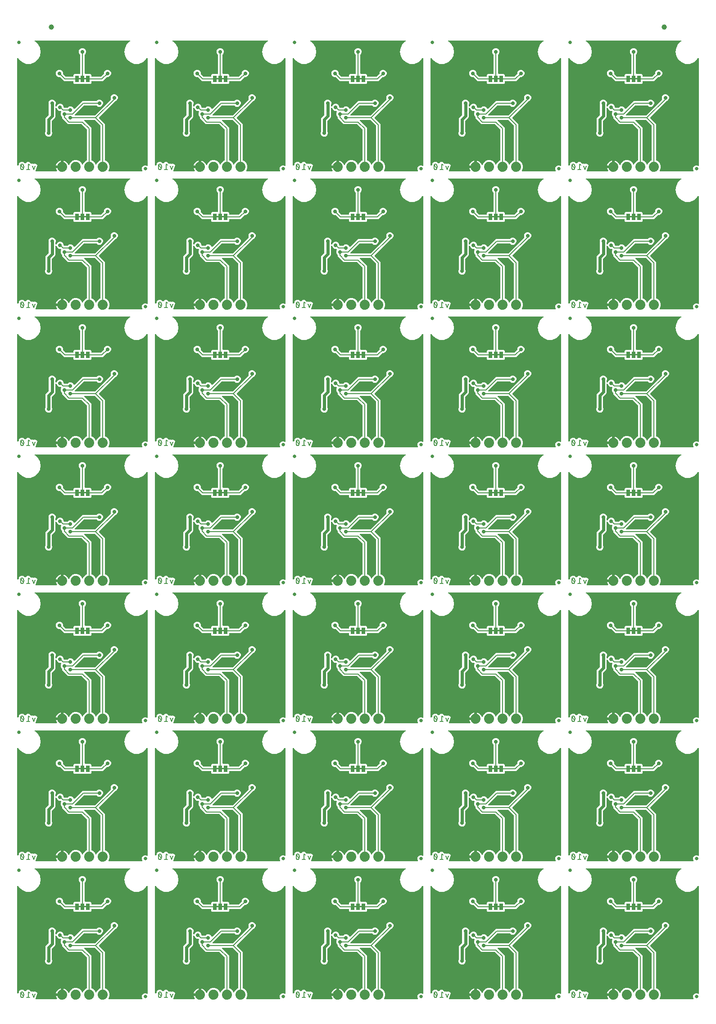
<source format=gbl>
G04 EAGLE Gerber RS-274X export*
G75*
%MOMM*%
%FSLAX34Y34*%
%LPD*%
%INBottom Copper*%
%IPPOS*%
%AMOC8*
5,1,8,0,0,1.08239X$1,22.5*%
G01*
%ADD10C,0.203200*%
%ADD11C,0.635000*%
%ADD12C,1.879600*%
%ADD13R,0.660400X1.270000*%
%ADD14C,1.000000*%
%ADD15C,0.736600*%
%ADD16C,0.609600*%

G36*
X1114285Y263150D02*
X1114285Y263150D01*
X1114325Y263147D01*
X1114443Y263170D01*
X1114561Y263185D01*
X1114598Y263199D01*
X1114637Y263207D01*
X1114746Y263258D01*
X1114857Y263302D01*
X1114889Y263325D01*
X1114925Y263342D01*
X1115017Y263418D01*
X1115114Y263488D01*
X1115140Y263519D01*
X1115170Y263544D01*
X1115241Y263641D01*
X1115317Y263733D01*
X1115334Y263769D01*
X1115358Y263802D01*
X1115402Y263913D01*
X1115453Y264021D01*
X1115460Y264060D01*
X1115475Y264097D01*
X1115490Y264216D01*
X1115512Y264333D01*
X1115510Y264373D01*
X1115515Y264413D01*
X1115500Y264532D01*
X1115493Y264651D01*
X1115480Y264689D01*
X1115475Y264728D01*
X1115432Y264840D01*
X1115395Y264953D01*
X1115373Y264987D01*
X1115359Y265024D01*
X1115273Y265160D01*
X1115009Y265523D01*
X1114156Y267197D01*
X1113575Y268984D01*
X1113535Y269241D01*
X1123950Y269241D01*
X1124068Y269256D01*
X1124187Y269263D01*
X1124225Y269276D01*
X1124265Y269281D01*
X1124376Y269324D01*
X1124489Y269361D01*
X1124523Y269383D01*
X1124561Y269398D01*
X1124657Y269468D01*
X1124758Y269531D01*
X1124786Y269561D01*
X1124818Y269584D01*
X1124894Y269676D01*
X1124976Y269763D01*
X1124995Y269798D01*
X1125021Y269829D01*
X1125072Y269937D01*
X1125129Y270041D01*
X1125140Y270081D01*
X1125157Y270117D01*
X1125179Y270234D01*
X1125209Y270349D01*
X1125213Y270410D01*
X1125217Y270430D01*
X1125215Y270450D01*
X1125219Y270510D01*
X1125219Y271781D01*
X1126490Y271781D01*
X1126608Y271796D01*
X1126727Y271803D01*
X1126765Y271816D01*
X1126805Y271821D01*
X1126916Y271865D01*
X1127029Y271901D01*
X1127064Y271923D01*
X1127101Y271938D01*
X1127197Y272008D01*
X1127298Y272071D01*
X1127326Y272101D01*
X1127359Y272125D01*
X1127434Y272216D01*
X1127516Y272303D01*
X1127536Y272338D01*
X1127561Y272370D01*
X1127612Y272477D01*
X1127670Y272582D01*
X1127680Y272621D01*
X1127697Y272657D01*
X1127719Y272774D01*
X1127749Y272889D01*
X1127753Y272950D01*
X1127757Y272970D01*
X1127755Y272990D01*
X1127759Y273050D01*
X1127759Y283465D01*
X1128016Y283425D01*
X1129803Y282844D01*
X1131477Y281991D01*
X1132998Y280886D01*
X1134326Y279558D01*
X1135431Y278037D01*
X1136284Y276363D01*
X1136435Y275898D01*
X1136448Y275871D01*
X1136455Y275842D01*
X1136515Y275728D01*
X1136570Y275610D01*
X1136589Y275587D01*
X1136603Y275561D01*
X1136690Y275465D01*
X1136773Y275365D01*
X1136797Y275348D01*
X1136817Y275326D01*
X1136926Y275254D01*
X1137030Y275178D01*
X1137058Y275167D01*
X1137083Y275151D01*
X1137206Y275109D01*
X1137326Y275061D01*
X1137356Y275057D01*
X1137384Y275048D01*
X1137513Y275037D01*
X1137641Y275021D01*
X1137671Y275025D01*
X1137701Y275022D01*
X1137829Y275045D01*
X1137957Y275061D01*
X1137985Y275072D01*
X1138014Y275077D01*
X1138132Y275130D01*
X1138253Y275178D01*
X1138277Y275195D01*
X1138304Y275207D01*
X1138405Y275288D01*
X1138510Y275364D01*
X1138529Y275387D01*
X1138553Y275406D01*
X1138631Y275510D01*
X1138713Y275609D01*
X1138726Y275636D01*
X1138744Y275660D01*
X1138815Y275805D01*
X1140068Y278830D01*
X1143570Y282332D01*
X1148144Y284227D01*
X1153096Y284227D01*
X1157670Y282332D01*
X1161172Y278830D01*
X1162147Y276475D01*
X1162216Y276355D01*
X1162281Y276232D01*
X1162295Y276217D01*
X1162305Y276199D01*
X1162402Y276099D01*
X1162495Y275996D01*
X1162512Y275985D01*
X1162526Y275971D01*
X1162644Y275898D01*
X1162761Y275822D01*
X1162780Y275815D01*
X1162797Y275804D01*
X1162930Y275764D01*
X1163062Y275718D01*
X1163082Y275717D01*
X1163101Y275711D01*
X1163240Y275704D01*
X1163379Y275693D01*
X1163399Y275697D01*
X1163419Y275696D01*
X1163555Y275724D01*
X1163692Y275748D01*
X1163711Y275756D01*
X1163730Y275760D01*
X1163855Y275821D01*
X1163982Y275878D01*
X1163998Y275891D01*
X1164016Y275900D01*
X1164122Y275990D01*
X1164230Y276077D01*
X1164243Y276093D01*
X1164258Y276106D01*
X1164338Y276220D01*
X1164422Y276331D01*
X1164434Y276356D01*
X1164441Y276366D01*
X1164448Y276385D01*
X1164493Y276475D01*
X1165468Y278830D01*
X1168970Y282332D01*
X1171172Y283244D01*
X1171197Y283259D01*
X1171225Y283268D01*
X1171335Y283337D01*
X1171448Y283402D01*
X1171469Y283422D01*
X1171494Y283438D01*
X1171583Y283532D01*
X1171676Y283623D01*
X1171692Y283648D01*
X1171712Y283670D01*
X1171775Y283783D01*
X1171843Y283894D01*
X1171851Y283922D01*
X1171866Y283948D01*
X1171898Y284074D01*
X1171936Y284198D01*
X1171938Y284227D01*
X1171945Y284256D01*
X1171955Y284417D01*
X1171955Y340973D01*
X1171943Y341071D01*
X1171940Y341170D01*
X1171923Y341229D01*
X1171915Y341289D01*
X1171879Y341381D01*
X1171851Y341476D01*
X1171821Y341528D01*
X1171798Y341584D01*
X1171740Y341665D01*
X1171690Y341750D01*
X1171624Y341825D01*
X1171612Y341842D01*
X1171602Y341850D01*
X1171584Y341871D01*
X1162040Y351414D01*
X1161962Y351475D01*
X1161890Y351542D01*
X1161837Y351572D01*
X1161789Y351609D01*
X1161698Y351648D01*
X1161612Y351696D01*
X1161553Y351711D01*
X1161497Y351735D01*
X1161399Y351751D01*
X1161304Y351775D01*
X1161204Y351782D01*
X1161183Y351785D01*
X1161171Y351784D01*
X1161143Y351786D01*
X1136487Y351786D01*
X1124965Y363307D01*
X1124965Y364859D01*
X1124953Y364957D01*
X1124950Y365056D01*
X1124933Y365114D01*
X1124925Y365174D01*
X1124889Y365266D01*
X1124861Y365362D01*
X1124831Y365414D01*
X1124808Y365470D01*
X1124750Y365550D01*
X1124700Y365636D01*
X1124634Y365711D01*
X1124622Y365727D01*
X1124612Y365735D01*
X1124594Y365756D01*
X1123323Y367027D01*
X1122298Y369501D01*
X1122298Y372179D01*
X1123357Y374736D01*
X1123365Y374764D01*
X1123379Y374791D01*
X1123407Y374918D01*
X1123441Y375043D01*
X1123442Y375072D01*
X1123448Y375101D01*
X1123444Y375231D01*
X1123446Y375361D01*
X1123440Y375390D01*
X1123439Y375419D01*
X1123403Y375544D01*
X1123372Y375670D01*
X1123358Y375696D01*
X1123350Y375725D01*
X1123284Y375836D01*
X1123224Y375951D01*
X1123204Y375973D01*
X1123189Y375998D01*
X1123082Y376119D01*
X1122765Y376437D01*
X1122687Y376497D01*
X1122615Y376565D01*
X1122562Y376594D01*
X1122514Y376631D01*
X1122423Y376671D01*
X1122336Y376719D01*
X1122278Y376734D01*
X1122222Y376758D01*
X1122124Y376773D01*
X1122028Y376798D01*
X1121928Y376804D01*
X1121908Y376808D01*
X1121896Y376806D01*
X1121868Y376808D01*
X1119845Y376808D01*
X1117371Y377833D01*
X1115477Y379727D01*
X1114709Y381582D01*
X1114674Y381643D01*
X1114648Y381708D01*
X1114596Y381780D01*
X1114551Y381858D01*
X1114503Y381908D01*
X1114462Y381965D01*
X1114392Y382022D01*
X1114330Y382087D01*
X1114270Y382123D01*
X1114217Y382168D01*
X1114135Y382206D01*
X1114059Y382253D01*
X1113992Y382274D01*
X1113929Y382303D01*
X1113841Y382320D01*
X1113755Y382347D01*
X1113685Y382350D01*
X1113616Y382363D01*
X1113527Y382358D01*
X1113437Y382362D01*
X1113369Y382348D01*
X1113299Y382343D01*
X1113214Y382316D01*
X1113126Y382297D01*
X1113063Y382267D01*
X1112997Y382245D01*
X1112921Y382197D01*
X1112840Y382158D01*
X1112787Y382112D01*
X1112728Y382075D01*
X1112666Y382010D01*
X1112598Y381951D01*
X1112558Y381894D01*
X1112510Y381844D01*
X1112467Y381765D01*
X1112415Y381691D01*
X1112390Y381626D01*
X1112356Y381565D01*
X1112334Y381478D01*
X1112302Y381394D01*
X1112294Y381325D01*
X1112277Y381257D01*
X1112267Y381096D01*
X1112267Y365817D01*
X1111339Y363576D01*
X1106288Y358526D01*
X1106228Y358448D01*
X1106160Y358376D01*
X1106131Y358323D01*
X1106094Y358275D01*
X1106054Y358184D01*
X1106006Y358098D01*
X1105991Y358039D01*
X1105967Y357983D01*
X1105952Y357885D01*
X1105927Y357790D01*
X1105921Y357690D01*
X1105917Y357669D01*
X1105919Y357657D01*
X1105917Y357629D01*
X1105917Y338405D01*
X1105918Y338395D01*
X1105917Y338386D01*
X1105938Y338237D01*
X1105957Y338089D01*
X1105960Y338080D01*
X1105961Y338071D01*
X1106013Y337919D01*
X1106552Y336619D01*
X1106552Y333941D01*
X1105527Y331467D01*
X1103633Y329573D01*
X1101159Y328548D01*
X1098481Y328548D01*
X1096007Y329573D01*
X1094113Y331467D01*
X1093088Y333941D01*
X1093088Y336619D01*
X1093627Y337919D01*
X1093629Y337928D01*
X1093634Y337936D01*
X1093671Y338081D01*
X1093711Y338226D01*
X1093711Y338235D01*
X1093713Y338244D01*
X1093723Y338405D01*
X1093723Y361893D01*
X1094651Y364134D01*
X1099702Y369184D01*
X1099762Y369262D01*
X1099830Y369334D01*
X1099859Y369387D01*
X1099896Y369435D01*
X1099936Y369526D01*
X1099984Y369612D01*
X1099999Y369671D01*
X1100023Y369727D01*
X1100038Y369825D01*
X1100063Y369920D01*
X1100069Y370020D01*
X1100073Y370041D01*
X1100071Y370053D01*
X1100073Y370081D01*
X1100073Y388035D01*
X1100072Y388045D01*
X1100073Y388054D01*
X1100052Y388203D01*
X1100033Y388351D01*
X1100030Y388360D01*
X1100029Y388369D01*
X1099977Y388521D01*
X1099438Y389821D01*
X1099438Y392499D01*
X1100463Y394973D01*
X1102357Y396867D01*
X1104831Y397892D01*
X1107509Y397892D01*
X1109983Y396867D01*
X1111877Y394973D01*
X1112902Y392499D01*
X1112902Y389821D01*
X1112363Y388521D01*
X1112361Y388512D01*
X1112356Y388504D01*
X1112319Y388359D01*
X1112279Y388214D01*
X1112279Y388205D01*
X1112277Y388196D01*
X1112267Y388035D01*
X1112267Y385984D01*
X1112275Y385914D01*
X1112274Y385845D01*
X1112295Y385757D01*
X1112307Y385668D01*
X1112332Y385603D01*
X1112349Y385535D01*
X1112391Y385456D01*
X1112424Y385372D01*
X1112465Y385316D01*
X1112497Y385254D01*
X1112558Y385188D01*
X1112610Y385115D01*
X1112664Y385071D01*
X1112711Y385019D01*
X1112786Y384970D01*
X1112855Y384912D01*
X1112919Y384882D01*
X1112977Y384844D01*
X1113062Y384815D01*
X1113143Y384777D01*
X1113212Y384764D01*
X1113278Y384741D01*
X1113367Y384734D01*
X1113455Y384717D01*
X1113525Y384721D01*
X1113595Y384716D01*
X1113683Y384731D01*
X1113773Y384737D01*
X1113839Y384758D01*
X1113908Y384770D01*
X1113990Y384807D01*
X1114075Y384835D01*
X1114134Y384872D01*
X1114198Y384901D01*
X1114268Y384957D01*
X1114344Y385005D01*
X1114392Y385056D01*
X1114446Y385099D01*
X1114501Y385171D01*
X1114562Y385236D01*
X1114596Y385298D01*
X1114638Y385353D01*
X1114709Y385498D01*
X1115477Y387353D01*
X1117371Y389247D01*
X1119845Y390272D01*
X1122523Y390272D01*
X1124997Y389247D01*
X1126891Y387353D01*
X1127916Y384879D01*
X1127916Y383794D01*
X1127931Y383676D01*
X1127938Y383557D01*
X1127951Y383519D01*
X1127956Y383478D01*
X1127999Y383368D01*
X1128036Y383255D01*
X1128058Y383220D01*
X1128073Y383183D01*
X1128142Y383087D01*
X1128206Y382986D01*
X1128236Y382958D01*
X1128259Y382925D01*
X1128351Y382849D01*
X1128438Y382768D01*
X1128473Y382748D01*
X1128504Y382723D01*
X1128612Y382672D01*
X1128716Y382614D01*
X1128756Y382604D01*
X1128792Y382587D01*
X1128909Y382565D01*
X1129024Y382535D01*
X1129084Y382531D01*
X1129104Y382527D01*
X1129125Y382529D01*
X1129185Y382525D01*
X1134479Y382525D01*
X1134577Y382537D01*
X1134676Y382540D01*
X1134734Y382557D01*
X1134794Y382565D01*
X1134886Y382601D01*
X1134982Y382629D01*
X1135034Y382659D01*
X1135090Y382682D01*
X1135170Y382740D01*
X1135256Y382790D01*
X1135331Y382856D01*
X1135347Y382868D01*
X1135355Y382878D01*
X1135376Y382896D01*
X1136647Y384167D01*
X1139121Y385192D01*
X1141799Y385192D01*
X1144273Y384167D01*
X1146167Y382273D01*
X1146549Y381350D01*
X1146574Y381307D01*
X1146591Y381260D01*
X1146653Y381169D01*
X1146707Y381073D01*
X1146741Y381038D01*
X1146769Y380997D01*
X1146852Y380924D01*
X1146928Y380845D01*
X1146971Y380819D01*
X1147008Y380786D01*
X1147106Y380736D01*
X1147199Y380679D01*
X1147247Y380664D01*
X1147291Y380642D01*
X1147398Y380618D01*
X1147503Y380585D01*
X1147553Y380583D01*
X1147601Y380572D01*
X1147711Y380575D01*
X1147821Y380570D01*
X1147870Y380580D01*
X1147919Y380582D01*
X1148025Y380612D01*
X1148132Y380634D01*
X1148177Y380656D01*
X1148225Y380670D01*
X1148319Y380726D01*
X1148418Y380774D01*
X1148456Y380806D01*
X1148499Y380832D01*
X1148620Y380938D01*
X1162906Y395225D01*
X1189089Y395225D01*
X1189187Y395237D01*
X1189286Y395240D01*
X1189344Y395257D01*
X1189404Y395265D01*
X1189496Y395301D01*
X1189592Y395329D01*
X1189644Y395359D01*
X1189700Y395382D01*
X1189780Y395440D01*
X1189866Y395490D01*
X1189941Y395556D01*
X1189957Y395568D01*
X1189965Y395578D01*
X1189986Y395596D01*
X1191257Y396867D01*
X1193731Y397892D01*
X1196409Y397892D01*
X1198883Y396867D01*
X1200777Y394973D01*
X1201802Y392499D01*
X1201802Y389821D01*
X1200777Y387347D01*
X1198883Y385453D01*
X1196409Y384428D01*
X1193731Y384428D01*
X1191257Y385453D01*
X1189986Y386724D01*
X1189908Y386784D01*
X1189836Y386852D01*
X1189783Y386881D01*
X1189735Y386918D01*
X1189644Y386958D01*
X1189557Y387006D01*
X1189499Y387021D01*
X1189443Y387045D01*
X1189345Y387060D01*
X1189250Y387085D01*
X1189150Y387091D01*
X1189129Y387095D01*
X1189117Y387093D01*
X1189089Y387095D01*
X1166799Y387095D01*
X1166701Y387083D01*
X1166602Y387080D01*
X1166544Y387063D01*
X1166484Y387055D01*
X1166392Y387019D01*
X1166297Y386991D01*
X1166245Y386961D01*
X1166188Y386938D01*
X1166108Y386880D01*
X1166023Y386830D01*
X1165947Y386764D01*
X1165931Y386752D01*
X1165923Y386742D01*
X1165902Y386724D01*
X1149392Y370213D01*
X1149307Y370104D01*
X1149218Y369997D01*
X1149209Y369978D01*
X1149197Y369962D01*
X1149141Y369834D01*
X1149082Y369709D01*
X1149079Y369689D01*
X1149071Y369670D01*
X1149049Y369532D01*
X1149023Y369396D01*
X1149024Y369376D01*
X1149021Y369356D01*
X1149034Y369217D01*
X1149042Y369079D01*
X1149049Y369060D01*
X1149051Y369040D01*
X1149098Y368908D01*
X1149140Y368777D01*
X1149151Y368759D01*
X1149158Y368740D01*
X1149236Y368625D01*
X1149311Y368508D01*
X1149325Y368494D01*
X1149337Y368477D01*
X1149441Y368385D01*
X1149542Y368290D01*
X1149560Y368280D01*
X1149575Y368267D01*
X1149699Y368203D01*
X1149821Y368136D01*
X1149840Y368131D01*
X1149858Y368122D01*
X1149994Y368092D01*
X1150129Y368057D01*
X1150157Y368055D01*
X1150169Y368052D01*
X1150189Y368053D01*
X1150289Y368047D01*
X1186003Y368047D01*
X1186101Y368059D01*
X1186200Y368062D01*
X1186258Y368079D01*
X1186318Y368087D01*
X1186410Y368123D01*
X1186505Y368151D01*
X1186558Y368181D01*
X1186614Y368204D01*
X1186694Y368262D01*
X1186779Y368312D01*
X1186855Y368378D01*
X1186871Y368390D01*
X1186879Y368400D01*
X1186900Y368418D01*
X1216318Y397837D01*
X1216336Y397860D01*
X1216359Y397879D01*
X1216434Y397985D01*
X1216513Y398088D01*
X1216525Y398115D01*
X1216542Y398139D01*
X1216588Y398261D01*
X1216640Y398380D01*
X1216644Y398409D01*
X1216655Y398437D01*
X1216669Y398566D01*
X1216689Y398694D01*
X1216687Y398723D01*
X1216690Y398753D01*
X1216672Y398881D01*
X1216660Y399011D01*
X1216650Y399038D01*
X1216646Y399068D01*
X1216593Y399220D01*
X1216278Y399981D01*
X1216278Y402659D01*
X1217303Y405133D01*
X1219197Y407027D01*
X1221671Y408052D01*
X1224349Y408052D01*
X1226823Y407027D01*
X1228717Y405133D01*
X1229742Y402659D01*
X1229742Y399981D01*
X1228717Y397507D01*
X1226823Y395613D01*
X1224954Y394839D01*
X1224946Y394834D01*
X1224937Y394832D01*
X1224808Y394755D01*
X1224678Y394681D01*
X1224671Y394675D01*
X1224663Y394670D01*
X1224542Y394564D01*
X1194858Y364880D01*
X1194785Y364785D01*
X1194706Y364696D01*
X1194688Y364660D01*
X1194663Y364628D01*
X1194616Y364519D01*
X1194562Y364413D01*
X1194553Y364374D01*
X1194537Y364336D01*
X1194518Y364219D01*
X1194492Y364103D01*
X1194493Y364062D01*
X1194487Y364022D01*
X1194498Y363904D01*
X1194502Y363785D01*
X1194513Y363746D01*
X1194517Y363706D01*
X1194557Y363593D01*
X1194590Y363479D01*
X1194610Y363445D01*
X1194624Y363406D01*
X1194691Y363308D01*
X1194751Y363205D01*
X1194791Y363160D01*
X1194803Y363143D01*
X1194818Y363130D01*
X1194858Y363085D01*
X1205485Y352458D01*
X1205485Y284417D01*
X1205488Y284387D01*
X1205486Y284358D01*
X1205508Y284230D01*
X1205525Y284101D01*
X1205535Y284074D01*
X1205540Y284045D01*
X1205594Y283926D01*
X1205642Y283805D01*
X1205659Y283782D01*
X1205671Y283755D01*
X1205752Y283653D01*
X1205828Y283548D01*
X1205851Y283529D01*
X1205870Y283506D01*
X1205973Y283428D01*
X1206073Y283345D01*
X1206100Y283333D01*
X1206124Y283315D01*
X1206268Y283244D01*
X1208470Y282332D01*
X1211972Y278830D01*
X1213867Y274256D01*
X1213867Y269304D01*
X1212042Y264900D01*
X1212029Y264852D01*
X1212008Y264807D01*
X1211987Y264699D01*
X1211958Y264593D01*
X1211958Y264543D01*
X1211948Y264494D01*
X1211955Y264385D01*
X1211953Y264275D01*
X1211965Y264227D01*
X1211968Y264177D01*
X1212002Y264073D01*
X1212027Y263966D01*
X1212051Y263922D01*
X1212066Y263875D01*
X1212125Y263782D01*
X1212176Y263685D01*
X1212210Y263648D01*
X1212236Y263606D01*
X1212316Y263531D01*
X1212390Y263449D01*
X1212432Y263422D01*
X1212468Y263388D01*
X1212564Y263335D01*
X1212656Y263275D01*
X1212703Y263258D01*
X1212746Y263234D01*
X1212853Y263207D01*
X1212957Y263171D01*
X1213006Y263167D01*
X1213054Y263155D01*
X1213215Y263145D01*
X1274793Y263145D01*
X1274842Y263151D01*
X1274892Y263149D01*
X1274999Y263171D01*
X1275108Y263185D01*
X1275154Y263203D01*
X1275203Y263213D01*
X1275302Y263261D01*
X1275404Y263302D01*
X1275444Y263331D01*
X1275489Y263353D01*
X1275572Y263424D01*
X1275661Y263488D01*
X1275693Y263527D01*
X1275731Y263559D01*
X1275794Y263649D01*
X1275864Y263733D01*
X1275885Y263778D01*
X1275914Y263819D01*
X1275953Y263922D01*
X1276000Y264021D01*
X1276009Y264070D01*
X1276027Y264116D01*
X1276039Y264226D01*
X1276059Y264333D01*
X1276056Y264383D01*
X1276062Y264432D01*
X1276046Y264541D01*
X1276040Y264651D01*
X1276024Y264698D01*
X1276017Y264747D01*
X1275965Y264900D01*
X1275206Y266732D01*
X1275206Y269208D01*
X1276154Y271495D01*
X1277905Y273246D01*
X1280192Y274194D01*
X1282668Y274194D01*
X1284500Y273435D01*
X1284548Y273422D01*
X1284593Y273400D01*
X1284701Y273380D01*
X1284807Y273351D01*
X1284857Y273350D01*
X1284906Y273341D01*
X1285015Y273347D01*
X1285125Y273346D01*
X1285173Y273357D01*
X1285223Y273360D01*
X1285327Y273394D01*
X1285434Y273420D01*
X1285478Y273443D01*
X1285525Y273458D01*
X1285618Y273517D01*
X1285715Y273569D01*
X1285752Y273602D01*
X1285794Y273629D01*
X1285869Y273709D01*
X1285951Y273783D01*
X1285978Y273824D01*
X1286012Y273860D01*
X1286065Y273956D01*
X1286125Y274048D01*
X1286142Y274095D01*
X1286166Y274139D01*
X1286193Y274245D01*
X1286229Y274349D01*
X1286233Y274399D01*
X1286245Y274447D01*
X1286255Y274607D01*
X1286255Y474683D01*
X1286237Y474828D01*
X1286222Y474973D01*
X1286217Y474986D01*
X1286215Y474999D01*
X1286162Y475134D01*
X1286111Y475271D01*
X1286103Y475282D01*
X1286098Y475295D01*
X1286013Y475412D01*
X1285930Y475532D01*
X1285919Y475541D01*
X1285912Y475552D01*
X1285800Y475645D01*
X1285689Y475740D01*
X1285677Y475746D01*
X1285667Y475755D01*
X1285535Y475817D01*
X1285404Y475882D01*
X1285391Y475885D01*
X1285379Y475890D01*
X1285237Y475918D01*
X1285093Y475948D01*
X1285080Y475948D01*
X1285067Y475950D01*
X1284922Y475941D01*
X1284776Y475935D01*
X1284762Y475931D01*
X1284749Y475930D01*
X1284611Y475886D01*
X1284471Y475843D01*
X1284459Y475836D01*
X1284447Y475832D01*
X1284324Y475755D01*
X1284199Y475679D01*
X1284189Y475669D01*
X1284178Y475662D01*
X1284078Y475556D01*
X1283976Y475452D01*
X1283966Y475437D01*
X1283960Y475431D01*
X1283952Y475416D01*
X1283887Y475318D01*
X1282505Y472925D01*
X1276398Y467800D01*
X1268906Y465073D01*
X1260934Y465073D01*
X1253442Y467800D01*
X1247335Y472924D01*
X1243349Y479829D01*
X1241965Y487680D01*
X1243349Y495531D01*
X1247335Y502435D01*
X1252505Y506774D01*
X1252529Y506800D01*
X1252558Y506820D01*
X1252637Y506916D01*
X1252721Y507007D01*
X1252738Y507038D01*
X1252761Y507065D01*
X1252814Y507178D01*
X1252873Y507287D01*
X1252881Y507321D01*
X1252896Y507353D01*
X1252919Y507475D01*
X1252950Y507595D01*
X1252949Y507631D01*
X1252956Y507666D01*
X1252948Y507789D01*
X1252947Y507913D01*
X1252938Y507948D01*
X1252936Y507983D01*
X1252898Y508101D01*
X1252866Y508221D01*
X1252849Y508252D01*
X1252838Y508285D01*
X1252772Y508390D01*
X1252711Y508499D01*
X1252687Y508524D01*
X1252668Y508554D01*
X1252578Y508639D01*
X1252492Y508729D01*
X1252462Y508748D01*
X1252436Y508772D01*
X1252328Y508832D01*
X1252223Y508898D01*
X1252189Y508909D01*
X1252158Y508926D01*
X1252038Y508957D01*
X1251920Y508994D01*
X1251884Y508996D01*
X1251850Y509005D01*
X1251689Y509015D01*
X1074951Y509015D01*
X1074915Y509011D01*
X1074880Y509013D01*
X1074758Y508991D01*
X1074635Y508975D01*
X1074602Y508962D01*
X1074567Y508956D01*
X1074455Y508904D01*
X1074339Y508858D01*
X1074311Y508838D01*
X1074279Y508823D01*
X1074182Y508744D01*
X1074082Y508672D01*
X1074059Y508644D01*
X1074032Y508622D01*
X1073959Y508522D01*
X1073879Y508427D01*
X1073864Y508395D01*
X1073843Y508366D01*
X1073797Y508251D01*
X1073744Y508139D01*
X1073737Y508104D01*
X1073724Y508071D01*
X1073707Y507948D01*
X1073684Y507827D01*
X1073686Y507791D01*
X1073681Y507756D01*
X1073696Y507633D01*
X1073704Y507509D01*
X1073715Y507475D01*
X1073719Y507440D01*
X1073764Y507324D01*
X1073802Y507207D01*
X1073821Y507177D01*
X1073833Y507144D01*
X1073906Y507043D01*
X1073972Y506938D01*
X1073998Y506914D01*
X1074018Y506885D01*
X1074135Y506774D01*
X1079305Y502436D01*
X1083291Y495531D01*
X1084675Y487680D01*
X1083291Y479829D01*
X1079305Y472925D01*
X1073198Y467800D01*
X1065706Y465073D01*
X1057734Y465073D01*
X1050242Y467800D01*
X1044135Y472924D01*
X1042753Y475318D01*
X1042665Y475434D01*
X1042580Y475552D01*
X1042569Y475561D01*
X1042561Y475571D01*
X1042447Y475662D01*
X1042335Y475755D01*
X1042322Y475761D01*
X1042312Y475769D01*
X1042178Y475829D01*
X1042047Y475890D01*
X1042034Y475893D01*
X1042021Y475898D01*
X1041877Y475923D01*
X1041734Y475950D01*
X1041721Y475949D01*
X1041708Y475952D01*
X1041562Y475939D01*
X1041417Y475930D01*
X1041404Y475926D01*
X1041391Y475925D01*
X1041253Y475877D01*
X1041115Y475832D01*
X1041103Y475825D01*
X1041090Y475821D01*
X1040969Y475740D01*
X1040846Y475662D01*
X1040837Y475652D01*
X1040825Y475645D01*
X1040728Y475537D01*
X1040628Y475431D01*
X1040621Y475419D01*
X1040612Y475409D01*
X1040545Y475279D01*
X1040474Y475152D01*
X1040471Y475139D01*
X1040465Y475127D01*
X1040431Y474985D01*
X1040395Y474844D01*
X1040394Y474826D01*
X1040392Y474817D01*
X1040392Y474800D01*
X1040385Y474683D01*
X1040385Y275170D01*
X1040389Y275139D01*
X1040386Y275108D01*
X1040409Y274981D01*
X1040425Y274854D01*
X1040436Y274825D01*
X1040441Y274795D01*
X1040494Y274678D01*
X1040542Y274559D01*
X1040560Y274533D01*
X1040573Y274505D01*
X1040653Y274405D01*
X1040728Y274301D01*
X1040752Y274281D01*
X1040772Y274257D01*
X1040874Y274180D01*
X1040973Y274098D01*
X1041002Y274085D01*
X1041027Y274066D01*
X1041145Y274017D01*
X1041261Y273963D01*
X1041292Y273957D01*
X1041321Y273945D01*
X1041448Y273927D01*
X1041573Y273903D01*
X1041604Y273905D01*
X1041635Y273901D01*
X1041763Y273915D01*
X1041891Y273923D01*
X1041921Y273932D01*
X1041951Y273936D01*
X1042071Y273981D01*
X1042193Y274021D01*
X1042220Y274038D01*
X1042249Y274049D01*
X1042354Y274122D01*
X1042462Y274191D01*
X1042483Y274214D01*
X1042509Y274232D01*
X1042592Y274329D01*
X1042680Y274423D01*
X1042695Y274450D01*
X1042715Y274474D01*
X1042795Y274614D01*
X1043499Y276058D01*
X1043543Y276188D01*
X1043592Y276316D01*
X1043597Y276347D01*
X1043602Y276359D01*
X1043603Y276380D01*
X1043620Y276474D01*
X1043663Y276866D01*
X1043756Y276939D01*
X1043838Y277025D01*
X1043927Y277105D01*
X1043949Y277139D01*
X1043977Y277168D01*
X1044036Y277271D01*
X1044102Y277370D01*
X1044125Y277426D01*
X1044135Y277444D01*
X1044140Y277463D01*
X1044163Y277519D01*
X1044619Y278848D01*
X1047883Y281179D01*
X1051893Y281179D01*
X1055288Y278754D01*
X1055293Y278747D01*
X1055346Y278700D01*
X1055392Y278646D01*
X1055465Y278595D01*
X1055532Y278536D01*
X1055594Y278504D01*
X1055652Y278463D01*
X1055735Y278432D01*
X1055815Y278391D01*
X1055884Y278376D01*
X1055950Y278351D01*
X1056038Y278341D01*
X1056125Y278322D01*
X1056196Y278324D01*
X1056266Y278316D01*
X1056354Y278329D01*
X1056443Y278331D01*
X1056511Y278351D01*
X1056580Y278361D01*
X1056663Y278395D01*
X1056748Y278420D01*
X1056809Y278456D01*
X1056874Y278483D01*
X1056946Y278536D01*
X1057022Y278581D01*
X1057117Y278665D01*
X1057129Y278673D01*
X1057133Y278679D01*
X1057143Y278688D01*
X1058235Y279779D01*
X1058244Y279791D01*
X1058328Y279884D01*
X1059220Y280998D01*
X1059318Y281022D01*
X1059344Y281035D01*
X1059372Y281043D01*
X1059484Y281110D01*
X1059599Y281171D01*
X1059608Y281179D01*
X1061023Y281179D01*
X1061037Y281181D01*
X1061163Y281186D01*
X1062580Y281344D01*
X1062667Y281291D01*
X1062695Y281282D01*
X1062720Y281268D01*
X1062846Y281236D01*
X1062971Y281198D01*
X1062983Y281197D01*
X1063983Y280197D01*
X1063995Y280188D01*
X1064088Y280103D01*
X1067057Y277728D01*
X1067120Y277690D01*
X1067177Y277643D01*
X1067255Y277607D01*
X1067328Y277562D01*
X1067399Y277540D01*
X1067466Y277509D01*
X1067550Y277494D01*
X1067632Y277469D01*
X1067706Y277465D01*
X1067778Y277452D01*
X1067864Y277458D01*
X1067950Y277454D01*
X1068022Y277469D01*
X1068096Y277474D01*
X1068251Y277515D01*
X1069546Y277947D01*
X1071037Y277201D01*
X1071065Y277191D01*
X1071091Y277176D01*
X1071215Y277139D01*
X1071337Y277096D01*
X1071367Y277093D01*
X1071395Y277084D01*
X1071525Y277079D01*
X1071654Y277068D01*
X1071683Y277073D01*
X1071713Y277072D01*
X1071840Y277099D01*
X1071968Y277120D01*
X1071995Y277132D01*
X1072024Y277138D01*
X1072172Y277201D01*
X1073664Y277947D01*
X1076858Y276882D01*
X1078364Y273870D01*
X1076023Y266847D01*
X1076021Y266839D01*
X1076018Y266830D01*
X1075990Y266683D01*
X1075961Y266535D01*
X1075962Y266526D01*
X1075960Y266518D01*
X1075970Y266369D01*
X1075979Y266218D01*
X1075981Y266209D01*
X1075982Y266200D01*
X1075997Y266142D01*
X1075417Y264982D01*
X1075386Y264892D01*
X1075345Y264807D01*
X1075333Y264743D01*
X1075312Y264682D01*
X1075303Y264587D01*
X1075286Y264494D01*
X1075290Y264430D01*
X1075284Y264365D01*
X1075300Y264271D01*
X1075305Y264177D01*
X1075325Y264115D01*
X1075336Y264051D01*
X1075374Y263964D01*
X1075403Y263875D01*
X1075438Y263820D01*
X1075465Y263760D01*
X1075523Y263686D01*
X1075574Y263606D01*
X1075621Y263561D01*
X1075661Y263510D01*
X1075736Y263453D01*
X1075805Y263388D01*
X1075862Y263357D01*
X1075914Y263317D01*
X1076001Y263280D01*
X1076084Y263234D01*
X1076147Y263218D01*
X1076207Y263193D01*
X1076300Y263179D01*
X1076392Y263155D01*
X1076503Y263148D01*
X1076521Y263145D01*
X1076531Y263146D01*
X1076552Y263145D01*
X1114246Y263145D01*
X1114285Y263150D01*
G37*
G36*
X337045Y4070D02*
X337045Y4070D01*
X337085Y4067D01*
X337203Y4090D01*
X337321Y4105D01*
X337358Y4119D01*
X337397Y4127D01*
X337506Y4178D01*
X337617Y4222D01*
X337649Y4245D01*
X337685Y4262D01*
X337777Y4338D01*
X337874Y4408D01*
X337900Y4439D01*
X337930Y4464D01*
X338001Y4561D01*
X338077Y4653D01*
X338094Y4689D01*
X338118Y4722D01*
X338162Y4833D01*
X338213Y4941D01*
X338220Y4980D01*
X338235Y5017D01*
X338250Y5136D01*
X338272Y5253D01*
X338270Y5293D01*
X338275Y5333D01*
X338260Y5452D01*
X338253Y5571D01*
X338240Y5609D01*
X338235Y5648D01*
X338192Y5760D01*
X338155Y5873D01*
X338133Y5907D01*
X338119Y5944D01*
X338033Y6080D01*
X337769Y6443D01*
X336916Y8117D01*
X336335Y9904D01*
X336295Y10161D01*
X346710Y10161D01*
X346828Y10176D01*
X346947Y10183D01*
X346985Y10196D01*
X347025Y10201D01*
X347136Y10244D01*
X347249Y10281D01*
X347283Y10303D01*
X347321Y10318D01*
X347417Y10388D01*
X347518Y10451D01*
X347546Y10481D01*
X347578Y10504D01*
X347654Y10596D01*
X347736Y10683D01*
X347755Y10718D01*
X347781Y10749D01*
X347832Y10857D01*
X347889Y10961D01*
X347900Y11001D01*
X347917Y11037D01*
X347939Y11154D01*
X347969Y11269D01*
X347973Y11330D01*
X347977Y11350D01*
X347975Y11370D01*
X347979Y11430D01*
X347979Y12701D01*
X349250Y12701D01*
X349368Y12716D01*
X349487Y12723D01*
X349525Y12736D01*
X349565Y12741D01*
X349676Y12785D01*
X349789Y12821D01*
X349824Y12843D01*
X349861Y12858D01*
X349957Y12928D01*
X350058Y12991D01*
X350086Y13021D01*
X350119Y13045D01*
X350194Y13136D01*
X350276Y13223D01*
X350296Y13258D01*
X350321Y13290D01*
X350372Y13397D01*
X350430Y13502D01*
X350440Y13541D01*
X350457Y13577D01*
X350479Y13694D01*
X350509Y13809D01*
X350513Y13870D01*
X350517Y13890D01*
X350515Y13910D01*
X350519Y13970D01*
X350519Y24385D01*
X350776Y24345D01*
X352563Y23764D01*
X354237Y22911D01*
X355758Y21806D01*
X357086Y20478D01*
X358191Y18957D01*
X359044Y17283D01*
X359195Y16818D01*
X359208Y16791D01*
X359215Y16762D01*
X359275Y16648D01*
X359330Y16530D01*
X359349Y16507D01*
X359363Y16481D01*
X359450Y16385D01*
X359533Y16285D01*
X359557Y16268D01*
X359577Y16246D01*
X359686Y16174D01*
X359790Y16098D01*
X359818Y16087D01*
X359843Y16071D01*
X359966Y16029D01*
X360086Y15981D01*
X360116Y15977D01*
X360144Y15968D01*
X360273Y15957D01*
X360401Y15941D01*
X360431Y15945D01*
X360461Y15942D01*
X360589Y15965D01*
X360717Y15981D01*
X360745Y15992D01*
X360774Y15997D01*
X360892Y16050D01*
X361013Y16098D01*
X361037Y16115D01*
X361064Y16127D01*
X361165Y16208D01*
X361270Y16284D01*
X361289Y16307D01*
X361313Y16326D01*
X361391Y16430D01*
X361473Y16529D01*
X361486Y16556D01*
X361504Y16580D01*
X361575Y16725D01*
X362828Y19750D01*
X366330Y23252D01*
X370904Y25147D01*
X375856Y25147D01*
X380430Y23252D01*
X383932Y19750D01*
X384907Y17395D01*
X384976Y17275D01*
X385041Y17152D01*
X385055Y17137D01*
X385065Y17119D01*
X385162Y17019D01*
X385255Y16916D01*
X385272Y16905D01*
X385286Y16891D01*
X385404Y16818D01*
X385521Y16742D01*
X385540Y16735D01*
X385557Y16724D01*
X385690Y16684D01*
X385822Y16638D01*
X385842Y16637D01*
X385861Y16631D01*
X386000Y16624D01*
X386139Y16613D01*
X386159Y16617D01*
X386179Y16616D01*
X386315Y16644D01*
X386452Y16668D01*
X386471Y16676D01*
X386490Y16680D01*
X386615Y16741D01*
X386742Y16798D01*
X386758Y16811D01*
X386776Y16820D01*
X386882Y16910D01*
X386990Y16997D01*
X387003Y17013D01*
X387018Y17026D01*
X387098Y17140D01*
X387182Y17251D01*
X387194Y17276D01*
X387201Y17286D01*
X387208Y17305D01*
X387253Y17395D01*
X388228Y19750D01*
X391730Y23252D01*
X393932Y24164D01*
X393957Y24179D01*
X393985Y24188D01*
X394095Y24257D01*
X394208Y24322D01*
X394229Y24342D01*
X394254Y24358D01*
X394343Y24452D01*
X394436Y24543D01*
X394452Y24568D01*
X394472Y24590D01*
X394535Y24703D01*
X394603Y24814D01*
X394611Y24842D01*
X394626Y24868D01*
X394658Y24994D01*
X394696Y25118D01*
X394698Y25147D01*
X394705Y25176D01*
X394715Y25337D01*
X394715Y81893D01*
X394703Y81991D01*
X394700Y82090D01*
X394683Y82149D01*
X394675Y82209D01*
X394639Y82301D01*
X394611Y82396D01*
X394581Y82448D01*
X394558Y82504D01*
X394500Y82585D01*
X394450Y82670D01*
X394384Y82745D01*
X394372Y82762D01*
X394362Y82770D01*
X394344Y82791D01*
X384800Y92334D01*
X384722Y92395D01*
X384650Y92462D01*
X384597Y92492D01*
X384549Y92529D01*
X384458Y92568D01*
X384372Y92616D01*
X384313Y92631D01*
X384257Y92655D01*
X384159Y92671D01*
X384064Y92695D01*
X383964Y92702D01*
X383943Y92705D01*
X383931Y92704D01*
X383903Y92706D01*
X359247Y92706D01*
X347725Y104227D01*
X347725Y105779D01*
X347713Y105877D01*
X347710Y105976D01*
X347693Y106034D01*
X347685Y106094D01*
X347649Y106186D01*
X347621Y106282D01*
X347591Y106334D01*
X347568Y106390D01*
X347510Y106470D01*
X347460Y106556D01*
X347394Y106631D01*
X347382Y106647D01*
X347372Y106655D01*
X347354Y106676D01*
X346083Y107947D01*
X345058Y110421D01*
X345058Y113099D01*
X346117Y115656D01*
X346125Y115684D01*
X346139Y115711D01*
X346167Y115838D01*
X346201Y115963D01*
X346202Y115992D01*
X346208Y116021D01*
X346204Y116151D01*
X346206Y116281D01*
X346200Y116310D01*
X346199Y116339D01*
X346163Y116464D01*
X346132Y116590D01*
X346118Y116616D01*
X346110Y116645D01*
X346044Y116756D01*
X345984Y116871D01*
X345964Y116893D01*
X345949Y116918D01*
X345842Y117039D01*
X345525Y117357D01*
X345447Y117417D01*
X345375Y117485D01*
X345322Y117514D01*
X345274Y117551D01*
X345183Y117591D01*
X345096Y117639D01*
X345038Y117654D01*
X344982Y117678D01*
X344884Y117693D01*
X344788Y117718D01*
X344688Y117724D01*
X344668Y117728D01*
X344656Y117726D01*
X344628Y117728D01*
X342605Y117728D01*
X340131Y118753D01*
X338237Y120647D01*
X337469Y122502D01*
X337434Y122563D01*
X337408Y122628D01*
X337356Y122700D01*
X337311Y122778D01*
X337263Y122828D01*
X337222Y122885D01*
X337152Y122942D01*
X337090Y123007D01*
X337030Y123043D01*
X336977Y123088D01*
X336895Y123126D01*
X336819Y123173D01*
X336752Y123194D01*
X336689Y123223D01*
X336601Y123240D01*
X336515Y123267D01*
X336445Y123270D01*
X336376Y123283D01*
X336287Y123278D01*
X336197Y123282D01*
X336129Y123268D01*
X336059Y123263D01*
X335974Y123236D01*
X335886Y123217D01*
X335823Y123187D01*
X335757Y123165D01*
X335681Y123117D01*
X335600Y123078D01*
X335547Y123032D01*
X335488Y122995D01*
X335426Y122930D01*
X335358Y122871D01*
X335318Y122814D01*
X335270Y122764D01*
X335227Y122685D01*
X335175Y122611D01*
X335150Y122546D01*
X335116Y122485D01*
X335094Y122398D01*
X335062Y122314D01*
X335054Y122245D01*
X335037Y122177D01*
X335027Y122016D01*
X335027Y106737D01*
X334099Y104496D01*
X329048Y99446D01*
X328988Y99368D01*
X328920Y99296D01*
X328891Y99243D01*
X328854Y99195D01*
X328814Y99104D01*
X328766Y99018D01*
X328751Y98959D01*
X328727Y98903D01*
X328712Y98805D01*
X328687Y98710D01*
X328681Y98610D01*
X328677Y98589D01*
X328679Y98577D01*
X328677Y98549D01*
X328677Y79325D01*
X328678Y79315D01*
X328677Y79306D01*
X328698Y79157D01*
X328717Y79009D01*
X328720Y79000D01*
X328721Y78991D01*
X328773Y78839D01*
X329312Y77539D01*
X329312Y74861D01*
X328287Y72387D01*
X326393Y70493D01*
X323919Y69468D01*
X321241Y69468D01*
X318767Y70493D01*
X316873Y72387D01*
X315848Y74861D01*
X315848Y77539D01*
X316387Y78839D01*
X316389Y78848D01*
X316394Y78856D01*
X316431Y79001D01*
X316471Y79146D01*
X316471Y79155D01*
X316473Y79164D01*
X316483Y79325D01*
X316483Y102813D01*
X317411Y105054D01*
X322462Y110104D01*
X322522Y110182D01*
X322590Y110254D01*
X322619Y110307D01*
X322656Y110355D01*
X322696Y110446D01*
X322744Y110532D01*
X322759Y110591D01*
X322783Y110647D01*
X322798Y110745D01*
X322823Y110840D01*
X322829Y110940D01*
X322833Y110961D01*
X322831Y110973D01*
X322833Y111001D01*
X322833Y128955D01*
X322832Y128965D01*
X322833Y128974D01*
X322812Y129123D01*
X322793Y129271D01*
X322790Y129280D01*
X322789Y129289D01*
X322737Y129441D01*
X322198Y130741D01*
X322198Y133419D01*
X323223Y135893D01*
X325117Y137787D01*
X327591Y138812D01*
X330269Y138812D01*
X332743Y137787D01*
X334637Y135893D01*
X335662Y133419D01*
X335662Y130741D01*
X335123Y129441D01*
X335121Y129432D01*
X335116Y129424D01*
X335079Y129279D01*
X335039Y129134D01*
X335039Y129125D01*
X335037Y129116D01*
X335027Y128955D01*
X335027Y126904D01*
X335035Y126834D01*
X335034Y126765D01*
X335055Y126677D01*
X335067Y126588D01*
X335092Y126523D01*
X335109Y126455D01*
X335151Y126376D01*
X335184Y126292D01*
X335225Y126236D01*
X335257Y126174D01*
X335318Y126108D01*
X335370Y126035D01*
X335424Y125991D01*
X335471Y125939D01*
X335546Y125890D01*
X335615Y125832D01*
X335679Y125802D01*
X335737Y125764D01*
X335822Y125735D01*
X335903Y125697D01*
X335972Y125684D01*
X336038Y125661D01*
X336127Y125654D01*
X336215Y125637D01*
X336285Y125641D01*
X336355Y125636D01*
X336443Y125651D01*
X336533Y125657D01*
X336599Y125678D01*
X336668Y125690D01*
X336750Y125727D01*
X336835Y125755D01*
X336894Y125792D01*
X336958Y125821D01*
X337028Y125877D01*
X337104Y125925D01*
X337152Y125976D01*
X337206Y126019D01*
X337261Y126091D01*
X337322Y126156D01*
X337356Y126218D01*
X337398Y126273D01*
X337469Y126418D01*
X338237Y128273D01*
X340131Y130167D01*
X342605Y131192D01*
X345283Y131192D01*
X347757Y130167D01*
X349651Y128273D01*
X350676Y125799D01*
X350676Y124714D01*
X350691Y124596D01*
X350698Y124477D01*
X350711Y124439D01*
X350716Y124398D01*
X350759Y124288D01*
X350796Y124175D01*
X350818Y124140D01*
X350833Y124103D01*
X350902Y124007D01*
X350966Y123906D01*
X350996Y123878D01*
X351019Y123845D01*
X351111Y123769D01*
X351198Y123688D01*
X351233Y123668D01*
X351264Y123643D01*
X351372Y123592D01*
X351476Y123534D01*
X351516Y123524D01*
X351552Y123507D01*
X351669Y123485D01*
X351784Y123455D01*
X351844Y123451D01*
X351864Y123447D01*
X351885Y123449D01*
X351945Y123445D01*
X357239Y123445D01*
X357337Y123457D01*
X357436Y123460D01*
X357494Y123477D01*
X357554Y123485D01*
X357646Y123521D01*
X357742Y123549D01*
X357794Y123579D01*
X357850Y123602D01*
X357930Y123660D01*
X358016Y123710D01*
X358091Y123776D01*
X358107Y123788D01*
X358115Y123798D01*
X358136Y123816D01*
X359407Y125087D01*
X361881Y126112D01*
X364559Y126112D01*
X367033Y125087D01*
X368927Y123193D01*
X369309Y122270D01*
X369334Y122227D01*
X369351Y122180D01*
X369413Y122089D01*
X369467Y121993D01*
X369501Y121958D01*
X369529Y121917D01*
X369612Y121844D01*
X369688Y121765D01*
X369731Y121739D01*
X369768Y121706D01*
X369866Y121656D01*
X369959Y121599D01*
X370007Y121584D01*
X370051Y121562D01*
X370158Y121538D01*
X370263Y121505D01*
X370313Y121503D01*
X370361Y121492D01*
X370471Y121495D01*
X370581Y121490D01*
X370630Y121500D01*
X370679Y121502D01*
X370785Y121532D01*
X370892Y121554D01*
X370937Y121576D01*
X370985Y121590D01*
X371079Y121646D01*
X371178Y121694D01*
X371216Y121726D01*
X371259Y121752D01*
X371380Y121858D01*
X385666Y136145D01*
X411849Y136145D01*
X411947Y136157D01*
X412046Y136160D01*
X412104Y136177D01*
X412164Y136185D01*
X412256Y136221D01*
X412352Y136249D01*
X412404Y136279D01*
X412460Y136302D01*
X412540Y136360D01*
X412626Y136410D01*
X412701Y136476D01*
X412717Y136488D01*
X412725Y136498D01*
X412746Y136516D01*
X414017Y137787D01*
X416491Y138812D01*
X419169Y138812D01*
X421643Y137787D01*
X423537Y135893D01*
X424562Y133419D01*
X424562Y130741D01*
X423537Y128267D01*
X421643Y126373D01*
X419169Y125348D01*
X416491Y125348D01*
X414017Y126373D01*
X412746Y127644D01*
X412668Y127704D01*
X412596Y127772D01*
X412543Y127801D01*
X412495Y127838D01*
X412404Y127878D01*
X412317Y127926D01*
X412259Y127941D01*
X412203Y127965D01*
X412105Y127980D01*
X412010Y128005D01*
X411910Y128011D01*
X411889Y128015D01*
X411877Y128013D01*
X411849Y128015D01*
X389559Y128015D01*
X389461Y128003D01*
X389362Y128000D01*
X389304Y127983D01*
X389244Y127975D01*
X389152Y127939D01*
X389057Y127911D01*
X389005Y127881D01*
X388948Y127858D01*
X388868Y127800D01*
X388783Y127750D01*
X388707Y127684D01*
X388691Y127672D01*
X388683Y127662D01*
X388662Y127644D01*
X372152Y111133D01*
X372067Y111024D01*
X371978Y110917D01*
X371969Y110898D01*
X371957Y110882D01*
X371901Y110754D01*
X371842Y110629D01*
X371839Y110609D01*
X371831Y110590D01*
X371809Y110452D01*
X371783Y110316D01*
X371784Y110296D01*
X371781Y110276D01*
X371794Y110137D01*
X371802Y109999D01*
X371809Y109980D01*
X371811Y109960D01*
X371858Y109828D01*
X371900Y109697D01*
X371911Y109679D01*
X371918Y109660D01*
X371996Y109545D01*
X372071Y109428D01*
X372085Y109414D01*
X372097Y109397D01*
X372201Y109305D01*
X372302Y109210D01*
X372320Y109200D01*
X372335Y109187D01*
X372459Y109123D01*
X372581Y109056D01*
X372600Y109051D01*
X372618Y109042D01*
X372754Y109012D01*
X372889Y108977D01*
X372917Y108975D01*
X372929Y108972D01*
X372949Y108973D01*
X373049Y108967D01*
X408763Y108967D01*
X408861Y108979D01*
X408960Y108982D01*
X409018Y108999D01*
X409078Y109007D01*
X409170Y109043D01*
X409265Y109071D01*
X409318Y109101D01*
X409374Y109124D01*
X409454Y109182D01*
X409539Y109232D01*
X409615Y109298D01*
X409631Y109310D01*
X409639Y109320D01*
X409660Y109338D01*
X439078Y138757D01*
X439096Y138780D01*
X439119Y138799D01*
X439194Y138905D01*
X439273Y139008D01*
X439285Y139035D01*
X439302Y139059D01*
X439348Y139181D01*
X439400Y139300D01*
X439404Y139329D01*
X439415Y139357D01*
X439429Y139486D01*
X439449Y139614D01*
X439447Y139643D01*
X439450Y139673D01*
X439432Y139801D01*
X439420Y139931D01*
X439410Y139958D01*
X439406Y139988D01*
X439353Y140140D01*
X439038Y140901D01*
X439038Y143579D01*
X440063Y146053D01*
X441957Y147947D01*
X444431Y148972D01*
X447109Y148972D01*
X449583Y147947D01*
X451477Y146053D01*
X452502Y143579D01*
X452502Y140901D01*
X451477Y138427D01*
X449583Y136533D01*
X447714Y135759D01*
X447706Y135754D01*
X447697Y135752D01*
X447568Y135675D01*
X447438Y135601D01*
X447431Y135595D01*
X447423Y135590D01*
X447302Y135484D01*
X417618Y105800D01*
X417545Y105705D01*
X417466Y105616D01*
X417448Y105580D01*
X417423Y105548D01*
X417376Y105439D01*
X417322Y105333D01*
X417313Y105294D01*
X417297Y105256D01*
X417278Y105139D01*
X417252Y105023D01*
X417253Y104982D01*
X417247Y104942D01*
X417258Y104824D01*
X417262Y104705D01*
X417273Y104666D01*
X417277Y104626D01*
X417317Y104513D01*
X417350Y104399D01*
X417370Y104365D01*
X417384Y104326D01*
X417451Y104228D01*
X417511Y104125D01*
X417551Y104080D01*
X417563Y104063D01*
X417578Y104050D01*
X417618Y104005D01*
X428245Y93378D01*
X428245Y25337D01*
X428248Y25307D01*
X428246Y25278D01*
X428268Y25150D01*
X428285Y25021D01*
X428295Y24994D01*
X428300Y24965D01*
X428354Y24846D01*
X428402Y24725D01*
X428419Y24702D01*
X428431Y24675D01*
X428512Y24573D01*
X428588Y24468D01*
X428611Y24449D01*
X428630Y24426D01*
X428733Y24348D01*
X428833Y24265D01*
X428860Y24253D01*
X428884Y24235D01*
X429028Y24164D01*
X431230Y23252D01*
X434732Y19750D01*
X436627Y15176D01*
X436627Y10224D01*
X434802Y5820D01*
X434789Y5772D01*
X434768Y5727D01*
X434747Y5619D01*
X434718Y5513D01*
X434718Y5463D01*
X434708Y5414D01*
X434715Y5305D01*
X434713Y5195D01*
X434725Y5147D01*
X434728Y5097D01*
X434762Y4993D01*
X434787Y4886D01*
X434811Y4842D01*
X434826Y4795D01*
X434885Y4702D01*
X434936Y4605D01*
X434970Y4568D01*
X434996Y4526D01*
X435076Y4451D01*
X435150Y4369D01*
X435192Y4342D01*
X435228Y4308D01*
X435324Y4255D01*
X435416Y4195D01*
X435463Y4178D01*
X435506Y4154D01*
X435613Y4127D01*
X435717Y4091D01*
X435766Y4087D01*
X435814Y4075D01*
X435975Y4065D01*
X497553Y4065D01*
X497602Y4071D01*
X497652Y4069D01*
X497759Y4091D01*
X497868Y4105D01*
X497914Y4123D01*
X497963Y4133D01*
X498062Y4181D01*
X498164Y4222D01*
X498204Y4251D01*
X498249Y4273D01*
X498332Y4344D01*
X498421Y4408D01*
X498453Y4447D01*
X498491Y4479D01*
X498554Y4569D01*
X498624Y4653D01*
X498645Y4698D01*
X498674Y4739D01*
X498713Y4842D01*
X498760Y4941D01*
X498769Y4990D01*
X498787Y5036D01*
X498799Y5146D01*
X498819Y5253D01*
X498816Y5303D01*
X498822Y5352D01*
X498806Y5461D01*
X498800Y5571D01*
X498784Y5618D01*
X498777Y5667D01*
X498725Y5820D01*
X497966Y7652D01*
X497966Y10128D01*
X498914Y12415D01*
X500665Y14166D01*
X502952Y15114D01*
X505428Y15114D01*
X507260Y14355D01*
X507308Y14342D01*
X507353Y14320D01*
X507461Y14300D01*
X507567Y14271D01*
X507617Y14270D01*
X507666Y14261D01*
X507775Y14267D01*
X507885Y14266D01*
X507933Y14277D01*
X507983Y14280D01*
X508087Y14314D01*
X508194Y14340D01*
X508238Y14363D01*
X508285Y14378D01*
X508378Y14437D01*
X508475Y14489D01*
X508512Y14522D01*
X508554Y14549D01*
X508629Y14629D01*
X508711Y14703D01*
X508738Y14744D01*
X508772Y14780D01*
X508825Y14876D01*
X508885Y14968D01*
X508902Y15015D01*
X508926Y15059D01*
X508953Y15165D01*
X508989Y15269D01*
X508993Y15319D01*
X509005Y15367D01*
X509015Y15527D01*
X509015Y215603D01*
X508997Y215748D01*
X508982Y215893D01*
X508977Y215906D01*
X508975Y215919D01*
X508922Y216054D01*
X508871Y216191D01*
X508863Y216202D01*
X508858Y216215D01*
X508773Y216332D01*
X508690Y216452D01*
X508679Y216461D01*
X508672Y216472D01*
X508560Y216565D01*
X508449Y216660D01*
X508437Y216666D01*
X508427Y216675D01*
X508295Y216737D01*
X508164Y216802D01*
X508151Y216805D01*
X508139Y216810D01*
X507997Y216838D01*
X507853Y216868D01*
X507840Y216868D01*
X507827Y216870D01*
X507682Y216861D01*
X507536Y216855D01*
X507522Y216851D01*
X507509Y216850D01*
X507371Y216806D01*
X507231Y216763D01*
X507219Y216756D01*
X507207Y216752D01*
X507084Y216675D01*
X506959Y216599D01*
X506949Y216589D01*
X506938Y216582D01*
X506838Y216476D01*
X506736Y216372D01*
X506726Y216357D01*
X506720Y216351D01*
X506712Y216336D01*
X506647Y216238D01*
X505265Y213845D01*
X499158Y208720D01*
X491666Y205993D01*
X483694Y205993D01*
X476202Y208720D01*
X470095Y213844D01*
X466109Y220749D01*
X464725Y228600D01*
X466109Y236451D01*
X470095Y243355D01*
X475265Y247694D01*
X475289Y247720D01*
X475318Y247740D01*
X475397Y247836D01*
X475481Y247927D01*
X475498Y247958D01*
X475521Y247985D01*
X475574Y248098D01*
X475633Y248207D01*
X475641Y248241D01*
X475656Y248273D01*
X475679Y248395D01*
X475710Y248515D01*
X475709Y248551D01*
X475716Y248586D01*
X475708Y248709D01*
X475707Y248833D01*
X475698Y248868D01*
X475696Y248903D01*
X475658Y249021D01*
X475626Y249141D01*
X475609Y249172D01*
X475598Y249205D01*
X475532Y249310D01*
X475471Y249419D01*
X475447Y249444D01*
X475428Y249474D01*
X475338Y249559D01*
X475252Y249649D01*
X475222Y249668D01*
X475196Y249692D01*
X475088Y249752D01*
X474983Y249818D01*
X474949Y249829D01*
X474918Y249846D01*
X474798Y249877D01*
X474680Y249914D01*
X474644Y249916D01*
X474610Y249925D01*
X474449Y249935D01*
X297711Y249935D01*
X297675Y249931D01*
X297640Y249933D01*
X297518Y249911D01*
X297395Y249895D01*
X297362Y249882D01*
X297327Y249876D01*
X297215Y249824D01*
X297099Y249778D01*
X297071Y249758D01*
X297039Y249743D01*
X296942Y249664D01*
X296842Y249592D01*
X296819Y249564D01*
X296792Y249542D01*
X296719Y249442D01*
X296639Y249347D01*
X296624Y249315D01*
X296603Y249286D01*
X296557Y249171D01*
X296504Y249059D01*
X296497Y249024D01*
X296484Y248991D01*
X296467Y248868D01*
X296444Y248747D01*
X296446Y248711D01*
X296441Y248676D01*
X296456Y248553D01*
X296464Y248429D01*
X296475Y248395D01*
X296479Y248360D01*
X296524Y248244D01*
X296562Y248127D01*
X296581Y248097D01*
X296593Y248064D01*
X296666Y247963D01*
X296732Y247858D01*
X296758Y247834D01*
X296778Y247805D01*
X296895Y247694D01*
X302065Y243356D01*
X306051Y236451D01*
X307435Y228600D01*
X306051Y220749D01*
X302065Y213845D01*
X295958Y208720D01*
X288466Y205993D01*
X280494Y205993D01*
X273002Y208720D01*
X266895Y213844D01*
X265513Y216238D01*
X265425Y216354D01*
X265340Y216472D01*
X265329Y216481D01*
X265321Y216491D01*
X265207Y216582D01*
X265095Y216675D01*
X265082Y216681D01*
X265072Y216689D01*
X264938Y216749D01*
X264807Y216810D01*
X264794Y216813D01*
X264781Y216818D01*
X264637Y216843D01*
X264494Y216870D01*
X264481Y216869D01*
X264468Y216872D01*
X264322Y216859D01*
X264177Y216850D01*
X264164Y216846D01*
X264151Y216845D01*
X264013Y216797D01*
X263875Y216752D01*
X263863Y216745D01*
X263850Y216741D01*
X263729Y216660D01*
X263606Y216582D01*
X263597Y216572D01*
X263585Y216565D01*
X263488Y216457D01*
X263388Y216351D01*
X263381Y216339D01*
X263372Y216329D01*
X263305Y216199D01*
X263234Y216072D01*
X263231Y216059D01*
X263225Y216047D01*
X263191Y215905D01*
X263155Y215764D01*
X263154Y215746D01*
X263152Y215737D01*
X263152Y215720D01*
X263145Y215603D01*
X263145Y16090D01*
X263149Y16059D01*
X263146Y16028D01*
X263169Y15901D01*
X263185Y15774D01*
X263196Y15745D01*
X263201Y15715D01*
X263254Y15598D01*
X263302Y15479D01*
X263320Y15453D01*
X263333Y15425D01*
X263413Y15325D01*
X263488Y15221D01*
X263512Y15201D01*
X263532Y15177D01*
X263635Y15100D01*
X263733Y15018D01*
X263762Y15005D01*
X263787Y14986D01*
X263905Y14937D01*
X264021Y14883D01*
X264052Y14877D01*
X264081Y14865D01*
X264208Y14847D01*
X264333Y14823D01*
X264365Y14825D01*
X264395Y14821D01*
X264523Y14835D01*
X264651Y14843D01*
X264681Y14852D01*
X264712Y14856D01*
X264831Y14901D01*
X264953Y14941D01*
X264980Y14958D01*
X265009Y14969D01*
X265114Y15042D01*
X265222Y15111D01*
X265243Y15134D01*
X265269Y15152D01*
X265352Y15249D01*
X265440Y15343D01*
X265455Y15370D01*
X265475Y15394D01*
X265555Y15534D01*
X266259Y16978D01*
X266303Y17108D01*
X266352Y17236D01*
X266357Y17267D01*
X266362Y17279D01*
X266363Y17300D01*
X266380Y17394D01*
X266423Y17786D01*
X266516Y17859D01*
X266598Y17945D01*
X266687Y18025D01*
X266709Y18059D01*
X266737Y18088D01*
X266796Y18191D01*
X266862Y18290D01*
X266885Y18346D01*
X266895Y18364D01*
X266900Y18383D01*
X266923Y18439D01*
X267379Y19768D01*
X270643Y22099D01*
X274653Y22099D01*
X278048Y19674D01*
X278053Y19667D01*
X278106Y19620D01*
X278152Y19566D01*
X278225Y19515D01*
X278292Y19456D01*
X278354Y19424D01*
X278412Y19383D01*
X278495Y19352D01*
X278575Y19311D01*
X278644Y19296D01*
X278710Y19271D01*
X278798Y19261D01*
X278885Y19242D01*
X278956Y19244D01*
X279026Y19236D01*
X279114Y19249D01*
X279203Y19251D01*
X279271Y19271D01*
X279340Y19281D01*
X279423Y19315D01*
X279508Y19340D01*
X279569Y19376D01*
X279634Y19403D01*
X279706Y19456D01*
X279782Y19501D01*
X279877Y19585D01*
X279889Y19593D01*
X279893Y19599D01*
X279903Y19608D01*
X280995Y20699D01*
X281004Y20711D01*
X281088Y20804D01*
X281980Y21918D01*
X282078Y21942D01*
X282104Y21955D01*
X282132Y21963D01*
X282244Y22030D01*
X282359Y22091D01*
X282368Y22099D01*
X283783Y22099D01*
X283797Y22101D01*
X283923Y22106D01*
X285340Y22264D01*
X285427Y22211D01*
X285455Y22202D01*
X285480Y22188D01*
X285606Y22156D01*
X285731Y22118D01*
X285743Y22117D01*
X286743Y21117D01*
X286755Y21108D01*
X286848Y21023D01*
X289817Y18648D01*
X289880Y18610D01*
X289937Y18563D01*
X290015Y18527D01*
X290088Y18482D01*
X290159Y18460D01*
X290226Y18429D01*
X290310Y18414D01*
X290392Y18389D01*
X290466Y18385D01*
X290538Y18372D01*
X290624Y18378D01*
X290710Y18374D01*
X290782Y18389D01*
X290856Y18394D01*
X291011Y18435D01*
X292306Y18867D01*
X293797Y18121D01*
X293825Y18111D01*
X293851Y18096D01*
X293975Y18059D01*
X294097Y18016D01*
X294127Y18013D01*
X294155Y18004D01*
X294285Y17999D01*
X294414Y17988D01*
X294443Y17993D01*
X294473Y17992D01*
X294600Y18019D01*
X294728Y18040D01*
X294755Y18052D01*
X294784Y18058D01*
X294932Y18121D01*
X296424Y18867D01*
X299618Y17802D01*
X301124Y14790D01*
X298783Y7767D01*
X298781Y7759D01*
X298778Y7750D01*
X298750Y7603D01*
X298721Y7455D01*
X298722Y7446D01*
X298720Y7438D01*
X298730Y7289D01*
X298739Y7138D01*
X298741Y7129D01*
X298742Y7120D01*
X298757Y7062D01*
X298177Y5902D01*
X298146Y5812D01*
X298105Y5727D01*
X298093Y5663D01*
X298072Y5602D01*
X298063Y5507D01*
X298046Y5414D01*
X298050Y5350D01*
X298044Y5285D01*
X298060Y5191D01*
X298065Y5097D01*
X298085Y5035D01*
X298096Y4971D01*
X298134Y4884D01*
X298163Y4795D01*
X298198Y4740D01*
X298225Y4680D01*
X298283Y4606D01*
X298334Y4526D01*
X298381Y4481D01*
X298421Y4430D01*
X298496Y4373D01*
X298565Y4308D01*
X298622Y4277D01*
X298674Y4237D01*
X298761Y4200D01*
X298844Y4154D01*
X298907Y4138D01*
X298967Y4113D01*
X299060Y4099D01*
X299152Y4075D01*
X299263Y4068D01*
X299281Y4065D01*
X299291Y4066D01*
X299312Y4065D01*
X337006Y4065D01*
X337045Y4070D01*
G37*
G36*
X77965Y263150D02*
X77965Y263150D01*
X78005Y263147D01*
X78123Y263170D01*
X78241Y263185D01*
X78278Y263199D01*
X78317Y263207D01*
X78426Y263258D01*
X78537Y263302D01*
X78569Y263325D01*
X78605Y263342D01*
X78697Y263418D01*
X78794Y263488D01*
X78820Y263519D01*
X78850Y263544D01*
X78921Y263641D01*
X78997Y263733D01*
X79014Y263769D01*
X79038Y263802D01*
X79082Y263913D01*
X79133Y264021D01*
X79140Y264060D01*
X79155Y264097D01*
X79170Y264216D01*
X79192Y264333D01*
X79190Y264373D01*
X79195Y264413D01*
X79180Y264532D01*
X79173Y264651D01*
X79160Y264689D01*
X79155Y264728D01*
X79112Y264840D01*
X79075Y264953D01*
X79053Y264987D01*
X79039Y265024D01*
X78953Y265160D01*
X78689Y265523D01*
X77836Y267197D01*
X77255Y268984D01*
X77215Y269241D01*
X87630Y269241D01*
X87748Y269256D01*
X87867Y269263D01*
X87905Y269276D01*
X87945Y269281D01*
X88056Y269324D01*
X88169Y269361D01*
X88203Y269383D01*
X88241Y269398D01*
X88337Y269468D01*
X88438Y269531D01*
X88466Y269561D01*
X88498Y269584D01*
X88574Y269676D01*
X88656Y269763D01*
X88675Y269798D01*
X88701Y269829D01*
X88752Y269937D01*
X88809Y270041D01*
X88820Y270081D01*
X88837Y270117D01*
X88859Y270234D01*
X88889Y270349D01*
X88893Y270410D01*
X88897Y270430D01*
X88895Y270450D01*
X88899Y270510D01*
X88899Y271781D01*
X90170Y271781D01*
X90288Y271796D01*
X90407Y271803D01*
X90445Y271816D01*
X90485Y271821D01*
X90596Y271865D01*
X90709Y271901D01*
X90744Y271923D01*
X90781Y271938D01*
X90877Y272008D01*
X90978Y272071D01*
X91006Y272101D01*
X91039Y272125D01*
X91114Y272216D01*
X91196Y272303D01*
X91216Y272338D01*
X91241Y272370D01*
X91292Y272477D01*
X91350Y272582D01*
X91360Y272621D01*
X91377Y272657D01*
X91399Y272774D01*
X91429Y272889D01*
X91433Y272950D01*
X91437Y272970D01*
X91435Y272990D01*
X91439Y273050D01*
X91439Y283465D01*
X91696Y283425D01*
X93483Y282844D01*
X95157Y281991D01*
X96678Y280886D01*
X98006Y279558D01*
X99111Y278037D01*
X99964Y276363D01*
X100115Y275898D01*
X100128Y275871D01*
X100135Y275842D01*
X100195Y275728D01*
X100250Y275610D01*
X100269Y275587D01*
X100283Y275561D01*
X100370Y275465D01*
X100453Y275365D01*
X100477Y275348D01*
X100497Y275326D01*
X100606Y275254D01*
X100710Y275178D01*
X100738Y275167D01*
X100763Y275151D01*
X100886Y275109D01*
X101006Y275061D01*
X101036Y275057D01*
X101064Y275048D01*
X101193Y275037D01*
X101321Y275021D01*
X101351Y275025D01*
X101381Y275022D01*
X101509Y275045D01*
X101637Y275061D01*
X101665Y275072D01*
X101694Y275077D01*
X101812Y275130D01*
X101933Y275178D01*
X101957Y275195D01*
X101984Y275207D01*
X102085Y275288D01*
X102190Y275364D01*
X102209Y275387D01*
X102233Y275406D01*
X102311Y275510D01*
X102393Y275609D01*
X102406Y275636D01*
X102424Y275660D01*
X102495Y275805D01*
X103748Y278830D01*
X107250Y282332D01*
X111824Y284227D01*
X116776Y284227D01*
X121350Y282332D01*
X124852Y278830D01*
X125827Y276475D01*
X125896Y276355D01*
X125961Y276232D01*
X125975Y276217D01*
X125985Y276199D01*
X126082Y276099D01*
X126175Y275996D01*
X126192Y275985D01*
X126206Y275971D01*
X126324Y275898D01*
X126441Y275822D01*
X126460Y275815D01*
X126477Y275804D01*
X126610Y275764D01*
X126742Y275718D01*
X126762Y275717D01*
X126781Y275711D01*
X126920Y275704D01*
X127059Y275693D01*
X127079Y275697D01*
X127099Y275696D01*
X127235Y275724D01*
X127372Y275748D01*
X127391Y275756D01*
X127410Y275760D01*
X127535Y275821D01*
X127662Y275878D01*
X127678Y275891D01*
X127696Y275900D01*
X127802Y275990D01*
X127910Y276077D01*
X127923Y276093D01*
X127938Y276106D01*
X128018Y276220D01*
X128102Y276331D01*
X128114Y276356D01*
X128121Y276366D01*
X128128Y276385D01*
X128173Y276475D01*
X129148Y278830D01*
X132650Y282332D01*
X134852Y283244D01*
X134877Y283259D01*
X134905Y283268D01*
X135015Y283337D01*
X135128Y283402D01*
X135149Y283422D01*
X135174Y283438D01*
X135263Y283532D01*
X135356Y283623D01*
X135372Y283648D01*
X135392Y283670D01*
X135455Y283783D01*
X135523Y283894D01*
X135531Y283922D01*
X135546Y283948D01*
X135578Y284074D01*
X135616Y284198D01*
X135618Y284227D01*
X135625Y284256D01*
X135635Y284417D01*
X135635Y340973D01*
X135623Y341071D01*
X135620Y341170D01*
X135603Y341229D01*
X135595Y341289D01*
X135559Y341381D01*
X135531Y341476D01*
X135501Y341528D01*
X135478Y341584D01*
X135420Y341665D01*
X135370Y341750D01*
X135304Y341825D01*
X135292Y341842D01*
X135282Y341850D01*
X135264Y341871D01*
X125720Y351414D01*
X125642Y351475D01*
X125570Y351542D01*
X125517Y351572D01*
X125469Y351609D01*
X125378Y351648D01*
X125292Y351696D01*
X125233Y351711D01*
X125177Y351735D01*
X125079Y351751D01*
X124984Y351775D01*
X124884Y351782D01*
X124863Y351785D01*
X124851Y351784D01*
X124823Y351786D01*
X100167Y351786D01*
X88645Y363307D01*
X88645Y364859D01*
X88633Y364957D01*
X88630Y365056D01*
X88613Y365114D01*
X88605Y365174D01*
X88569Y365266D01*
X88541Y365362D01*
X88511Y365414D01*
X88488Y365470D01*
X88430Y365550D01*
X88380Y365636D01*
X88314Y365711D01*
X88302Y365727D01*
X88292Y365735D01*
X88274Y365756D01*
X87003Y367027D01*
X85978Y369501D01*
X85978Y372179D01*
X87037Y374736D01*
X87045Y374765D01*
X87059Y374791D01*
X87087Y374918D01*
X87121Y375043D01*
X87122Y375072D01*
X87128Y375101D01*
X87124Y375231D01*
X87126Y375361D01*
X87120Y375390D01*
X87119Y375419D01*
X87083Y375543D01*
X87052Y375670D01*
X87038Y375696D01*
X87030Y375725D01*
X86964Y375836D01*
X86904Y375951D01*
X86884Y375973D01*
X86869Y375999D01*
X86762Y376119D01*
X86445Y376437D01*
X86367Y376497D01*
X86295Y376565D01*
X86242Y376594D01*
X86194Y376631D01*
X86103Y376671D01*
X86016Y376719D01*
X85958Y376734D01*
X85902Y376758D01*
X85804Y376773D01*
X85708Y376798D01*
X85608Y376804D01*
X85588Y376808D01*
X85576Y376806D01*
X85548Y376808D01*
X83525Y376808D01*
X81051Y377833D01*
X79157Y379727D01*
X78389Y381582D01*
X78354Y381643D01*
X78328Y381708D01*
X78276Y381780D01*
X78231Y381858D01*
X78183Y381909D01*
X78142Y381965D01*
X78072Y382022D01*
X78010Y382087D01*
X77950Y382123D01*
X77897Y382168D01*
X77815Y382206D01*
X77739Y382253D01*
X77672Y382274D01*
X77609Y382303D01*
X77521Y382320D01*
X77435Y382347D01*
X77365Y382350D01*
X77296Y382363D01*
X77207Y382358D01*
X77117Y382362D01*
X77049Y382348D01*
X76979Y382343D01*
X76894Y382316D01*
X76806Y382298D01*
X76743Y382267D01*
X76677Y382245D01*
X76601Y382197D01*
X76520Y382158D01*
X76467Y382113D01*
X76408Y382075D01*
X76346Y382010D01*
X76278Y381951D01*
X76238Y381894D01*
X76190Y381844D01*
X76147Y381765D01*
X76095Y381691D01*
X76070Y381626D01*
X76036Y381565D01*
X76014Y381478D01*
X75982Y381394D01*
X75974Y381325D01*
X75957Y381257D01*
X75947Y381096D01*
X75947Y365817D01*
X75019Y363576D01*
X69968Y358526D01*
X69908Y358448D01*
X69840Y358376D01*
X69811Y358323D01*
X69774Y358275D01*
X69734Y358184D01*
X69686Y358098D01*
X69671Y358039D01*
X69647Y357983D01*
X69632Y357885D01*
X69607Y357790D01*
X69601Y357690D01*
X69597Y357669D01*
X69599Y357657D01*
X69597Y357629D01*
X69597Y338405D01*
X69598Y338395D01*
X69597Y338386D01*
X69618Y338237D01*
X69637Y338089D01*
X69640Y338080D01*
X69641Y338071D01*
X69693Y337919D01*
X70232Y336619D01*
X70232Y333941D01*
X69207Y331467D01*
X67313Y329573D01*
X64839Y328548D01*
X62161Y328548D01*
X59687Y329573D01*
X57793Y331467D01*
X56768Y333941D01*
X56768Y336619D01*
X57307Y337919D01*
X57309Y337928D01*
X57314Y337936D01*
X57351Y338081D01*
X57391Y338226D01*
X57391Y338235D01*
X57393Y338244D01*
X57403Y338405D01*
X57403Y361893D01*
X58331Y364134D01*
X63382Y369184D01*
X63442Y369262D01*
X63510Y369334D01*
X63539Y369387D01*
X63576Y369435D01*
X63616Y369526D01*
X63664Y369612D01*
X63679Y369671D01*
X63703Y369727D01*
X63718Y369825D01*
X63743Y369920D01*
X63749Y370020D01*
X63753Y370041D01*
X63751Y370053D01*
X63753Y370081D01*
X63753Y388035D01*
X63752Y388045D01*
X63753Y388054D01*
X63732Y388203D01*
X63713Y388351D01*
X63710Y388360D01*
X63709Y388369D01*
X63657Y388521D01*
X63118Y389821D01*
X63118Y392499D01*
X64143Y394973D01*
X66037Y396867D01*
X68511Y397892D01*
X71189Y397892D01*
X73663Y396867D01*
X75557Y394973D01*
X76582Y392499D01*
X76582Y389821D01*
X76043Y388521D01*
X76041Y388512D01*
X76036Y388504D01*
X75999Y388359D01*
X75959Y388214D01*
X75959Y388205D01*
X75957Y388196D01*
X75947Y388035D01*
X75947Y385984D01*
X75955Y385914D01*
X75954Y385845D01*
X75975Y385757D01*
X75987Y385668D01*
X76012Y385603D01*
X76029Y385535D01*
X76071Y385456D01*
X76104Y385372D01*
X76145Y385316D01*
X76177Y385254D01*
X76238Y385188D01*
X76290Y385115D01*
X76344Y385070D01*
X76391Y385019D01*
X76466Y384970D01*
X76535Y384912D01*
X76599Y384882D01*
X76657Y384844D01*
X76742Y384815D01*
X76823Y384777D01*
X76892Y384764D01*
X76958Y384741D01*
X77047Y384734D01*
X77135Y384717D01*
X77205Y384721D01*
X77275Y384716D01*
X77363Y384731D01*
X77453Y384737D01*
X77519Y384758D01*
X77588Y384770D01*
X77670Y384807D01*
X77755Y384835D01*
X77814Y384872D01*
X77878Y384901D01*
X77948Y384957D01*
X78024Y385005D01*
X78072Y385056D01*
X78126Y385099D01*
X78181Y385171D01*
X78242Y385236D01*
X78276Y385298D01*
X78318Y385353D01*
X78389Y385498D01*
X79157Y387353D01*
X81051Y389247D01*
X83525Y390272D01*
X86203Y390272D01*
X88677Y389247D01*
X90571Y387353D01*
X91596Y384879D01*
X91596Y383794D01*
X91611Y383676D01*
X91618Y383557D01*
X91631Y383519D01*
X91636Y383478D01*
X91679Y383368D01*
X91716Y383255D01*
X91738Y383220D01*
X91753Y383183D01*
X91822Y383087D01*
X91886Y382986D01*
X91916Y382958D01*
X91939Y382925D01*
X92031Y382849D01*
X92118Y382768D01*
X92153Y382748D01*
X92184Y382723D01*
X92292Y382672D01*
X92396Y382614D01*
X92436Y382604D01*
X92472Y382587D01*
X92589Y382565D01*
X92704Y382535D01*
X92764Y382531D01*
X92784Y382527D01*
X92805Y382529D01*
X92865Y382525D01*
X98159Y382525D01*
X98257Y382537D01*
X98356Y382540D01*
X98414Y382557D01*
X98474Y382565D01*
X98566Y382601D01*
X98662Y382629D01*
X98714Y382659D01*
X98770Y382682D01*
X98850Y382740D01*
X98936Y382790D01*
X99011Y382856D01*
X99027Y382868D01*
X99035Y382878D01*
X99056Y382896D01*
X100327Y384167D01*
X102801Y385192D01*
X105479Y385192D01*
X107953Y384167D01*
X109847Y382273D01*
X110229Y381350D01*
X110254Y381307D01*
X110271Y381260D01*
X110333Y381169D01*
X110387Y381073D01*
X110421Y381038D01*
X110449Y380997D01*
X110532Y380924D01*
X110608Y380845D01*
X110651Y380819D01*
X110688Y380786D01*
X110786Y380736D01*
X110879Y380679D01*
X110927Y380664D01*
X110971Y380642D01*
X111078Y380618D01*
X111183Y380585D01*
X111233Y380583D01*
X111281Y380572D01*
X111391Y380575D01*
X111501Y380570D01*
X111550Y380580D01*
X111599Y380582D01*
X111705Y380612D01*
X111812Y380634D01*
X111857Y380656D01*
X111905Y380670D01*
X111999Y380726D01*
X112098Y380774D01*
X112136Y380806D01*
X112179Y380832D01*
X112300Y380938D01*
X126586Y395225D01*
X152769Y395225D01*
X152867Y395237D01*
X152966Y395240D01*
X153024Y395257D01*
X153084Y395265D01*
X153176Y395301D01*
X153272Y395329D01*
X153324Y395359D01*
X153380Y395382D01*
X153460Y395440D01*
X153546Y395490D01*
X153621Y395556D01*
X153637Y395568D01*
X153645Y395578D01*
X153666Y395596D01*
X154937Y396867D01*
X157411Y397892D01*
X160089Y397892D01*
X162563Y396867D01*
X164457Y394973D01*
X165482Y392499D01*
X165482Y389821D01*
X164457Y387347D01*
X162563Y385453D01*
X160089Y384428D01*
X157411Y384428D01*
X154937Y385453D01*
X153666Y386724D01*
X153588Y386784D01*
X153516Y386852D01*
X153463Y386881D01*
X153415Y386918D01*
X153324Y386958D01*
X153237Y387006D01*
X153179Y387021D01*
X153123Y387045D01*
X153025Y387060D01*
X152930Y387085D01*
X152830Y387091D01*
X152809Y387095D01*
X152797Y387093D01*
X152769Y387095D01*
X130479Y387095D01*
X130381Y387083D01*
X130282Y387080D01*
X130224Y387063D01*
X130164Y387055D01*
X130072Y387019D01*
X129977Y386991D01*
X129925Y386961D01*
X129868Y386938D01*
X129788Y386880D01*
X129703Y386830D01*
X129627Y386764D01*
X129611Y386752D01*
X129603Y386742D01*
X129582Y386724D01*
X113072Y370213D01*
X112987Y370104D01*
X112898Y369997D01*
X112889Y369978D01*
X112877Y369962D01*
X112821Y369834D01*
X112762Y369709D01*
X112759Y369689D01*
X112751Y369670D01*
X112729Y369532D01*
X112703Y369396D01*
X112704Y369376D01*
X112701Y369356D01*
X112714Y369217D01*
X112722Y369079D01*
X112729Y369060D01*
X112731Y369040D01*
X112778Y368908D01*
X112820Y368777D01*
X112831Y368759D01*
X112838Y368740D01*
X112916Y368625D01*
X112991Y368508D01*
X113005Y368494D01*
X113017Y368477D01*
X113121Y368385D01*
X113222Y368290D01*
X113240Y368280D01*
X113255Y368267D01*
X113379Y368203D01*
X113501Y368136D01*
X113520Y368131D01*
X113538Y368122D01*
X113674Y368092D01*
X113809Y368057D01*
X113837Y368055D01*
X113849Y368052D01*
X113869Y368053D01*
X113969Y368047D01*
X149683Y368047D01*
X149781Y368059D01*
X149880Y368062D01*
X149938Y368079D01*
X149998Y368087D01*
X150090Y368123D01*
X150185Y368151D01*
X150237Y368181D01*
X150294Y368204D01*
X150374Y368262D01*
X150459Y368312D01*
X150535Y368378D01*
X150551Y368390D01*
X150559Y368400D01*
X150580Y368418D01*
X179998Y397837D01*
X180016Y397860D01*
X180039Y397879D01*
X180114Y397985D01*
X180193Y398088D01*
X180205Y398115D01*
X180222Y398139D01*
X180268Y398261D01*
X180320Y398380D01*
X180324Y398409D01*
X180335Y398437D01*
X180349Y398566D01*
X180369Y398694D01*
X180367Y398723D01*
X180370Y398753D01*
X180352Y398881D01*
X180340Y399011D01*
X180330Y399038D01*
X180326Y399068D01*
X180273Y399220D01*
X179958Y399981D01*
X179958Y402659D01*
X180983Y405133D01*
X182877Y407027D01*
X185351Y408052D01*
X188029Y408052D01*
X190503Y407027D01*
X192397Y405133D01*
X193422Y402659D01*
X193422Y399981D01*
X192397Y397507D01*
X190503Y395613D01*
X188634Y394839D01*
X188626Y394834D01*
X188617Y394832D01*
X188488Y394755D01*
X188358Y394681D01*
X188351Y394675D01*
X188343Y394670D01*
X188222Y394564D01*
X158538Y364880D01*
X158465Y364785D01*
X158386Y364696D01*
X158368Y364660D01*
X158343Y364628D01*
X158296Y364519D01*
X158242Y364413D01*
X158233Y364374D01*
X158217Y364336D01*
X158198Y364219D01*
X158172Y364103D01*
X158173Y364062D01*
X158167Y364022D01*
X158178Y363904D01*
X158182Y363785D01*
X158193Y363746D01*
X158197Y363706D01*
X158237Y363593D01*
X158270Y363479D01*
X158290Y363445D01*
X158304Y363406D01*
X158371Y363308D01*
X158431Y363205D01*
X158471Y363160D01*
X158483Y363143D01*
X158498Y363130D01*
X158538Y363085D01*
X169165Y352458D01*
X169165Y284417D01*
X169168Y284387D01*
X169166Y284358D01*
X169188Y284230D01*
X169205Y284101D01*
X169215Y284074D01*
X169220Y284045D01*
X169274Y283926D01*
X169322Y283805D01*
X169339Y283782D01*
X169351Y283755D01*
X169432Y283653D01*
X169508Y283548D01*
X169531Y283529D01*
X169550Y283506D01*
X169653Y283428D01*
X169753Y283345D01*
X169780Y283333D01*
X169804Y283315D01*
X169948Y283244D01*
X172150Y282332D01*
X175652Y278830D01*
X177547Y274256D01*
X177547Y269304D01*
X175722Y264900D01*
X175709Y264852D01*
X175688Y264807D01*
X175667Y264699D01*
X175638Y264593D01*
X175638Y264543D01*
X175628Y264494D01*
X175635Y264385D01*
X175633Y264275D01*
X175645Y264227D01*
X175648Y264177D01*
X175682Y264073D01*
X175707Y263966D01*
X175731Y263922D01*
X175746Y263875D01*
X175805Y263782D01*
X175856Y263685D01*
X175890Y263648D01*
X175916Y263606D01*
X175996Y263531D01*
X176070Y263449D01*
X176112Y263422D01*
X176148Y263388D01*
X176244Y263335D01*
X176336Y263275D01*
X176383Y263258D01*
X176426Y263234D01*
X176533Y263207D01*
X176637Y263171D01*
X176686Y263167D01*
X176734Y263155D01*
X176895Y263145D01*
X238473Y263145D01*
X238522Y263151D01*
X238572Y263149D01*
X238679Y263171D01*
X238788Y263185D01*
X238834Y263203D01*
X238883Y263213D01*
X238982Y263261D01*
X239084Y263302D01*
X239124Y263331D01*
X239169Y263353D01*
X239252Y263424D01*
X239341Y263488D01*
X239373Y263527D01*
X239411Y263559D01*
X239474Y263649D01*
X239544Y263733D01*
X239565Y263778D01*
X239594Y263819D01*
X239633Y263922D01*
X239680Y264021D01*
X239689Y264070D01*
X239707Y264116D01*
X239719Y264226D01*
X239739Y264333D01*
X239736Y264383D01*
X239742Y264432D01*
X239726Y264541D01*
X239720Y264651D01*
X239704Y264698D01*
X239697Y264747D01*
X239645Y264900D01*
X238886Y266732D01*
X238886Y269208D01*
X239834Y271495D01*
X241585Y273246D01*
X243872Y274194D01*
X246348Y274194D01*
X248180Y273435D01*
X248228Y273422D01*
X248273Y273400D01*
X248381Y273380D01*
X248487Y273351D01*
X248537Y273350D01*
X248586Y273341D01*
X248695Y273347D01*
X248805Y273346D01*
X248853Y273357D01*
X248903Y273360D01*
X249007Y273394D01*
X249114Y273420D01*
X249158Y273443D01*
X249205Y273458D01*
X249298Y273517D01*
X249395Y273569D01*
X249432Y273602D01*
X249474Y273629D01*
X249549Y273709D01*
X249631Y273783D01*
X249658Y273824D01*
X249692Y273860D01*
X249745Y273956D01*
X249805Y274048D01*
X249822Y274095D01*
X249846Y274139D01*
X249873Y274245D01*
X249909Y274349D01*
X249913Y274399D01*
X249925Y274447D01*
X249935Y274607D01*
X249935Y474683D01*
X249917Y474828D01*
X249902Y474973D01*
X249897Y474986D01*
X249895Y474999D01*
X249842Y475134D01*
X249791Y475271D01*
X249783Y475282D01*
X249778Y475295D01*
X249693Y475412D01*
X249610Y475532D01*
X249599Y475541D01*
X249592Y475552D01*
X249480Y475645D01*
X249369Y475740D01*
X249357Y475746D01*
X249347Y475755D01*
X249215Y475817D01*
X249084Y475882D01*
X249071Y475885D01*
X249059Y475890D01*
X248917Y475918D01*
X248773Y475948D01*
X248760Y475948D01*
X248747Y475950D01*
X248602Y475941D01*
X248456Y475935D01*
X248442Y475931D01*
X248429Y475930D01*
X248291Y475886D01*
X248151Y475843D01*
X248139Y475836D01*
X248127Y475832D01*
X248004Y475755D01*
X247879Y475679D01*
X247869Y475669D01*
X247858Y475662D01*
X247758Y475556D01*
X247656Y475452D01*
X247646Y475437D01*
X247640Y475431D01*
X247632Y475416D01*
X247567Y475318D01*
X246185Y472925D01*
X240078Y467800D01*
X232586Y465073D01*
X224614Y465073D01*
X217122Y467800D01*
X211015Y472924D01*
X207029Y479829D01*
X205645Y487680D01*
X207029Y495531D01*
X211015Y502435D01*
X216185Y506774D01*
X216209Y506800D01*
X216238Y506820D01*
X216317Y506916D01*
X216401Y507007D01*
X216418Y507038D01*
X216441Y507065D01*
X216494Y507178D01*
X216553Y507287D01*
X216561Y507321D01*
X216576Y507353D01*
X216599Y507475D01*
X216630Y507595D01*
X216629Y507631D01*
X216636Y507666D01*
X216628Y507789D01*
X216627Y507913D01*
X216618Y507948D01*
X216616Y507983D01*
X216578Y508101D01*
X216546Y508221D01*
X216529Y508252D01*
X216518Y508285D01*
X216452Y508390D01*
X216391Y508499D01*
X216367Y508524D01*
X216348Y508554D01*
X216258Y508639D01*
X216172Y508729D01*
X216142Y508748D01*
X216116Y508772D01*
X216008Y508832D01*
X215903Y508898D01*
X215869Y508909D01*
X215838Y508926D01*
X215718Y508957D01*
X215600Y508994D01*
X215564Y508996D01*
X215530Y509005D01*
X215369Y509015D01*
X38631Y509015D01*
X38595Y509011D01*
X38560Y509013D01*
X38438Y508991D01*
X38315Y508975D01*
X38282Y508962D01*
X38247Y508956D01*
X38135Y508904D01*
X38019Y508858D01*
X37991Y508838D01*
X37959Y508823D01*
X37862Y508744D01*
X37762Y508672D01*
X37739Y508644D01*
X37712Y508622D01*
X37639Y508522D01*
X37559Y508427D01*
X37544Y508395D01*
X37523Y508366D01*
X37477Y508251D01*
X37424Y508139D01*
X37417Y508104D01*
X37404Y508071D01*
X37387Y507948D01*
X37364Y507827D01*
X37366Y507791D01*
X37361Y507756D01*
X37376Y507633D01*
X37384Y507509D01*
X37395Y507475D01*
X37399Y507440D01*
X37444Y507324D01*
X37482Y507207D01*
X37501Y507177D01*
X37513Y507144D01*
X37586Y507043D01*
X37652Y506938D01*
X37678Y506914D01*
X37698Y506885D01*
X37815Y506774D01*
X42985Y502436D01*
X46971Y495531D01*
X48355Y487680D01*
X46971Y479829D01*
X42985Y472925D01*
X36878Y467800D01*
X29386Y465073D01*
X21414Y465073D01*
X13922Y467800D01*
X7815Y472924D01*
X6433Y475318D01*
X6345Y475434D01*
X6260Y475552D01*
X6249Y475561D01*
X6241Y475571D01*
X6127Y475662D01*
X6015Y475755D01*
X6002Y475761D01*
X5992Y475769D01*
X5858Y475829D01*
X5727Y475890D01*
X5714Y475893D01*
X5701Y475898D01*
X5557Y475923D01*
X5414Y475950D01*
X5401Y475949D01*
X5388Y475952D01*
X5242Y475939D01*
X5097Y475930D01*
X5084Y475926D01*
X5071Y475925D01*
X4933Y475877D01*
X4795Y475832D01*
X4783Y475825D01*
X4770Y475821D01*
X4649Y475740D01*
X4526Y475662D01*
X4517Y475652D01*
X4505Y475645D01*
X4408Y475537D01*
X4308Y475431D01*
X4301Y475419D01*
X4292Y475409D01*
X4225Y475279D01*
X4154Y475152D01*
X4151Y475139D01*
X4145Y475127D01*
X4111Y474985D01*
X4075Y474844D01*
X4074Y474826D01*
X4072Y474817D01*
X4072Y474800D01*
X4065Y474683D01*
X4065Y275170D01*
X4069Y275139D01*
X4066Y275108D01*
X4089Y274981D01*
X4105Y274854D01*
X4116Y274825D01*
X4121Y274795D01*
X4174Y274678D01*
X4222Y274559D01*
X4240Y274533D01*
X4253Y274505D01*
X4333Y274405D01*
X4408Y274301D01*
X4432Y274281D01*
X4452Y274257D01*
X4554Y274180D01*
X4653Y274098D01*
X4682Y274085D01*
X4707Y274066D01*
X4825Y274017D01*
X4941Y273963D01*
X4972Y273957D01*
X5001Y273945D01*
X5128Y273927D01*
X5253Y273903D01*
X5284Y273905D01*
X5315Y273901D01*
X5443Y273915D01*
X5571Y273923D01*
X5601Y273932D01*
X5631Y273936D01*
X5751Y273981D01*
X5873Y274021D01*
X5900Y274038D01*
X5929Y274049D01*
X6034Y274122D01*
X6142Y274191D01*
X6163Y274214D01*
X6189Y274232D01*
X6272Y274329D01*
X6360Y274423D01*
X6375Y274450D01*
X6395Y274474D01*
X6475Y274614D01*
X7179Y276058D01*
X7223Y276188D01*
X7272Y276316D01*
X7277Y276347D01*
X7282Y276359D01*
X7283Y276380D01*
X7300Y276474D01*
X7343Y276866D01*
X7436Y276939D01*
X7518Y277025D01*
X7607Y277105D01*
X7629Y277139D01*
X7657Y277168D01*
X7716Y277271D01*
X7782Y277370D01*
X7805Y277426D01*
X7815Y277444D01*
X7820Y277463D01*
X7843Y277519D01*
X8299Y278848D01*
X11563Y281179D01*
X15573Y281179D01*
X18968Y278754D01*
X18973Y278747D01*
X19026Y278700D01*
X19072Y278646D01*
X19145Y278595D01*
X19212Y278536D01*
X19274Y278504D01*
X19332Y278463D01*
X19415Y278432D01*
X19495Y278391D01*
X19564Y278376D01*
X19630Y278351D01*
X19718Y278341D01*
X19805Y278322D01*
X19876Y278324D01*
X19946Y278316D01*
X20034Y278329D01*
X20123Y278331D01*
X20191Y278351D01*
X20260Y278361D01*
X20343Y278395D01*
X20428Y278420D01*
X20489Y278456D01*
X20554Y278483D01*
X20626Y278536D01*
X20702Y278581D01*
X20797Y278665D01*
X20809Y278673D01*
X20813Y278679D01*
X20823Y278688D01*
X21915Y279779D01*
X21924Y279791D01*
X22008Y279884D01*
X22900Y280998D01*
X22998Y281022D01*
X23024Y281035D01*
X23052Y281043D01*
X23164Y281110D01*
X23279Y281171D01*
X23288Y281179D01*
X24703Y281179D01*
X24717Y281181D01*
X24843Y281186D01*
X26260Y281344D01*
X26347Y281291D01*
X26375Y281282D01*
X26400Y281268D01*
X26526Y281236D01*
X26651Y281198D01*
X26663Y281197D01*
X27663Y280197D01*
X27675Y280188D01*
X27768Y280103D01*
X30737Y277728D01*
X30800Y277690D01*
X30857Y277643D01*
X30935Y277607D01*
X31008Y277562D01*
X31079Y277540D01*
X31146Y277509D01*
X31230Y277494D01*
X31312Y277469D01*
X31386Y277465D01*
X31458Y277452D01*
X31544Y277458D01*
X31630Y277454D01*
X31702Y277469D01*
X31776Y277474D01*
X31931Y277515D01*
X33226Y277947D01*
X34717Y277201D01*
X34745Y277191D01*
X34771Y277176D01*
X34895Y277139D01*
X35017Y277096D01*
X35047Y277093D01*
X35075Y277084D01*
X35205Y277079D01*
X35334Y277068D01*
X35363Y277073D01*
X35393Y277072D01*
X35520Y277099D01*
X35648Y277120D01*
X35675Y277132D01*
X35704Y277138D01*
X35852Y277201D01*
X37344Y277947D01*
X40538Y276882D01*
X42044Y273870D01*
X39703Y266847D01*
X39701Y266839D01*
X39698Y266830D01*
X39670Y266683D01*
X39641Y266535D01*
X39642Y266526D01*
X39640Y266518D01*
X39650Y266369D01*
X39659Y266218D01*
X39661Y266209D01*
X39662Y266200D01*
X39677Y266142D01*
X39097Y264982D01*
X39066Y264892D01*
X39025Y264807D01*
X39013Y264743D01*
X38992Y264682D01*
X38983Y264587D01*
X38966Y264494D01*
X38970Y264430D01*
X38964Y264365D01*
X38980Y264271D01*
X38985Y264177D01*
X39005Y264115D01*
X39016Y264051D01*
X39054Y263964D01*
X39083Y263875D01*
X39118Y263820D01*
X39145Y263760D01*
X39203Y263686D01*
X39254Y263606D01*
X39301Y263561D01*
X39341Y263510D01*
X39416Y263453D01*
X39485Y263388D01*
X39542Y263357D01*
X39594Y263317D01*
X39681Y263280D01*
X39764Y263234D01*
X39827Y263218D01*
X39887Y263193D01*
X39980Y263179D01*
X40072Y263155D01*
X40183Y263148D01*
X40201Y263145D01*
X40211Y263146D01*
X40232Y263145D01*
X77926Y263145D01*
X77965Y263150D01*
G37*
G36*
X855205Y1558550D02*
X855205Y1558550D01*
X855245Y1558547D01*
X855363Y1558570D01*
X855481Y1558585D01*
X855518Y1558599D01*
X855557Y1558607D01*
X855666Y1558658D01*
X855777Y1558702D01*
X855809Y1558725D01*
X855845Y1558742D01*
X855937Y1558818D01*
X856034Y1558888D01*
X856060Y1558919D01*
X856090Y1558944D01*
X856161Y1559041D01*
X856237Y1559133D01*
X856254Y1559169D01*
X856278Y1559202D01*
X856322Y1559313D01*
X856373Y1559421D01*
X856380Y1559460D01*
X856395Y1559497D01*
X856410Y1559616D01*
X856432Y1559733D01*
X856430Y1559773D01*
X856435Y1559813D01*
X856420Y1559932D01*
X856413Y1560051D01*
X856400Y1560089D01*
X856395Y1560128D01*
X856352Y1560240D01*
X856315Y1560353D01*
X856293Y1560387D01*
X856279Y1560424D01*
X856193Y1560560D01*
X855929Y1560923D01*
X855076Y1562597D01*
X854495Y1564384D01*
X854455Y1564641D01*
X864870Y1564641D01*
X864988Y1564656D01*
X865107Y1564663D01*
X865145Y1564676D01*
X865185Y1564681D01*
X865296Y1564724D01*
X865409Y1564761D01*
X865443Y1564783D01*
X865481Y1564798D01*
X865577Y1564868D01*
X865678Y1564931D01*
X865706Y1564961D01*
X865738Y1564984D01*
X865814Y1565076D01*
X865896Y1565163D01*
X865915Y1565198D01*
X865941Y1565229D01*
X865992Y1565337D01*
X866049Y1565441D01*
X866060Y1565481D01*
X866077Y1565517D01*
X866099Y1565634D01*
X866129Y1565749D01*
X866133Y1565810D01*
X866137Y1565830D01*
X866135Y1565850D01*
X866139Y1565910D01*
X866139Y1567181D01*
X867410Y1567181D01*
X867528Y1567196D01*
X867647Y1567203D01*
X867685Y1567216D01*
X867725Y1567221D01*
X867836Y1567265D01*
X867949Y1567301D01*
X867984Y1567323D01*
X868021Y1567338D01*
X868117Y1567408D01*
X868218Y1567471D01*
X868246Y1567501D01*
X868279Y1567525D01*
X868354Y1567616D01*
X868436Y1567703D01*
X868456Y1567738D01*
X868481Y1567770D01*
X868532Y1567877D01*
X868590Y1567982D01*
X868600Y1568021D01*
X868617Y1568057D01*
X868639Y1568174D01*
X868669Y1568289D01*
X868673Y1568350D01*
X868677Y1568370D01*
X868675Y1568390D01*
X868679Y1568450D01*
X868679Y1578865D01*
X868936Y1578825D01*
X870723Y1578244D01*
X872397Y1577391D01*
X873918Y1576286D01*
X875246Y1574958D01*
X876351Y1573437D01*
X877204Y1571763D01*
X877355Y1571298D01*
X877368Y1571271D01*
X877375Y1571242D01*
X877435Y1571128D01*
X877490Y1571010D01*
X877509Y1570987D01*
X877523Y1570961D01*
X877610Y1570865D01*
X877693Y1570765D01*
X877717Y1570748D01*
X877737Y1570726D01*
X877846Y1570654D01*
X877950Y1570578D01*
X877978Y1570567D01*
X878003Y1570551D01*
X878126Y1570509D01*
X878246Y1570461D01*
X878276Y1570457D01*
X878304Y1570448D01*
X878433Y1570437D01*
X878561Y1570421D01*
X878591Y1570425D01*
X878621Y1570422D01*
X878749Y1570445D01*
X878877Y1570461D01*
X878905Y1570472D01*
X878934Y1570477D01*
X879052Y1570530D01*
X879173Y1570578D01*
X879197Y1570595D01*
X879224Y1570607D01*
X879325Y1570688D01*
X879430Y1570764D01*
X879449Y1570787D01*
X879473Y1570806D01*
X879551Y1570910D01*
X879633Y1571009D01*
X879646Y1571036D01*
X879664Y1571060D01*
X879735Y1571205D01*
X880988Y1574230D01*
X884490Y1577732D01*
X889064Y1579627D01*
X894016Y1579627D01*
X898590Y1577732D01*
X902092Y1574230D01*
X903067Y1571875D01*
X903136Y1571755D01*
X903201Y1571632D01*
X903215Y1571617D01*
X903225Y1571599D01*
X903322Y1571499D01*
X903415Y1571396D01*
X903432Y1571385D01*
X903446Y1571371D01*
X903564Y1571298D01*
X903681Y1571222D01*
X903700Y1571215D01*
X903717Y1571204D01*
X903850Y1571164D01*
X903982Y1571118D01*
X904002Y1571117D01*
X904021Y1571111D01*
X904160Y1571104D01*
X904299Y1571093D01*
X904319Y1571097D01*
X904339Y1571096D01*
X904475Y1571124D01*
X904612Y1571148D01*
X904631Y1571156D01*
X904650Y1571160D01*
X904775Y1571221D01*
X904902Y1571278D01*
X904918Y1571291D01*
X904936Y1571300D01*
X905042Y1571390D01*
X905150Y1571477D01*
X905163Y1571493D01*
X905178Y1571506D01*
X905258Y1571620D01*
X905342Y1571731D01*
X905354Y1571756D01*
X905361Y1571766D01*
X905368Y1571785D01*
X905413Y1571875D01*
X906388Y1574230D01*
X909890Y1577732D01*
X912092Y1578644D01*
X912117Y1578659D01*
X912145Y1578668D01*
X912255Y1578737D01*
X912368Y1578802D01*
X912389Y1578822D01*
X912414Y1578838D01*
X912503Y1578932D01*
X912596Y1579023D01*
X912612Y1579048D01*
X912632Y1579070D01*
X912695Y1579183D01*
X912763Y1579294D01*
X912771Y1579322D01*
X912786Y1579348D01*
X912818Y1579474D01*
X912856Y1579598D01*
X912858Y1579627D01*
X912865Y1579656D01*
X912875Y1579817D01*
X912875Y1636373D01*
X912863Y1636471D01*
X912860Y1636570D01*
X912843Y1636629D01*
X912835Y1636689D01*
X912799Y1636781D01*
X912771Y1636876D01*
X912741Y1636928D01*
X912718Y1636984D01*
X912660Y1637065D01*
X912610Y1637150D01*
X912544Y1637225D01*
X912532Y1637242D01*
X912522Y1637250D01*
X912504Y1637271D01*
X902960Y1646814D01*
X902882Y1646875D01*
X902810Y1646942D01*
X902757Y1646972D01*
X902709Y1647009D01*
X902618Y1647048D01*
X902532Y1647096D01*
X902473Y1647111D01*
X902417Y1647135D01*
X902319Y1647151D01*
X902224Y1647175D01*
X902124Y1647182D01*
X902103Y1647185D01*
X902091Y1647184D01*
X902063Y1647186D01*
X877407Y1647186D01*
X874654Y1649938D01*
X865885Y1658707D01*
X865885Y1660259D01*
X865873Y1660357D01*
X865870Y1660456D01*
X865853Y1660514D01*
X865845Y1660574D01*
X865809Y1660666D01*
X865781Y1660762D01*
X865751Y1660814D01*
X865728Y1660870D01*
X865670Y1660950D01*
X865620Y1661036D01*
X865554Y1661111D01*
X865542Y1661127D01*
X865532Y1661135D01*
X865514Y1661156D01*
X864243Y1662427D01*
X863218Y1664901D01*
X863218Y1667579D01*
X864277Y1670136D01*
X864285Y1670165D01*
X864299Y1670191D01*
X864327Y1670318D01*
X864361Y1670443D01*
X864362Y1670472D01*
X864368Y1670501D01*
X864364Y1670631D01*
X864366Y1670761D01*
X864360Y1670790D01*
X864359Y1670819D01*
X864323Y1670943D01*
X864292Y1671070D01*
X864278Y1671096D01*
X864270Y1671125D01*
X864204Y1671236D01*
X864144Y1671351D01*
X864124Y1671373D01*
X864109Y1671399D01*
X864002Y1671519D01*
X863685Y1671837D01*
X863607Y1671897D01*
X863535Y1671965D01*
X863482Y1671994D01*
X863434Y1672031D01*
X863343Y1672071D01*
X863256Y1672119D01*
X863198Y1672134D01*
X863142Y1672158D01*
X863044Y1672173D01*
X862948Y1672198D01*
X862848Y1672204D01*
X862828Y1672208D01*
X862816Y1672206D01*
X862788Y1672208D01*
X860765Y1672208D01*
X858291Y1673233D01*
X856397Y1675127D01*
X855629Y1676982D01*
X855594Y1677043D01*
X855568Y1677108D01*
X855516Y1677180D01*
X855471Y1677258D01*
X855423Y1677308D01*
X855382Y1677365D01*
X855312Y1677422D01*
X855250Y1677487D01*
X855190Y1677523D01*
X855137Y1677568D01*
X855055Y1677606D01*
X854979Y1677653D01*
X854912Y1677674D01*
X854849Y1677703D01*
X854761Y1677720D01*
X854675Y1677747D01*
X854605Y1677750D01*
X854536Y1677763D01*
X854447Y1677758D01*
X854357Y1677762D01*
X854289Y1677748D01*
X854219Y1677743D01*
X854134Y1677716D01*
X854046Y1677697D01*
X853983Y1677667D01*
X853917Y1677645D01*
X853841Y1677597D01*
X853760Y1677558D01*
X853707Y1677512D01*
X853648Y1677475D01*
X853586Y1677410D01*
X853518Y1677351D01*
X853478Y1677294D01*
X853430Y1677244D01*
X853387Y1677165D01*
X853335Y1677091D01*
X853310Y1677026D01*
X853276Y1676965D01*
X853254Y1676878D01*
X853222Y1676794D01*
X853214Y1676725D01*
X853197Y1676657D01*
X853187Y1676496D01*
X853187Y1661217D01*
X852259Y1658976D01*
X847208Y1653926D01*
X847148Y1653848D01*
X847080Y1653776D01*
X847051Y1653723D01*
X847014Y1653675D01*
X846974Y1653584D01*
X846926Y1653498D01*
X846911Y1653439D01*
X846887Y1653383D01*
X846872Y1653285D01*
X846847Y1653190D01*
X846841Y1653090D01*
X846837Y1653069D01*
X846839Y1653057D01*
X846837Y1653029D01*
X846837Y1633805D01*
X846838Y1633795D01*
X846837Y1633786D01*
X846858Y1633637D01*
X846877Y1633489D01*
X846880Y1633480D01*
X846881Y1633471D01*
X846933Y1633319D01*
X847472Y1632019D01*
X847472Y1629341D01*
X846447Y1626867D01*
X844553Y1624973D01*
X842079Y1623948D01*
X839401Y1623948D01*
X836927Y1624973D01*
X835033Y1626867D01*
X834008Y1629341D01*
X834008Y1632019D01*
X834547Y1633319D01*
X834549Y1633328D01*
X834554Y1633336D01*
X834591Y1633481D01*
X834631Y1633626D01*
X834631Y1633635D01*
X834633Y1633644D01*
X834643Y1633805D01*
X834643Y1657293D01*
X835571Y1659534D01*
X840622Y1664584D01*
X840682Y1664662D01*
X840750Y1664734D01*
X840779Y1664787D01*
X840816Y1664835D01*
X840856Y1664926D01*
X840904Y1665012D01*
X840919Y1665071D01*
X840943Y1665127D01*
X840958Y1665225D01*
X840983Y1665320D01*
X840989Y1665420D01*
X840993Y1665441D01*
X840991Y1665453D01*
X840993Y1665481D01*
X840993Y1683435D01*
X840992Y1683445D01*
X840993Y1683454D01*
X840972Y1683603D01*
X840953Y1683751D01*
X840950Y1683760D01*
X840949Y1683769D01*
X840897Y1683921D01*
X840358Y1685221D01*
X840358Y1687899D01*
X841383Y1690373D01*
X843277Y1692267D01*
X845751Y1693292D01*
X848429Y1693292D01*
X850903Y1692267D01*
X852797Y1690373D01*
X853822Y1687899D01*
X853822Y1685221D01*
X853283Y1683921D01*
X853281Y1683912D01*
X853276Y1683904D01*
X853239Y1683759D01*
X853199Y1683614D01*
X853199Y1683605D01*
X853197Y1683596D01*
X853187Y1683435D01*
X853187Y1681384D01*
X853195Y1681314D01*
X853194Y1681245D01*
X853215Y1681157D01*
X853227Y1681068D01*
X853252Y1681003D01*
X853269Y1680935D01*
X853311Y1680856D01*
X853344Y1680772D01*
X853385Y1680716D01*
X853417Y1680654D01*
X853478Y1680588D01*
X853530Y1680515D01*
X853584Y1680471D01*
X853631Y1680419D01*
X853706Y1680370D01*
X853775Y1680312D01*
X853839Y1680282D01*
X853897Y1680244D01*
X853982Y1680215D01*
X854063Y1680177D01*
X854132Y1680164D01*
X854198Y1680141D01*
X854287Y1680134D01*
X854375Y1680117D01*
X854445Y1680121D01*
X854515Y1680116D01*
X854603Y1680131D01*
X854693Y1680137D01*
X854759Y1680158D01*
X854828Y1680170D01*
X854910Y1680207D01*
X854995Y1680235D01*
X855054Y1680272D01*
X855118Y1680301D01*
X855188Y1680357D01*
X855264Y1680405D01*
X855312Y1680456D01*
X855366Y1680499D01*
X855421Y1680571D01*
X855482Y1680636D01*
X855516Y1680698D01*
X855558Y1680753D01*
X855629Y1680898D01*
X856397Y1682753D01*
X858291Y1684647D01*
X860765Y1685672D01*
X863443Y1685672D01*
X865917Y1684647D01*
X867811Y1682753D01*
X868836Y1680279D01*
X868836Y1679194D01*
X868851Y1679076D01*
X868858Y1678957D01*
X868871Y1678919D01*
X868876Y1678878D01*
X868919Y1678768D01*
X868956Y1678655D01*
X868978Y1678620D01*
X868993Y1678583D01*
X869062Y1678487D01*
X869126Y1678386D01*
X869156Y1678358D01*
X869179Y1678325D01*
X869271Y1678249D01*
X869358Y1678168D01*
X869393Y1678148D01*
X869424Y1678123D01*
X869532Y1678072D01*
X869636Y1678014D01*
X869676Y1678004D01*
X869712Y1677987D01*
X869829Y1677965D01*
X869944Y1677935D01*
X870004Y1677931D01*
X870024Y1677927D01*
X870045Y1677929D01*
X870105Y1677925D01*
X875399Y1677925D01*
X875497Y1677937D01*
X875596Y1677940D01*
X875654Y1677957D01*
X875714Y1677965D01*
X875806Y1678001D01*
X875902Y1678029D01*
X875954Y1678059D01*
X876010Y1678082D01*
X876090Y1678140D01*
X876176Y1678190D01*
X876251Y1678256D01*
X876267Y1678268D01*
X876275Y1678278D01*
X876296Y1678296D01*
X877567Y1679567D01*
X880041Y1680592D01*
X882719Y1680592D01*
X885193Y1679567D01*
X887087Y1677673D01*
X887469Y1676750D01*
X887494Y1676707D01*
X887511Y1676660D01*
X887573Y1676569D01*
X887627Y1676473D01*
X887661Y1676438D01*
X887689Y1676397D01*
X887772Y1676324D01*
X887848Y1676245D01*
X887891Y1676219D01*
X887928Y1676186D01*
X888026Y1676136D01*
X888119Y1676079D01*
X888167Y1676064D01*
X888211Y1676042D01*
X888318Y1676018D01*
X888423Y1675985D01*
X888473Y1675983D01*
X888521Y1675972D01*
X888631Y1675975D01*
X888741Y1675970D01*
X888790Y1675980D01*
X888839Y1675982D01*
X888945Y1676012D01*
X889052Y1676034D01*
X889097Y1676056D01*
X889145Y1676070D01*
X889239Y1676126D01*
X889338Y1676174D01*
X889376Y1676206D01*
X889419Y1676232D01*
X889540Y1676338D01*
X903826Y1690625D01*
X930009Y1690625D01*
X930107Y1690637D01*
X930206Y1690640D01*
X930264Y1690657D01*
X930324Y1690665D01*
X930416Y1690701D01*
X930512Y1690729D01*
X930564Y1690759D01*
X930620Y1690782D01*
X930700Y1690840D01*
X930786Y1690890D01*
X930861Y1690956D01*
X930877Y1690968D01*
X930885Y1690978D01*
X930906Y1690996D01*
X932177Y1692267D01*
X934651Y1693292D01*
X937329Y1693292D01*
X939803Y1692267D01*
X941697Y1690373D01*
X942722Y1687899D01*
X942722Y1685221D01*
X941697Y1682747D01*
X939803Y1680853D01*
X937329Y1679828D01*
X934651Y1679828D01*
X932177Y1680853D01*
X930906Y1682124D01*
X930828Y1682184D01*
X930756Y1682252D01*
X930703Y1682281D01*
X930655Y1682318D01*
X930564Y1682358D01*
X930477Y1682406D01*
X930419Y1682421D01*
X930363Y1682445D01*
X930265Y1682460D01*
X930170Y1682485D01*
X930070Y1682491D01*
X930049Y1682495D01*
X930037Y1682493D01*
X930009Y1682495D01*
X907719Y1682495D01*
X907621Y1682483D01*
X907522Y1682480D01*
X907464Y1682463D01*
X907404Y1682455D01*
X907312Y1682419D01*
X907217Y1682391D01*
X907165Y1682361D01*
X907108Y1682338D01*
X907028Y1682280D01*
X906943Y1682230D01*
X906867Y1682164D01*
X906851Y1682152D01*
X906843Y1682142D01*
X906822Y1682124D01*
X890312Y1665613D01*
X890227Y1665504D01*
X890138Y1665397D01*
X890129Y1665378D01*
X890117Y1665362D01*
X890061Y1665234D01*
X890002Y1665109D01*
X889999Y1665089D01*
X889991Y1665070D01*
X889969Y1664932D01*
X889943Y1664796D01*
X889944Y1664776D01*
X889941Y1664756D01*
X889954Y1664617D01*
X889962Y1664479D01*
X889969Y1664460D01*
X889971Y1664440D01*
X890018Y1664308D01*
X890060Y1664177D01*
X890071Y1664159D01*
X890078Y1664140D01*
X890156Y1664025D01*
X890231Y1663908D01*
X890245Y1663894D01*
X890257Y1663877D01*
X890361Y1663785D01*
X890462Y1663690D01*
X890480Y1663680D01*
X890495Y1663667D01*
X890619Y1663603D01*
X890741Y1663536D01*
X890760Y1663531D01*
X890778Y1663522D01*
X890914Y1663492D01*
X891049Y1663457D01*
X891077Y1663455D01*
X891089Y1663452D01*
X891109Y1663453D01*
X891209Y1663447D01*
X926923Y1663447D01*
X927021Y1663459D01*
X927120Y1663462D01*
X927178Y1663479D01*
X927238Y1663487D01*
X927330Y1663523D01*
X927425Y1663551D01*
X927477Y1663581D01*
X927534Y1663604D01*
X927614Y1663662D01*
X927699Y1663712D01*
X927775Y1663778D01*
X927791Y1663790D01*
X927799Y1663800D01*
X927820Y1663818D01*
X957238Y1693237D01*
X957256Y1693260D01*
X957279Y1693279D01*
X957354Y1693385D01*
X957433Y1693488D01*
X957445Y1693515D01*
X957462Y1693539D01*
X957508Y1693661D01*
X957560Y1693780D01*
X957564Y1693809D01*
X957575Y1693837D01*
X957589Y1693966D01*
X957609Y1694094D01*
X957607Y1694123D01*
X957610Y1694153D01*
X957592Y1694281D01*
X957580Y1694411D01*
X957570Y1694438D01*
X957566Y1694468D01*
X957513Y1694620D01*
X957198Y1695381D01*
X957198Y1698059D01*
X958223Y1700533D01*
X960117Y1702427D01*
X962591Y1703452D01*
X965269Y1703452D01*
X967743Y1702427D01*
X969637Y1700533D01*
X970662Y1698059D01*
X970662Y1695381D01*
X969637Y1692907D01*
X967743Y1691013D01*
X965874Y1690239D01*
X965866Y1690234D01*
X965857Y1690232D01*
X965728Y1690155D01*
X965598Y1690081D01*
X965591Y1690075D01*
X965583Y1690070D01*
X965462Y1689964D01*
X935778Y1660280D01*
X935705Y1660185D01*
X935626Y1660096D01*
X935608Y1660060D01*
X935583Y1660028D01*
X935536Y1659919D01*
X935482Y1659813D01*
X935473Y1659774D01*
X935457Y1659736D01*
X935438Y1659619D01*
X935412Y1659503D01*
X935413Y1659462D01*
X935407Y1659422D01*
X935418Y1659304D01*
X935422Y1659185D01*
X935433Y1659146D01*
X935437Y1659106D01*
X935477Y1658993D01*
X935510Y1658879D01*
X935530Y1658845D01*
X935544Y1658806D01*
X935611Y1658708D01*
X935671Y1658605D01*
X935711Y1658560D01*
X935723Y1658543D01*
X935738Y1658530D01*
X935778Y1658485D01*
X946405Y1647858D01*
X946405Y1579817D01*
X946408Y1579787D01*
X946406Y1579758D01*
X946428Y1579630D01*
X946445Y1579501D01*
X946455Y1579474D01*
X946460Y1579445D01*
X946514Y1579326D01*
X946562Y1579205D01*
X946579Y1579182D01*
X946591Y1579155D01*
X946672Y1579053D01*
X946748Y1578948D01*
X946771Y1578929D01*
X946790Y1578906D01*
X946893Y1578828D01*
X946993Y1578745D01*
X947020Y1578733D01*
X947044Y1578715D01*
X947188Y1578644D01*
X949390Y1577732D01*
X952892Y1574230D01*
X954787Y1569656D01*
X954787Y1564704D01*
X952962Y1560300D01*
X952949Y1560252D01*
X952928Y1560207D01*
X952907Y1560099D01*
X952878Y1559993D01*
X952878Y1559943D01*
X952868Y1559894D01*
X952875Y1559785D01*
X952873Y1559675D01*
X952885Y1559627D01*
X952888Y1559577D01*
X952922Y1559473D01*
X952947Y1559366D01*
X952971Y1559322D01*
X952986Y1559275D01*
X953045Y1559182D01*
X953096Y1559085D01*
X953130Y1559048D01*
X953156Y1559006D01*
X953236Y1558931D01*
X953310Y1558849D01*
X953352Y1558822D01*
X953388Y1558788D01*
X953484Y1558735D01*
X953576Y1558675D01*
X953623Y1558658D01*
X953666Y1558634D01*
X953773Y1558607D01*
X953877Y1558571D01*
X953926Y1558567D01*
X953974Y1558555D01*
X954135Y1558545D01*
X1015713Y1558545D01*
X1015762Y1558551D01*
X1015812Y1558549D01*
X1015919Y1558571D01*
X1016028Y1558585D01*
X1016074Y1558603D01*
X1016123Y1558613D01*
X1016222Y1558661D01*
X1016324Y1558702D01*
X1016364Y1558731D01*
X1016409Y1558753D01*
X1016492Y1558824D01*
X1016581Y1558888D01*
X1016613Y1558927D01*
X1016651Y1558959D01*
X1016714Y1559049D01*
X1016784Y1559133D01*
X1016805Y1559178D01*
X1016834Y1559219D01*
X1016873Y1559322D01*
X1016920Y1559421D01*
X1016929Y1559470D01*
X1016947Y1559516D01*
X1016959Y1559626D01*
X1016979Y1559733D01*
X1016976Y1559783D01*
X1016982Y1559832D01*
X1016966Y1559941D01*
X1016960Y1560051D01*
X1016944Y1560098D01*
X1016937Y1560147D01*
X1016885Y1560300D01*
X1016126Y1562132D01*
X1016126Y1564608D01*
X1017074Y1566895D01*
X1018825Y1568646D01*
X1021112Y1569594D01*
X1023588Y1569594D01*
X1025420Y1568835D01*
X1025468Y1568822D01*
X1025513Y1568800D01*
X1025621Y1568780D01*
X1025727Y1568751D01*
X1025777Y1568750D01*
X1025826Y1568741D01*
X1025935Y1568747D01*
X1026045Y1568746D01*
X1026093Y1568757D01*
X1026143Y1568760D01*
X1026247Y1568794D01*
X1026354Y1568820D01*
X1026398Y1568843D01*
X1026445Y1568858D01*
X1026538Y1568917D01*
X1026635Y1568969D01*
X1026672Y1569002D01*
X1026714Y1569029D01*
X1026789Y1569109D01*
X1026871Y1569183D01*
X1026898Y1569224D01*
X1026932Y1569260D01*
X1026985Y1569356D01*
X1027045Y1569448D01*
X1027062Y1569495D01*
X1027086Y1569539D01*
X1027113Y1569645D01*
X1027149Y1569749D01*
X1027153Y1569799D01*
X1027165Y1569847D01*
X1027175Y1570007D01*
X1027175Y1770083D01*
X1027157Y1770228D01*
X1027142Y1770373D01*
X1027137Y1770386D01*
X1027135Y1770399D01*
X1027082Y1770534D01*
X1027031Y1770671D01*
X1027023Y1770682D01*
X1027018Y1770695D01*
X1026933Y1770812D01*
X1026850Y1770932D01*
X1026839Y1770941D01*
X1026832Y1770952D01*
X1026720Y1771045D01*
X1026609Y1771140D01*
X1026597Y1771146D01*
X1026587Y1771155D01*
X1026455Y1771217D01*
X1026324Y1771282D01*
X1026311Y1771285D01*
X1026299Y1771290D01*
X1026157Y1771318D01*
X1026013Y1771348D01*
X1026000Y1771348D01*
X1025987Y1771350D01*
X1025842Y1771341D01*
X1025696Y1771335D01*
X1025682Y1771331D01*
X1025669Y1771330D01*
X1025531Y1771286D01*
X1025391Y1771243D01*
X1025379Y1771236D01*
X1025367Y1771232D01*
X1025244Y1771155D01*
X1025119Y1771079D01*
X1025109Y1771069D01*
X1025098Y1771062D01*
X1024998Y1770956D01*
X1024896Y1770852D01*
X1024886Y1770837D01*
X1024880Y1770831D01*
X1024872Y1770816D01*
X1024807Y1770718D01*
X1023425Y1768325D01*
X1017318Y1763200D01*
X1009826Y1760473D01*
X1001854Y1760473D01*
X994362Y1763200D01*
X988255Y1768324D01*
X984269Y1775229D01*
X982885Y1783080D01*
X984269Y1790931D01*
X988255Y1797835D01*
X993425Y1802174D01*
X993449Y1802200D01*
X993478Y1802220D01*
X993557Y1802316D01*
X993641Y1802407D01*
X993658Y1802438D01*
X993681Y1802465D01*
X993734Y1802578D01*
X993793Y1802687D01*
X993801Y1802721D01*
X993816Y1802753D01*
X993839Y1802875D01*
X993870Y1802995D01*
X993869Y1803031D01*
X993876Y1803066D01*
X993868Y1803189D01*
X993867Y1803313D01*
X993858Y1803348D01*
X993856Y1803383D01*
X993818Y1803501D01*
X993786Y1803621D01*
X993769Y1803652D01*
X993758Y1803685D01*
X993692Y1803790D01*
X993631Y1803899D01*
X993607Y1803924D01*
X993588Y1803954D01*
X993498Y1804039D01*
X993412Y1804129D01*
X993382Y1804148D01*
X993356Y1804172D01*
X993248Y1804232D01*
X993143Y1804298D01*
X993109Y1804309D01*
X993078Y1804326D01*
X992958Y1804357D01*
X992840Y1804394D01*
X992804Y1804396D01*
X992770Y1804405D01*
X992609Y1804415D01*
X815871Y1804415D01*
X815835Y1804411D01*
X815800Y1804413D01*
X815678Y1804391D01*
X815555Y1804375D01*
X815522Y1804362D01*
X815487Y1804356D01*
X815375Y1804304D01*
X815259Y1804258D01*
X815231Y1804238D01*
X815199Y1804223D01*
X815102Y1804144D01*
X815002Y1804072D01*
X814979Y1804044D01*
X814952Y1804022D01*
X814879Y1803922D01*
X814799Y1803827D01*
X814784Y1803795D01*
X814763Y1803766D01*
X814717Y1803651D01*
X814664Y1803539D01*
X814657Y1803504D01*
X814644Y1803471D01*
X814627Y1803348D01*
X814604Y1803227D01*
X814606Y1803191D01*
X814601Y1803156D01*
X814616Y1803033D01*
X814624Y1802909D01*
X814635Y1802875D01*
X814639Y1802840D01*
X814684Y1802724D01*
X814722Y1802607D01*
X814741Y1802577D01*
X814753Y1802544D01*
X814826Y1802443D01*
X814892Y1802338D01*
X814918Y1802314D01*
X814938Y1802285D01*
X815055Y1802174D01*
X820225Y1797836D01*
X824211Y1790931D01*
X825595Y1783080D01*
X824211Y1775229D01*
X820225Y1768325D01*
X814118Y1763200D01*
X806626Y1760473D01*
X798654Y1760473D01*
X791162Y1763200D01*
X785055Y1768324D01*
X783673Y1770718D01*
X783585Y1770834D01*
X783500Y1770952D01*
X783489Y1770961D01*
X783481Y1770971D01*
X783367Y1771062D01*
X783255Y1771155D01*
X783242Y1771161D01*
X783232Y1771169D01*
X783098Y1771229D01*
X782967Y1771290D01*
X782954Y1771293D01*
X782941Y1771298D01*
X782797Y1771323D01*
X782654Y1771350D01*
X782641Y1771349D01*
X782628Y1771352D01*
X782482Y1771339D01*
X782337Y1771330D01*
X782324Y1771326D01*
X782311Y1771325D01*
X782173Y1771277D01*
X782035Y1771232D01*
X782023Y1771225D01*
X782010Y1771221D01*
X781889Y1771140D01*
X781766Y1771062D01*
X781757Y1771052D01*
X781745Y1771045D01*
X781648Y1770937D01*
X781548Y1770831D01*
X781541Y1770819D01*
X781532Y1770809D01*
X781465Y1770679D01*
X781394Y1770552D01*
X781391Y1770539D01*
X781385Y1770527D01*
X781351Y1770385D01*
X781315Y1770244D01*
X781314Y1770226D01*
X781312Y1770217D01*
X781312Y1770200D01*
X781305Y1770083D01*
X781305Y1570570D01*
X781309Y1570539D01*
X781306Y1570508D01*
X781329Y1570381D01*
X781345Y1570254D01*
X781356Y1570225D01*
X781361Y1570195D01*
X781414Y1570078D01*
X781462Y1569959D01*
X781480Y1569933D01*
X781493Y1569905D01*
X781573Y1569805D01*
X781648Y1569701D01*
X781672Y1569681D01*
X781692Y1569657D01*
X781795Y1569580D01*
X781893Y1569498D01*
X781922Y1569485D01*
X781947Y1569466D01*
X782065Y1569417D01*
X782181Y1569363D01*
X782212Y1569357D01*
X782241Y1569345D01*
X782368Y1569327D01*
X782493Y1569303D01*
X782525Y1569305D01*
X782555Y1569301D01*
X782683Y1569315D01*
X782811Y1569323D01*
X782841Y1569332D01*
X782872Y1569336D01*
X782991Y1569381D01*
X783113Y1569421D01*
X783140Y1569438D01*
X783169Y1569449D01*
X783274Y1569522D01*
X783382Y1569591D01*
X783403Y1569614D01*
X783429Y1569632D01*
X783512Y1569729D01*
X783600Y1569823D01*
X783615Y1569850D01*
X783635Y1569874D01*
X783715Y1570014D01*
X784419Y1571458D01*
X784463Y1571588D01*
X784512Y1571716D01*
X784517Y1571747D01*
X784522Y1571759D01*
X784523Y1571780D01*
X784540Y1571874D01*
X784583Y1572266D01*
X784676Y1572339D01*
X784758Y1572425D01*
X784847Y1572505D01*
X784869Y1572539D01*
X784897Y1572568D01*
X784956Y1572671D01*
X785022Y1572770D01*
X785045Y1572826D01*
X785055Y1572844D01*
X785060Y1572863D01*
X785083Y1572919D01*
X785539Y1574248D01*
X788803Y1576579D01*
X792813Y1576579D01*
X796208Y1574154D01*
X796213Y1574147D01*
X796266Y1574100D01*
X796312Y1574046D01*
X796385Y1573995D01*
X796452Y1573936D01*
X796514Y1573904D01*
X796572Y1573863D01*
X796655Y1573832D01*
X796735Y1573791D01*
X796804Y1573776D01*
X796870Y1573751D01*
X796958Y1573741D01*
X797045Y1573722D01*
X797116Y1573724D01*
X797186Y1573716D01*
X797274Y1573729D01*
X797363Y1573731D01*
X797431Y1573751D01*
X797500Y1573761D01*
X797583Y1573795D01*
X797668Y1573820D01*
X797729Y1573856D01*
X797794Y1573883D01*
X797866Y1573936D01*
X797942Y1573981D01*
X798037Y1574065D01*
X798049Y1574073D01*
X798053Y1574079D01*
X798063Y1574088D01*
X799155Y1575179D01*
X799164Y1575191D01*
X799248Y1575284D01*
X800140Y1576398D01*
X800238Y1576422D01*
X800264Y1576435D01*
X800292Y1576443D01*
X800404Y1576510D01*
X800519Y1576571D01*
X800528Y1576579D01*
X801943Y1576579D01*
X801957Y1576581D01*
X802083Y1576586D01*
X803500Y1576744D01*
X803587Y1576691D01*
X803615Y1576682D01*
X803640Y1576668D01*
X803766Y1576636D01*
X803891Y1576598D01*
X803903Y1576597D01*
X804903Y1575597D01*
X804915Y1575588D01*
X805008Y1575503D01*
X807977Y1573128D01*
X808040Y1573090D01*
X808097Y1573043D01*
X808175Y1573007D01*
X808248Y1572962D01*
X808319Y1572940D01*
X808386Y1572909D01*
X808470Y1572894D01*
X808552Y1572869D01*
X808626Y1572865D01*
X808698Y1572852D01*
X808784Y1572858D01*
X808870Y1572854D01*
X808942Y1572869D01*
X809016Y1572874D01*
X809171Y1572915D01*
X810466Y1573347D01*
X811957Y1572601D01*
X811985Y1572591D01*
X812011Y1572576D01*
X812135Y1572539D01*
X812257Y1572496D01*
X812287Y1572493D01*
X812315Y1572484D01*
X812445Y1572479D01*
X812574Y1572468D01*
X812603Y1572473D01*
X812633Y1572472D01*
X812760Y1572499D01*
X812888Y1572520D01*
X812915Y1572532D01*
X812944Y1572538D01*
X813092Y1572601D01*
X814584Y1573347D01*
X817778Y1572282D01*
X819284Y1569270D01*
X816943Y1562247D01*
X816941Y1562239D01*
X816938Y1562230D01*
X816910Y1562083D01*
X816881Y1561935D01*
X816882Y1561926D01*
X816880Y1561918D01*
X816890Y1561769D01*
X816899Y1561618D01*
X816901Y1561609D01*
X816902Y1561600D01*
X816917Y1561542D01*
X816337Y1560382D01*
X816306Y1560292D01*
X816265Y1560207D01*
X816253Y1560143D01*
X816232Y1560082D01*
X816223Y1559987D01*
X816206Y1559894D01*
X816210Y1559830D01*
X816204Y1559765D01*
X816220Y1559671D01*
X816225Y1559577D01*
X816245Y1559515D01*
X816256Y1559451D01*
X816294Y1559364D01*
X816323Y1559275D01*
X816358Y1559220D01*
X816385Y1559160D01*
X816443Y1559086D01*
X816494Y1559006D01*
X816541Y1558961D01*
X816581Y1558910D01*
X816656Y1558853D01*
X816725Y1558788D01*
X816782Y1558757D01*
X816834Y1558717D01*
X816921Y1558680D01*
X817004Y1558634D01*
X817067Y1558618D01*
X817127Y1558593D01*
X817220Y1558579D01*
X817312Y1558555D01*
X817423Y1558548D01*
X817441Y1558545D01*
X817451Y1558546D01*
X817472Y1558545D01*
X855166Y1558545D01*
X855205Y1558550D01*
G37*
G36*
X1114285Y1299470D02*
X1114285Y1299470D01*
X1114325Y1299467D01*
X1114443Y1299490D01*
X1114561Y1299505D01*
X1114598Y1299519D01*
X1114637Y1299527D01*
X1114746Y1299578D01*
X1114857Y1299622D01*
X1114889Y1299645D01*
X1114925Y1299662D01*
X1115017Y1299738D01*
X1115114Y1299808D01*
X1115140Y1299839D01*
X1115170Y1299864D01*
X1115241Y1299961D01*
X1115317Y1300053D01*
X1115334Y1300089D01*
X1115358Y1300122D01*
X1115402Y1300233D01*
X1115453Y1300341D01*
X1115460Y1300380D01*
X1115475Y1300417D01*
X1115490Y1300536D01*
X1115512Y1300653D01*
X1115510Y1300693D01*
X1115515Y1300733D01*
X1115500Y1300852D01*
X1115493Y1300971D01*
X1115480Y1301009D01*
X1115475Y1301048D01*
X1115432Y1301160D01*
X1115395Y1301273D01*
X1115373Y1301307D01*
X1115359Y1301344D01*
X1115273Y1301480D01*
X1115009Y1301843D01*
X1114156Y1303517D01*
X1113575Y1305304D01*
X1113535Y1305561D01*
X1123950Y1305561D01*
X1124068Y1305576D01*
X1124187Y1305583D01*
X1124225Y1305596D01*
X1124265Y1305601D01*
X1124376Y1305644D01*
X1124489Y1305681D01*
X1124523Y1305703D01*
X1124561Y1305718D01*
X1124657Y1305788D01*
X1124758Y1305851D01*
X1124786Y1305881D01*
X1124818Y1305904D01*
X1124894Y1305996D01*
X1124976Y1306083D01*
X1124995Y1306118D01*
X1125021Y1306149D01*
X1125072Y1306257D01*
X1125129Y1306361D01*
X1125140Y1306401D01*
X1125157Y1306437D01*
X1125179Y1306554D01*
X1125209Y1306669D01*
X1125213Y1306730D01*
X1125217Y1306750D01*
X1125215Y1306770D01*
X1125219Y1306830D01*
X1125219Y1308101D01*
X1126490Y1308101D01*
X1126608Y1308116D01*
X1126727Y1308123D01*
X1126765Y1308136D01*
X1126805Y1308141D01*
X1126916Y1308185D01*
X1127029Y1308221D01*
X1127064Y1308243D01*
X1127101Y1308258D01*
X1127197Y1308328D01*
X1127298Y1308391D01*
X1127326Y1308421D01*
X1127359Y1308445D01*
X1127434Y1308536D01*
X1127516Y1308623D01*
X1127536Y1308658D01*
X1127561Y1308690D01*
X1127612Y1308797D01*
X1127670Y1308902D01*
X1127680Y1308941D01*
X1127697Y1308977D01*
X1127719Y1309094D01*
X1127749Y1309209D01*
X1127753Y1309270D01*
X1127757Y1309290D01*
X1127755Y1309310D01*
X1127759Y1309370D01*
X1127759Y1319785D01*
X1128016Y1319745D01*
X1129803Y1319164D01*
X1131477Y1318311D01*
X1132998Y1317206D01*
X1134326Y1315878D01*
X1135431Y1314357D01*
X1136284Y1312683D01*
X1136435Y1312218D01*
X1136448Y1312191D01*
X1136455Y1312162D01*
X1136515Y1312048D01*
X1136570Y1311930D01*
X1136589Y1311907D01*
X1136603Y1311881D01*
X1136690Y1311785D01*
X1136773Y1311685D01*
X1136797Y1311668D01*
X1136817Y1311646D01*
X1136926Y1311574D01*
X1137030Y1311498D01*
X1137058Y1311487D01*
X1137083Y1311471D01*
X1137206Y1311429D01*
X1137326Y1311381D01*
X1137356Y1311377D01*
X1137384Y1311368D01*
X1137513Y1311357D01*
X1137641Y1311341D01*
X1137671Y1311345D01*
X1137701Y1311342D01*
X1137829Y1311365D01*
X1137957Y1311381D01*
X1137985Y1311392D01*
X1138014Y1311397D01*
X1138132Y1311450D01*
X1138253Y1311498D01*
X1138277Y1311515D01*
X1138304Y1311527D01*
X1138405Y1311608D01*
X1138510Y1311684D01*
X1138529Y1311707D01*
X1138553Y1311726D01*
X1138631Y1311830D01*
X1138713Y1311929D01*
X1138726Y1311956D01*
X1138744Y1311980D01*
X1138815Y1312125D01*
X1140068Y1315150D01*
X1143570Y1318652D01*
X1148144Y1320547D01*
X1153096Y1320547D01*
X1157670Y1318652D01*
X1161172Y1315150D01*
X1162147Y1312795D01*
X1162216Y1312675D01*
X1162281Y1312552D01*
X1162295Y1312537D01*
X1162305Y1312519D01*
X1162402Y1312419D01*
X1162495Y1312316D01*
X1162512Y1312305D01*
X1162526Y1312291D01*
X1162644Y1312218D01*
X1162761Y1312142D01*
X1162780Y1312135D01*
X1162797Y1312124D01*
X1162930Y1312084D01*
X1163062Y1312038D01*
X1163082Y1312037D01*
X1163101Y1312031D01*
X1163240Y1312024D01*
X1163379Y1312013D01*
X1163399Y1312017D01*
X1163419Y1312016D01*
X1163555Y1312044D01*
X1163692Y1312068D01*
X1163711Y1312076D01*
X1163730Y1312080D01*
X1163855Y1312141D01*
X1163982Y1312198D01*
X1163998Y1312211D01*
X1164016Y1312220D01*
X1164122Y1312310D01*
X1164230Y1312397D01*
X1164243Y1312413D01*
X1164258Y1312426D01*
X1164338Y1312540D01*
X1164422Y1312651D01*
X1164434Y1312676D01*
X1164441Y1312686D01*
X1164448Y1312705D01*
X1164493Y1312795D01*
X1165468Y1315150D01*
X1168970Y1318652D01*
X1171172Y1319564D01*
X1171197Y1319579D01*
X1171225Y1319588D01*
X1171335Y1319657D01*
X1171448Y1319722D01*
X1171469Y1319742D01*
X1171494Y1319758D01*
X1171583Y1319852D01*
X1171676Y1319943D01*
X1171692Y1319968D01*
X1171712Y1319990D01*
X1171775Y1320103D01*
X1171843Y1320214D01*
X1171851Y1320242D01*
X1171866Y1320268D01*
X1171898Y1320394D01*
X1171936Y1320518D01*
X1171938Y1320547D01*
X1171945Y1320576D01*
X1171955Y1320737D01*
X1171955Y1377293D01*
X1171943Y1377391D01*
X1171940Y1377490D01*
X1171923Y1377549D01*
X1171915Y1377609D01*
X1171879Y1377701D01*
X1171851Y1377796D01*
X1171821Y1377848D01*
X1171798Y1377904D01*
X1171740Y1377985D01*
X1171690Y1378070D01*
X1171624Y1378145D01*
X1171612Y1378162D01*
X1171602Y1378170D01*
X1171584Y1378191D01*
X1162040Y1387734D01*
X1161962Y1387795D01*
X1161890Y1387862D01*
X1161837Y1387892D01*
X1161789Y1387929D01*
X1161698Y1387968D01*
X1161612Y1388016D01*
X1161553Y1388031D01*
X1161497Y1388055D01*
X1161399Y1388071D01*
X1161304Y1388095D01*
X1161204Y1388102D01*
X1161183Y1388105D01*
X1161171Y1388104D01*
X1161143Y1388106D01*
X1136487Y1388106D01*
X1124965Y1399627D01*
X1124965Y1401179D01*
X1124953Y1401277D01*
X1124950Y1401376D01*
X1124933Y1401434D01*
X1124925Y1401494D01*
X1124889Y1401586D01*
X1124861Y1401682D01*
X1124831Y1401734D01*
X1124808Y1401790D01*
X1124750Y1401870D01*
X1124700Y1401956D01*
X1124634Y1402031D01*
X1124622Y1402047D01*
X1124612Y1402055D01*
X1124594Y1402076D01*
X1123323Y1403347D01*
X1122298Y1405821D01*
X1122298Y1408499D01*
X1123357Y1411056D01*
X1123365Y1411084D01*
X1123379Y1411111D01*
X1123407Y1411238D01*
X1123441Y1411363D01*
X1123442Y1411392D01*
X1123448Y1411421D01*
X1123444Y1411551D01*
X1123446Y1411681D01*
X1123440Y1411710D01*
X1123439Y1411739D01*
X1123403Y1411864D01*
X1123372Y1411990D01*
X1123358Y1412016D01*
X1123350Y1412045D01*
X1123284Y1412156D01*
X1123224Y1412271D01*
X1123204Y1412293D01*
X1123189Y1412318D01*
X1123082Y1412439D01*
X1122765Y1412757D01*
X1122687Y1412817D01*
X1122615Y1412885D01*
X1122562Y1412914D01*
X1122514Y1412951D01*
X1122423Y1412991D01*
X1122336Y1413039D01*
X1122278Y1413054D01*
X1122222Y1413078D01*
X1122124Y1413093D01*
X1122028Y1413118D01*
X1121928Y1413124D01*
X1121908Y1413128D01*
X1121896Y1413126D01*
X1121868Y1413128D01*
X1119845Y1413128D01*
X1117371Y1414153D01*
X1115477Y1416047D01*
X1114709Y1417902D01*
X1114674Y1417963D01*
X1114648Y1418028D01*
X1114596Y1418100D01*
X1114551Y1418178D01*
X1114503Y1418228D01*
X1114462Y1418285D01*
X1114392Y1418342D01*
X1114330Y1418407D01*
X1114270Y1418443D01*
X1114217Y1418488D01*
X1114135Y1418526D01*
X1114059Y1418573D01*
X1113992Y1418594D01*
X1113929Y1418623D01*
X1113841Y1418640D01*
X1113755Y1418667D01*
X1113685Y1418670D01*
X1113616Y1418683D01*
X1113527Y1418678D01*
X1113437Y1418682D01*
X1113369Y1418668D01*
X1113299Y1418663D01*
X1113214Y1418636D01*
X1113126Y1418617D01*
X1113063Y1418587D01*
X1112997Y1418565D01*
X1112921Y1418517D01*
X1112840Y1418478D01*
X1112787Y1418432D01*
X1112728Y1418395D01*
X1112666Y1418330D01*
X1112598Y1418271D01*
X1112558Y1418214D01*
X1112510Y1418164D01*
X1112467Y1418085D01*
X1112415Y1418011D01*
X1112390Y1417946D01*
X1112356Y1417885D01*
X1112334Y1417798D01*
X1112302Y1417714D01*
X1112294Y1417645D01*
X1112277Y1417577D01*
X1112267Y1417416D01*
X1112267Y1402137D01*
X1111339Y1399896D01*
X1106288Y1394846D01*
X1106228Y1394768D01*
X1106160Y1394696D01*
X1106131Y1394643D01*
X1106094Y1394595D01*
X1106054Y1394504D01*
X1106006Y1394418D01*
X1105991Y1394359D01*
X1105967Y1394303D01*
X1105952Y1394205D01*
X1105927Y1394110D01*
X1105921Y1394010D01*
X1105917Y1393989D01*
X1105919Y1393977D01*
X1105917Y1393949D01*
X1105917Y1374725D01*
X1105918Y1374715D01*
X1105917Y1374706D01*
X1105938Y1374557D01*
X1105957Y1374409D01*
X1105960Y1374400D01*
X1105961Y1374391D01*
X1106013Y1374239D01*
X1106552Y1372939D01*
X1106552Y1370261D01*
X1105527Y1367787D01*
X1103633Y1365893D01*
X1101159Y1364868D01*
X1098481Y1364868D01*
X1096007Y1365893D01*
X1094113Y1367787D01*
X1093088Y1370261D01*
X1093088Y1372939D01*
X1093627Y1374239D01*
X1093629Y1374248D01*
X1093634Y1374256D01*
X1093671Y1374401D01*
X1093711Y1374546D01*
X1093711Y1374555D01*
X1093713Y1374564D01*
X1093723Y1374725D01*
X1093723Y1398213D01*
X1094651Y1400454D01*
X1099702Y1405504D01*
X1099762Y1405582D01*
X1099830Y1405654D01*
X1099859Y1405707D01*
X1099896Y1405755D01*
X1099936Y1405846D01*
X1099984Y1405932D01*
X1099999Y1405991D01*
X1100023Y1406047D01*
X1100038Y1406145D01*
X1100063Y1406240D01*
X1100069Y1406340D01*
X1100073Y1406361D01*
X1100071Y1406373D01*
X1100073Y1406401D01*
X1100073Y1424355D01*
X1100072Y1424365D01*
X1100073Y1424374D01*
X1100052Y1424523D01*
X1100033Y1424671D01*
X1100030Y1424680D01*
X1100029Y1424689D01*
X1099977Y1424841D01*
X1099438Y1426141D01*
X1099438Y1428819D01*
X1100463Y1431293D01*
X1102357Y1433187D01*
X1104831Y1434212D01*
X1107509Y1434212D01*
X1109983Y1433187D01*
X1111877Y1431293D01*
X1112902Y1428819D01*
X1112902Y1426141D01*
X1112363Y1424841D01*
X1112361Y1424832D01*
X1112356Y1424824D01*
X1112319Y1424679D01*
X1112279Y1424534D01*
X1112279Y1424525D01*
X1112277Y1424516D01*
X1112267Y1424355D01*
X1112267Y1422304D01*
X1112275Y1422234D01*
X1112274Y1422165D01*
X1112295Y1422077D01*
X1112307Y1421988D01*
X1112332Y1421923D01*
X1112349Y1421855D01*
X1112391Y1421776D01*
X1112424Y1421692D01*
X1112465Y1421636D01*
X1112497Y1421574D01*
X1112558Y1421508D01*
X1112610Y1421435D01*
X1112664Y1421391D01*
X1112711Y1421339D01*
X1112786Y1421290D01*
X1112855Y1421232D01*
X1112919Y1421202D01*
X1112977Y1421164D01*
X1113062Y1421135D01*
X1113143Y1421097D01*
X1113212Y1421084D01*
X1113278Y1421061D01*
X1113367Y1421054D01*
X1113455Y1421037D01*
X1113525Y1421041D01*
X1113595Y1421036D01*
X1113683Y1421051D01*
X1113773Y1421057D01*
X1113839Y1421078D01*
X1113908Y1421090D01*
X1113990Y1421127D01*
X1114075Y1421155D01*
X1114134Y1421192D01*
X1114198Y1421221D01*
X1114268Y1421277D01*
X1114344Y1421325D01*
X1114392Y1421376D01*
X1114446Y1421419D01*
X1114501Y1421491D01*
X1114562Y1421556D01*
X1114596Y1421618D01*
X1114638Y1421673D01*
X1114709Y1421818D01*
X1115477Y1423673D01*
X1117371Y1425567D01*
X1119845Y1426592D01*
X1122523Y1426592D01*
X1124997Y1425567D01*
X1126891Y1423673D01*
X1127916Y1421199D01*
X1127916Y1420114D01*
X1127931Y1419996D01*
X1127938Y1419877D01*
X1127951Y1419839D01*
X1127956Y1419798D01*
X1127999Y1419688D01*
X1128036Y1419575D01*
X1128058Y1419540D01*
X1128073Y1419503D01*
X1128142Y1419407D01*
X1128206Y1419306D01*
X1128236Y1419278D01*
X1128259Y1419245D01*
X1128351Y1419169D01*
X1128438Y1419088D01*
X1128473Y1419068D01*
X1128504Y1419043D01*
X1128612Y1418992D01*
X1128716Y1418934D01*
X1128756Y1418924D01*
X1128792Y1418907D01*
X1128909Y1418885D01*
X1129024Y1418855D01*
X1129084Y1418851D01*
X1129104Y1418847D01*
X1129125Y1418849D01*
X1129185Y1418845D01*
X1134479Y1418845D01*
X1134577Y1418857D01*
X1134676Y1418860D01*
X1134734Y1418877D01*
X1134794Y1418885D01*
X1134886Y1418921D01*
X1134982Y1418949D01*
X1135034Y1418979D01*
X1135090Y1419002D01*
X1135170Y1419060D01*
X1135256Y1419110D01*
X1135331Y1419176D01*
X1135347Y1419188D01*
X1135355Y1419198D01*
X1135376Y1419216D01*
X1136647Y1420487D01*
X1139121Y1421512D01*
X1141799Y1421512D01*
X1144273Y1420487D01*
X1146167Y1418593D01*
X1146549Y1417670D01*
X1146574Y1417627D01*
X1146591Y1417580D01*
X1146653Y1417489D01*
X1146707Y1417393D01*
X1146741Y1417358D01*
X1146769Y1417317D01*
X1146852Y1417244D01*
X1146928Y1417165D01*
X1146971Y1417139D01*
X1147008Y1417106D01*
X1147106Y1417056D01*
X1147199Y1416999D01*
X1147247Y1416984D01*
X1147291Y1416962D01*
X1147398Y1416938D01*
X1147503Y1416905D01*
X1147553Y1416903D01*
X1147601Y1416892D01*
X1147711Y1416895D01*
X1147821Y1416890D01*
X1147870Y1416900D01*
X1147919Y1416902D01*
X1148025Y1416932D01*
X1148132Y1416954D01*
X1148177Y1416976D01*
X1148225Y1416990D01*
X1148319Y1417046D01*
X1148418Y1417094D01*
X1148456Y1417126D01*
X1148499Y1417152D01*
X1148620Y1417258D01*
X1162906Y1431545D01*
X1189089Y1431545D01*
X1189187Y1431557D01*
X1189286Y1431560D01*
X1189344Y1431577D01*
X1189404Y1431585D01*
X1189496Y1431621D01*
X1189592Y1431649D01*
X1189644Y1431679D01*
X1189700Y1431702D01*
X1189780Y1431760D01*
X1189866Y1431810D01*
X1189941Y1431876D01*
X1189957Y1431888D01*
X1189965Y1431898D01*
X1189986Y1431916D01*
X1191257Y1433187D01*
X1193731Y1434212D01*
X1196409Y1434212D01*
X1198883Y1433187D01*
X1200777Y1431293D01*
X1201802Y1428819D01*
X1201802Y1426141D01*
X1200777Y1423667D01*
X1198883Y1421773D01*
X1196409Y1420748D01*
X1193731Y1420748D01*
X1191257Y1421773D01*
X1189986Y1423044D01*
X1189908Y1423104D01*
X1189836Y1423172D01*
X1189783Y1423201D01*
X1189735Y1423238D01*
X1189644Y1423278D01*
X1189557Y1423326D01*
X1189499Y1423341D01*
X1189443Y1423365D01*
X1189345Y1423380D01*
X1189250Y1423405D01*
X1189150Y1423411D01*
X1189129Y1423415D01*
X1189117Y1423413D01*
X1189089Y1423415D01*
X1166799Y1423415D01*
X1166701Y1423403D01*
X1166602Y1423400D01*
X1166544Y1423383D01*
X1166484Y1423375D01*
X1166392Y1423339D01*
X1166297Y1423311D01*
X1166245Y1423281D01*
X1166188Y1423258D01*
X1166108Y1423200D01*
X1166023Y1423150D01*
X1165947Y1423084D01*
X1165931Y1423072D01*
X1165923Y1423062D01*
X1165902Y1423044D01*
X1149392Y1406533D01*
X1149307Y1406424D01*
X1149218Y1406317D01*
X1149209Y1406298D01*
X1149197Y1406282D01*
X1149141Y1406154D01*
X1149082Y1406029D01*
X1149079Y1406009D01*
X1149071Y1405990D01*
X1149049Y1405852D01*
X1149023Y1405716D01*
X1149024Y1405696D01*
X1149021Y1405676D01*
X1149034Y1405537D01*
X1149042Y1405399D01*
X1149049Y1405380D01*
X1149051Y1405360D01*
X1149098Y1405228D01*
X1149140Y1405097D01*
X1149151Y1405079D01*
X1149158Y1405060D01*
X1149236Y1404945D01*
X1149311Y1404828D01*
X1149325Y1404814D01*
X1149337Y1404797D01*
X1149441Y1404705D01*
X1149542Y1404610D01*
X1149560Y1404600D01*
X1149575Y1404587D01*
X1149699Y1404523D01*
X1149821Y1404456D01*
X1149840Y1404451D01*
X1149858Y1404442D01*
X1149994Y1404412D01*
X1150129Y1404377D01*
X1150157Y1404375D01*
X1150169Y1404372D01*
X1150189Y1404373D01*
X1150289Y1404367D01*
X1186003Y1404367D01*
X1186101Y1404379D01*
X1186200Y1404382D01*
X1186258Y1404399D01*
X1186318Y1404407D01*
X1186410Y1404443D01*
X1186505Y1404471D01*
X1186557Y1404501D01*
X1186614Y1404524D01*
X1186694Y1404582D01*
X1186779Y1404632D01*
X1186855Y1404698D01*
X1186871Y1404710D01*
X1186879Y1404720D01*
X1186900Y1404738D01*
X1216318Y1434157D01*
X1216336Y1434180D01*
X1216359Y1434199D01*
X1216434Y1434305D01*
X1216513Y1434408D01*
X1216525Y1434435D01*
X1216542Y1434459D01*
X1216588Y1434581D01*
X1216640Y1434700D01*
X1216644Y1434729D01*
X1216655Y1434757D01*
X1216669Y1434886D01*
X1216689Y1435014D01*
X1216687Y1435043D01*
X1216690Y1435073D01*
X1216672Y1435201D01*
X1216660Y1435331D01*
X1216650Y1435358D01*
X1216646Y1435388D01*
X1216593Y1435540D01*
X1216278Y1436301D01*
X1216278Y1438979D01*
X1217303Y1441453D01*
X1219197Y1443347D01*
X1221671Y1444372D01*
X1224349Y1444372D01*
X1226823Y1443347D01*
X1228717Y1441453D01*
X1229742Y1438979D01*
X1229742Y1436301D01*
X1228717Y1433827D01*
X1226823Y1431933D01*
X1224954Y1431159D01*
X1224946Y1431154D01*
X1224937Y1431152D01*
X1224808Y1431075D01*
X1224678Y1431001D01*
X1224671Y1430995D01*
X1224663Y1430990D01*
X1224542Y1430884D01*
X1194858Y1401200D01*
X1194785Y1401105D01*
X1194706Y1401016D01*
X1194688Y1400980D01*
X1194663Y1400948D01*
X1194616Y1400839D01*
X1194562Y1400733D01*
X1194553Y1400694D01*
X1194537Y1400656D01*
X1194518Y1400539D01*
X1194492Y1400423D01*
X1194493Y1400382D01*
X1194487Y1400342D01*
X1194498Y1400224D01*
X1194502Y1400105D01*
X1194513Y1400066D01*
X1194517Y1400026D01*
X1194557Y1399913D01*
X1194590Y1399799D01*
X1194610Y1399765D01*
X1194624Y1399726D01*
X1194691Y1399628D01*
X1194751Y1399525D01*
X1194791Y1399480D01*
X1194803Y1399463D01*
X1194818Y1399450D01*
X1194858Y1399405D01*
X1205485Y1388778D01*
X1205485Y1320737D01*
X1205488Y1320707D01*
X1205486Y1320678D01*
X1205508Y1320550D01*
X1205525Y1320421D01*
X1205535Y1320394D01*
X1205540Y1320365D01*
X1205594Y1320246D01*
X1205642Y1320125D01*
X1205659Y1320102D01*
X1205671Y1320075D01*
X1205752Y1319973D01*
X1205828Y1319868D01*
X1205851Y1319849D01*
X1205870Y1319826D01*
X1205973Y1319748D01*
X1206073Y1319665D01*
X1206100Y1319653D01*
X1206124Y1319635D01*
X1206268Y1319564D01*
X1208470Y1318652D01*
X1211972Y1315150D01*
X1213867Y1310576D01*
X1213867Y1305624D01*
X1212042Y1301220D01*
X1212029Y1301172D01*
X1212008Y1301127D01*
X1211987Y1301019D01*
X1211958Y1300913D01*
X1211958Y1300863D01*
X1211948Y1300814D01*
X1211955Y1300705D01*
X1211953Y1300595D01*
X1211965Y1300547D01*
X1211968Y1300497D01*
X1212002Y1300393D01*
X1212027Y1300286D01*
X1212051Y1300242D01*
X1212066Y1300195D01*
X1212125Y1300102D01*
X1212176Y1300005D01*
X1212210Y1299968D01*
X1212236Y1299926D01*
X1212316Y1299851D01*
X1212390Y1299769D01*
X1212432Y1299742D01*
X1212468Y1299708D01*
X1212564Y1299655D01*
X1212656Y1299595D01*
X1212703Y1299578D01*
X1212746Y1299554D01*
X1212853Y1299527D01*
X1212957Y1299491D01*
X1213006Y1299487D01*
X1213054Y1299475D01*
X1213215Y1299465D01*
X1274793Y1299465D01*
X1274842Y1299471D01*
X1274892Y1299469D01*
X1274999Y1299491D01*
X1275108Y1299505D01*
X1275154Y1299523D01*
X1275203Y1299533D01*
X1275302Y1299581D01*
X1275404Y1299622D01*
X1275444Y1299651D01*
X1275489Y1299673D01*
X1275572Y1299744D01*
X1275661Y1299808D01*
X1275693Y1299847D01*
X1275731Y1299879D01*
X1275794Y1299969D01*
X1275864Y1300053D01*
X1275885Y1300098D01*
X1275914Y1300139D01*
X1275953Y1300242D01*
X1276000Y1300341D01*
X1276009Y1300390D01*
X1276027Y1300436D01*
X1276039Y1300546D01*
X1276059Y1300653D01*
X1276056Y1300703D01*
X1276062Y1300752D01*
X1276046Y1300861D01*
X1276040Y1300971D01*
X1276024Y1301018D01*
X1276017Y1301067D01*
X1275965Y1301220D01*
X1275206Y1303052D01*
X1275206Y1305528D01*
X1276154Y1307815D01*
X1277905Y1309566D01*
X1280192Y1310514D01*
X1282668Y1310514D01*
X1284500Y1309755D01*
X1284548Y1309742D01*
X1284593Y1309720D01*
X1284701Y1309700D01*
X1284807Y1309671D01*
X1284857Y1309670D01*
X1284906Y1309661D01*
X1285015Y1309667D01*
X1285125Y1309666D01*
X1285173Y1309677D01*
X1285223Y1309680D01*
X1285327Y1309714D01*
X1285434Y1309740D01*
X1285478Y1309763D01*
X1285525Y1309778D01*
X1285618Y1309837D01*
X1285715Y1309889D01*
X1285752Y1309922D01*
X1285794Y1309949D01*
X1285869Y1310029D01*
X1285951Y1310103D01*
X1285978Y1310144D01*
X1286012Y1310180D01*
X1286065Y1310276D01*
X1286125Y1310368D01*
X1286142Y1310415D01*
X1286166Y1310459D01*
X1286193Y1310565D01*
X1286229Y1310669D01*
X1286233Y1310719D01*
X1286245Y1310767D01*
X1286255Y1310927D01*
X1286255Y1511003D01*
X1286237Y1511148D01*
X1286222Y1511293D01*
X1286217Y1511306D01*
X1286215Y1511319D01*
X1286162Y1511454D01*
X1286111Y1511591D01*
X1286103Y1511602D01*
X1286098Y1511615D01*
X1286013Y1511732D01*
X1285930Y1511852D01*
X1285919Y1511861D01*
X1285912Y1511872D01*
X1285800Y1511965D01*
X1285689Y1512060D01*
X1285677Y1512066D01*
X1285667Y1512075D01*
X1285535Y1512137D01*
X1285404Y1512202D01*
X1285391Y1512205D01*
X1285379Y1512210D01*
X1285237Y1512238D01*
X1285093Y1512268D01*
X1285080Y1512268D01*
X1285067Y1512270D01*
X1284922Y1512261D01*
X1284776Y1512255D01*
X1284762Y1512251D01*
X1284749Y1512250D01*
X1284611Y1512206D01*
X1284471Y1512163D01*
X1284459Y1512156D01*
X1284447Y1512152D01*
X1284324Y1512075D01*
X1284199Y1511999D01*
X1284189Y1511989D01*
X1284178Y1511982D01*
X1284078Y1511876D01*
X1283976Y1511772D01*
X1283966Y1511757D01*
X1283960Y1511751D01*
X1283952Y1511736D01*
X1283887Y1511638D01*
X1282505Y1509245D01*
X1276398Y1504120D01*
X1268906Y1501393D01*
X1260934Y1501393D01*
X1253442Y1504120D01*
X1247335Y1509244D01*
X1243349Y1516149D01*
X1241965Y1524000D01*
X1243349Y1531851D01*
X1247335Y1538755D01*
X1252505Y1543094D01*
X1252529Y1543120D01*
X1252558Y1543140D01*
X1252637Y1543236D01*
X1252721Y1543327D01*
X1252738Y1543358D01*
X1252761Y1543385D01*
X1252814Y1543498D01*
X1252873Y1543607D01*
X1252881Y1543641D01*
X1252896Y1543673D01*
X1252919Y1543795D01*
X1252950Y1543915D01*
X1252949Y1543951D01*
X1252956Y1543986D01*
X1252948Y1544109D01*
X1252947Y1544233D01*
X1252938Y1544268D01*
X1252936Y1544303D01*
X1252898Y1544421D01*
X1252866Y1544541D01*
X1252849Y1544572D01*
X1252838Y1544605D01*
X1252772Y1544710D01*
X1252711Y1544819D01*
X1252687Y1544844D01*
X1252668Y1544874D01*
X1252578Y1544959D01*
X1252492Y1545049D01*
X1252462Y1545068D01*
X1252436Y1545092D01*
X1252328Y1545152D01*
X1252223Y1545218D01*
X1252189Y1545229D01*
X1252158Y1545246D01*
X1252038Y1545277D01*
X1251920Y1545314D01*
X1251884Y1545316D01*
X1251850Y1545325D01*
X1251689Y1545335D01*
X1074951Y1545335D01*
X1074915Y1545331D01*
X1074880Y1545333D01*
X1074758Y1545311D01*
X1074635Y1545295D01*
X1074602Y1545282D01*
X1074567Y1545276D01*
X1074455Y1545224D01*
X1074339Y1545178D01*
X1074311Y1545158D01*
X1074279Y1545143D01*
X1074182Y1545064D01*
X1074082Y1544992D01*
X1074059Y1544964D01*
X1074032Y1544942D01*
X1073959Y1544842D01*
X1073879Y1544747D01*
X1073864Y1544715D01*
X1073843Y1544686D01*
X1073797Y1544571D01*
X1073744Y1544459D01*
X1073737Y1544424D01*
X1073724Y1544391D01*
X1073707Y1544268D01*
X1073684Y1544147D01*
X1073686Y1544111D01*
X1073681Y1544076D01*
X1073696Y1543953D01*
X1073704Y1543829D01*
X1073715Y1543795D01*
X1073719Y1543760D01*
X1073764Y1543644D01*
X1073802Y1543527D01*
X1073821Y1543497D01*
X1073833Y1543464D01*
X1073906Y1543363D01*
X1073972Y1543258D01*
X1073998Y1543234D01*
X1074018Y1543205D01*
X1074135Y1543094D01*
X1079305Y1538756D01*
X1083291Y1531851D01*
X1084675Y1524000D01*
X1083291Y1516149D01*
X1079305Y1509245D01*
X1073198Y1504120D01*
X1065706Y1501393D01*
X1057734Y1501393D01*
X1050242Y1504120D01*
X1044135Y1509244D01*
X1042753Y1511638D01*
X1042665Y1511754D01*
X1042580Y1511872D01*
X1042569Y1511881D01*
X1042561Y1511891D01*
X1042447Y1511982D01*
X1042335Y1512075D01*
X1042322Y1512081D01*
X1042312Y1512089D01*
X1042178Y1512149D01*
X1042047Y1512210D01*
X1042034Y1512213D01*
X1042021Y1512218D01*
X1041877Y1512243D01*
X1041734Y1512270D01*
X1041721Y1512269D01*
X1041708Y1512272D01*
X1041562Y1512259D01*
X1041417Y1512250D01*
X1041404Y1512246D01*
X1041391Y1512245D01*
X1041253Y1512197D01*
X1041115Y1512152D01*
X1041103Y1512145D01*
X1041090Y1512141D01*
X1040969Y1512060D01*
X1040846Y1511982D01*
X1040837Y1511972D01*
X1040825Y1511965D01*
X1040728Y1511857D01*
X1040628Y1511751D01*
X1040621Y1511739D01*
X1040612Y1511729D01*
X1040545Y1511599D01*
X1040474Y1511472D01*
X1040471Y1511459D01*
X1040465Y1511447D01*
X1040431Y1511305D01*
X1040395Y1511164D01*
X1040394Y1511146D01*
X1040392Y1511137D01*
X1040392Y1511120D01*
X1040385Y1511003D01*
X1040385Y1311490D01*
X1040389Y1311459D01*
X1040386Y1311428D01*
X1040409Y1311301D01*
X1040425Y1311174D01*
X1040436Y1311145D01*
X1040441Y1311115D01*
X1040494Y1310998D01*
X1040542Y1310879D01*
X1040560Y1310853D01*
X1040573Y1310825D01*
X1040653Y1310725D01*
X1040728Y1310621D01*
X1040752Y1310601D01*
X1040772Y1310577D01*
X1040874Y1310500D01*
X1040973Y1310418D01*
X1041002Y1310405D01*
X1041027Y1310386D01*
X1041145Y1310337D01*
X1041261Y1310283D01*
X1041292Y1310277D01*
X1041321Y1310265D01*
X1041448Y1310247D01*
X1041573Y1310223D01*
X1041604Y1310225D01*
X1041635Y1310221D01*
X1041763Y1310235D01*
X1041891Y1310243D01*
X1041920Y1310252D01*
X1041951Y1310256D01*
X1042072Y1310301D01*
X1042193Y1310341D01*
X1042220Y1310357D01*
X1042249Y1310369D01*
X1042354Y1310442D01*
X1042462Y1310511D01*
X1042483Y1310534D01*
X1042509Y1310552D01*
X1042592Y1310649D01*
X1042680Y1310743D01*
X1042695Y1310770D01*
X1042715Y1310794D01*
X1042795Y1310934D01*
X1043499Y1312378D01*
X1043543Y1312508D01*
X1043592Y1312636D01*
X1043597Y1312667D01*
X1043602Y1312679D01*
X1043603Y1312700D01*
X1043620Y1312794D01*
X1043663Y1313186D01*
X1043756Y1313259D01*
X1043838Y1313345D01*
X1043927Y1313425D01*
X1043949Y1313459D01*
X1043977Y1313488D01*
X1044036Y1313591D01*
X1044102Y1313690D01*
X1044125Y1313746D01*
X1044135Y1313764D01*
X1044140Y1313783D01*
X1044163Y1313839D01*
X1044619Y1315168D01*
X1047883Y1317499D01*
X1051893Y1317499D01*
X1055288Y1315074D01*
X1055293Y1315067D01*
X1055346Y1315020D01*
X1055392Y1314966D01*
X1055465Y1314915D01*
X1055532Y1314856D01*
X1055594Y1314824D01*
X1055652Y1314783D01*
X1055735Y1314752D01*
X1055815Y1314711D01*
X1055884Y1314696D01*
X1055950Y1314671D01*
X1056038Y1314661D01*
X1056125Y1314642D01*
X1056196Y1314644D01*
X1056266Y1314636D01*
X1056354Y1314649D01*
X1056443Y1314651D01*
X1056511Y1314671D01*
X1056580Y1314681D01*
X1056663Y1314715D01*
X1056748Y1314740D01*
X1056809Y1314776D01*
X1056874Y1314803D01*
X1056946Y1314856D01*
X1057022Y1314901D01*
X1057117Y1314985D01*
X1057129Y1314993D01*
X1057133Y1314999D01*
X1057143Y1315008D01*
X1058235Y1316099D01*
X1058244Y1316111D01*
X1058328Y1316204D01*
X1059220Y1317318D01*
X1059318Y1317342D01*
X1059344Y1317355D01*
X1059372Y1317363D01*
X1059484Y1317430D01*
X1059599Y1317491D01*
X1059608Y1317499D01*
X1061023Y1317499D01*
X1061037Y1317501D01*
X1061163Y1317506D01*
X1062580Y1317664D01*
X1062667Y1317611D01*
X1062695Y1317602D01*
X1062720Y1317588D01*
X1062846Y1317556D01*
X1062971Y1317518D01*
X1062983Y1317517D01*
X1063983Y1316517D01*
X1063995Y1316508D01*
X1064088Y1316423D01*
X1067057Y1314048D01*
X1067120Y1314010D01*
X1067177Y1313963D01*
X1067255Y1313927D01*
X1067328Y1313882D01*
X1067399Y1313860D01*
X1067466Y1313829D01*
X1067550Y1313814D01*
X1067632Y1313789D01*
X1067706Y1313785D01*
X1067778Y1313772D01*
X1067864Y1313778D01*
X1067950Y1313774D01*
X1068022Y1313789D01*
X1068096Y1313794D01*
X1068251Y1313835D01*
X1069546Y1314267D01*
X1071037Y1313521D01*
X1071065Y1313511D01*
X1071091Y1313496D01*
X1071215Y1313459D01*
X1071337Y1313416D01*
X1071367Y1313413D01*
X1071395Y1313404D01*
X1071525Y1313399D01*
X1071654Y1313388D01*
X1071683Y1313393D01*
X1071713Y1313392D01*
X1071840Y1313419D01*
X1071968Y1313440D01*
X1071995Y1313452D01*
X1072024Y1313458D01*
X1072172Y1313521D01*
X1073664Y1314267D01*
X1076858Y1313202D01*
X1078364Y1310190D01*
X1076023Y1303167D01*
X1076021Y1303159D01*
X1076018Y1303150D01*
X1075990Y1303003D01*
X1075961Y1302855D01*
X1075962Y1302846D01*
X1075960Y1302838D01*
X1075970Y1302689D01*
X1075979Y1302538D01*
X1075981Y1302529D01*
X1075982Y1302520D01*
X1075997Y1302462D01*
X1075417Y1301302D01*
X1075386Y1301212D01*
X1075345Y1301127D01*
X1075333Y1301063D01*
X1075312Y1301002D01*
X1075303Y1300907D01*
X1075286Y1300814D01*
X1075290Y1300750D01*
X1075284Y1300685D01*
X1075300Y1300591D01*
X1075305Y1300497D01*
X1075325Y1300435D01*
X1075336Y1300371D01*
X1075374Y1300284D01*
X1075403Y1300195D01*
X1075438Y1300140D01*
X1075465Y1300080D01*
X1075523Y1300006D01*
X1075574Y1299926D01*
X1075621Y1299881D01*
X1075661Y1299830D01*
X1075736Y1299773D01*
X1075805Y1299708D01*
X1075862Y1299677D01*
X1075914Y1299637D01*
X1076001Y1299600D01*
X1076084Y1299554D01*
X1076147Y1299538D01*
X1076207Y1299513D01*
X1076300Y1299499D01*
X1076392Y1299475D01*
X1076503Y1299468D01*
X1076521Y1299465D01*
X1076531Y1299466D01*
X1076552Y1299465D01*
X1114246Y1299465D01*
X1114285Y1299470D01*
G37*
G36*
X77965Y1558550D02*
X77965Y1558550D01*
X78005Y1558547D01*
X78123Y1558570D01*
X78241Y1558585D01*
X78278Y1558599D01*
X78317Y1558607D01*
X78426Y1558658D01*
X78537Y1558702D01*
X78569Y1558725D01*
X78605Y1558742D01*
X78697Y1558818D01*
X78794Y1558888D01*
X78820Y1558919D01*
X78850Y1558944D01*
X78921Y1559041D01*
X78997Y1559133D01*
X79014Y1559169D01*
X79038Y1559202D01*
X79082Y1559313D01*
X79133Y1559421D01*
X79140Y1559460D01*
X79155Y1559497D01*
X79170Y1559616D01*
X79192Y1559733D01*
X79190Y1559773D01*
X79195Y1559813D01*
X79180Y1559932D01*
X79173Y1560051D01*
X79160Y1560089D01*
X79155Y1560128D01*
X79112Y1560240D01*
X79075Y1560353D01*
X79053Y1560387D01*
X79039Y1560424D01*
X78953Y1560560D01*
X78689Y1560923D01*
X77836Y1562597D01*
X77255Y1564384D01*
X77215Y1564641D01*
X87630Y1564641D01*
X87748Y1564656D01*
X87867Y1564663D01*
X87905Y1564676D01*
X87945Y1564681D01*
X88056Y1564724D01*
X88169Y1564761D01*
X88203Y1564783D01*
X88241Y1564798D01*
X88337Y1564868D01*
X88438Y1564931D01*
X88466Y1564961D01*
X88498Y1564984D01*
X88574Y1565076D01*
X88656Y1565163D01*
X88675Y1565198D01*
X88701Y1565229D01*
X88752Y1565337D01*
X88809Y1565441D01*
X88820Y1565481D01*
X88837Y1565517D01*
X88859Y1565634D01*
X88889Y1565749D01*
X88893Y1565810D01*
X88897Y1565830D01*
X88895Y1565850D01*
X88899Y1565910D01*
X88899Y1567181D01*
X90170Y1567181D01*
X90288Y1567196D01*
X90407Y1567203D01*
X90445Y1567216D01*
X90485Y1567221D01*
X90596Y1567265D01*
X90709Y1567301D01*
X90744Y1567323D01*
X90781Y1567338D01*
X90877Y1567408D01*
X90978Y1567471D01*
X91006Y1567501D01*
X91039Y1567525D01*
X91114Y1567616D01*
X91196Y1567703D01*
X91216Y1567738D01*
X91241Y1567770D01*
X91292Y1567877D01*
X91350Y1567982D01*
X91360Y1568021D01*
X91377Y1568057D01*
X91399Y1568174D01*
X91429Y1568289D01*
X91433Y1568350D01*
X91437Y1568370D01*
X91435Y1568390D01*
X91439Y1568450D01*
X91439Y1578865D01*
X91696Y1578825D01*
X93483Y1578244D01*
X95157Y1577391D01*
X96678Y1576286D01*
X98006Y1574958D01*
X99111Y1573437D01*
X99964Y1571763D01*
X100115Y1571298D01*
X100128Y1571271D01*
X100135Y1571242D01*
X100195Y1571128D01*
X100250Y1571010D01*
X100269Y1570987D01*
X100283Y1570961D01*
X100370Y1570865D01*
X100453Y1570765D01*
X100477Y1570748D01*
X100497Y1570726D01*
X100606Y1570654D01*
X100710Y1570578D01*
X100738Y1570567D01*
X100763Y1570551D01*
X100886Y1570509D01*
X101006Y1570461D01*
X101036Y1570457D01*
X101064Y1570448D01*
X101193Y1570437D01*
X101321Y1570421D01*
X101351Y1570425D01*
X101381Y1570422D01*
X101509Y1570445D01*
X101637Y1570461D01*
X101665Y1570472D01*
X101694Y1570477D01*
X101812Y1570530D01*
X101933Y1570578D01*
X101957Y1570595D01*
X101984Y1570607D01*
X102085Y1570688D01*
X102190Y1570764D01*
X102209Y1570787D01*
X102233Y1570806D01*
X102311Y1570910D01*
X102393Y1571009D01*
X102406Y1571036D01*
X102424Y1571060D01*
X102495Y1571205D01*
X103748Y1574230D01*
X107250Y1577732D01*
X111824Y1579627D01*
X116776Y1579627D01*
X121350Y1577732D01*
X124852Y1574231D01*
X125827Y1571875D01*
X125896Y1571754D01*
X125961Y1571632D01*
X125975Y1571617D01*
X125985Y1571599D01*
X126082Y1571499D01*
X126175Y1571396D01*
X126192Y1571385D01*
X126206Y1571371D01*
X126324Y1571298D01*
X126441Y1571222D01*
X126460Y1571215D01*
X126477Y1571204D01*
X126610Y1571164D01*
X126742Y1571118D01*
X126762Y1571117D01*
X126781Y1571111D01*
X126920Y1571104D01*
X127059Y1571093D01*
X127079Y1571097D01*
X127099Y1571096D01*
X127235Y1571124D01*
X127372Y1571148D01*
X127391Y1571156D01*
X127410Y1571160D01*
X127535Y1571221D01*
X127662Y1571278D01*
X127678Y1571291D01*
X127696Y1571300D01*
X127802Y1571390D01*
X127910Y1571477D01*
X127923Y1571493D01*
X127938Y1571506D01*
X128018Y1571620D01*
X128102Y1571731D01*
X128114Y1571756D01*
X128121Y1571766D01*
X128128Y1571785D01*
X128173Y1571875D01*
X129148Y1574230D01*
X132650Y1577732D01*
X134852Y1578644D01*
X134877Y1578659D01*
X134905Y1578668D01*
X135015Y1578737D01*
X135128Y1578802D01*
X135149Y1578822D01*
X135174Y1578838D01*
X135263Y1578932D01*
X135356Y1579023D01*
X135372Y1579048D01*
X135392Y1579070D01*
X135455Y1579183D01*
X135523Y1579294D01*
X135531Y1579322D01*
X135546Y1579348D01*
X135578Y1579474D01*
X135616Y1579598D01*
X135618Y1579627D01*
X135625Y1579656D01*
X135635Y1579817D01*
X135635Y1636373D01*
X135623Y1636471D01*
X135620Y1636571D01*
X135603Y1636629D01*
X135595Y1636689D01*
X135559Y1636781D01*
X135531Y1636876D01*
X135501Y1636928D01*
X135478Y1636985D01*
X135420Y1637065D01*
X135370Y1637150D01*
X135304Y1637225D01*
X135292Y1637242D01*
X135282Y1637250D01*
X135264Y1637271D01*
X125721Y1646814D01*
X125642Y1646875D01*
X125570Y1646942D01*
X125517Y1646972D01*
X125469Y1647009D01*
X125378Y1647048D01*
X125292Y1647096D01*
X125233Y1647111D01*
X125177Y1647135D01*
X125079Y1647151D01*
X124984Y1647175D01*
X124884Y1647182D01*
X124863Y1647185D01*
X124851Y1647184D01*
X124823Y1647186D01*
X100167Y1647186D01*
X88645Y1658707D01*
X88645Y1660259D01*
X88633Y1660357D01*
X88630Y1660456D01*
X88613Y1660514D01*
X88605Y1660574D01*
X88569Y1660666D01*
X88541Y1660762D01*
X88511Y1660814D01*
X88488Y1660870D01*
X88430Y1660950D01*
X88380Y1661036D01*
X88314Y1661111D01*
X88302Y1661127D01*
X88292Y1661135D01*
X88274Y1661156D01*
X87003Y1662427D01*
X85978Y1664901D01*
X85978Y1667579D01*
X87037Y1670136D01*
X87045Y1670165D01*
X87059Y1670191D01*
X87087Y1670318D01*
X87121Y1670443D01*
X87122Y1670472D01*
X87128Y1670501D01*
X87124Y1670631D01*
X87126Y1670761D01*
X87120Y1670790D01*
X87119Y1670819D01*
X87083Y1670943D01*
X87052Y1671070D01*
X87038Y1671096D01*
X87030Y1671125D01*
X86964Y1671236D01*
X86904Y1671351D01*
X86884Y1671373D01*
X86869Y1671399D01*
X86762Y1671519D01*
X86445Y1671837D01*
X86367Y1671897D01*
X86295Y1671965D01*
X86242Y1671994D01*
X86194Y1672031D01*
X86103Y1672071D01*
X86016Y1672119D01*
X85958Y1672134D01*
X85902Y1672158D01*
X85804Y1672173D01*
X85708Y1672198D01*
X85608Y1672204D01*
X85588Y1672208D01*
X85576Y1672206D01*
X85548Y1672208D01*
X83525Y1672208D01*
X81051Y1673233D01*
X79157Y1675127D01*
X78389Y1676982D01*
X78354Y1677043D01*
X78328Y1677108D01*
X78276Y1677180D01*
X78231Y1677258D01*
X78183Y1677309D01*
X78142Y1677365D01*
X78072Y1677422D01*
X78010Y1677487D01*
X77950Y1677523D01*
X77897Y1677568D01*
X77815Y1677606D01*
X77739Y1677653D01*
X77672Y1677674D01*
X77609Y1677703D01*
X77521Y1677720D01*
X77435Y1677747D01*
X77365Y1677750D01*
X77296Y1677763D01*
X77207Y1677758D01*
X77117Y1677762D01*
X77049Y1677748D01*
X76979Y1677743D01*
X76894Y1677716D01*
X76806Y1677698D01*
X76743Y1677667D01*
X76677Y1677645D01*
X76601Y1677597D01*
X76520Y1677558D01*
X76467Y1677513D01*
X76408Y1677475D01*
X76346Y1677410D01*
X76278Y1677351D01*
X76238Y1677294D01*
X76190Y1677244D01*
X76147Y1677165D01*
X76095Y1677091D01*
X76070Y1677026D01*
X76036Y1676965D01*
X76014Y1676878D01*
X75982Y1676794D01*
X75974Y1676725D01*
X75957Y1676657D01*
X75947Y1676496D01*
X75947Y1661217D01*
X75019Y1658976D01*
X69968Y1653926D01*
X69908Y1653848D01*
X69840Y1653776D01*
X69811Y1653723D01*
X69774Y1653675D01*
X69734Y1653584D01*
X69686Y1653498D01*
X69671Y1653439D01*
X69647Y1653383D01*
X69632Y1653285D01*
X69607Y1653190D01*
X69601Y1653090D01*
X69597Y1653069D01*
X69599Y1653057D01*
X69597Y1653029D01*
X69597Y1633805D01*
X69598Y1633795D01*
X69597Y1633786D01*
X69618Y1633637D01*
X69637Y1633489D01*
X69640Y1633480D01*
X69641Y1633471D01*
X69693Y1633319D01*
X70232Y1632019D01*
X70232Y1629341D01*
X69207Y1626867D01*
X67313Y1624973D01*
X64839Y1623948D01*
X62161Y1623948D01*
X59687Y1624973D01*
X57793Y1626867D01*
X56768Y1629341D01*
X56768Y1632019D01*
X57307Y1633319D01*
X57309Y1633328D01*
X57314Y1633336D01*
X57351Y1633481D01*
X57391Y1633626D01*
X57391Y1633635D01*
X57393Y1633644D01*
X57403Y1633805D01*
X57403Y1657293D01*
X58331Y1659534D01*
X63382Y1664584D01*
X63442Y1664662D01*
X63510Y1664734D01*
X63539Y1664787D01*
X63576Y1664835D01*
X63616Y1664926D01*
X63664Y1665012D01*
X63679Y1665071D01*
X63703Y1665127D01*
X63718Y1665225D01*
X63743Y1665320D01*
X63749Y1665420D01*
X63753Y1665441D01*
X63751Y1665453D01*
X63753Y1665481D01*
X63753Y1683435D01*
X63752Y1683445D01*
X63753Y1683454D01*
X63732Y1683603D01*
X63713Y1683751D01*
X63710Y1683760D01*
X63709Y1683769D01*
X63657Y1683921D01*
X63118Y1685221D01*
X63118Y1687899D01*
X64143Y1690373D01*
X66037Y1692267D01*
X68511Y1693292D01*
X71189Y1693292D01*
X73663Y1692267D01*
X75557Y1690373D01*
X76582Y1687899D01*
X76582Y1685221D01*
X76043Y1683921D01*
X76041Y1683912D01*
X76036Y1683904D01*
X75999Y1683759D01*
X75959Y1683614D01*
X75959Y1683605D01*
X75957Y1683596D01*
X75947Y1683435D01*
X75947Y1681384D01*
X75955Y1681314D01*
X75954Y1681245D01*
X75975Y1681157D01*
X75987Y1681068D01*
X76012Y1681003D01*
X76029Y1680935D01*
X76071Y1680856D01*
X76104Y1680772D01*
X76145Y1680716D01*
X76177Y1680654D01*
X76238Y1680588D01*
X76290Y1680515D01*
X76344Y1680470D01*
X76391Y1680419D01*
X76466Y1680370D01*
X76535Y1680312D01*
X76599Y1680282D01*
X76657Y1680244D01*
X76742Y1680215D01*
X76823Y1680177D01*
X76892Y1680164D01*
X76958Y1680141D01*
X77047Y1680134D01*
X77135Y1680117D01*
X77205Y1680121D01*
X77275Y1680116D01*
X77363Y1680131D01*
X77453Y1680137D01*
X77519Y1680158D01*
X77588Y1680170D01*
X77670Y1680207D01*
X77755Y1680235D01*
X77814Y1680272D01*
X77878Y1680301D01*
X77948Y1680357D01*
X78024Y1680405D01*
X78072Y1680456D01*
X78126Y1680499D01*
X78181Y1680571D01*
X78242Y1680636D01*
X78276Y1680698D01*
X78318Y1680753D01*
X78389Y1680898D01*
X79157Y1682753D01*
X81051Y1684647D01*
X83525Y1685672D01*
X86203Y1685672D01*
X88677Y1684647D01*
X90571Y1682753D01*
X91596Y1680279D01*
X91596Y1679194D01*
X91611Y1679076D01*
X91618Y1678957D01*
X91631Y1678919D01*
X91636Y1678878D01*
X91679Y1678768D01*
X91716Y1678655D01*
X91738Y1678620D01*
X91753Y1678583D01*
X91822Y1678487D01*
X91886Y1678386D01*
X91916Y1678358D01*
X91939Y1678325D01*
X92031Y1678249D01*
X92118Y1678168D01*
X92153Y1678148D01*
X92184Y1678123D01*
X92292Y1678072D01*
X92396Y1678014D01*
X92436Y1678004D01*
X92472Y1677987D01*
X92589Y1677965D01*
X92704Y1677935D01*
X92764Y1677931D01*
X92784Y1677927D01*
X92805Y1677929D01*
X92865Y1677925D01*
X98159Y1677925D01*
X98257Y1677937D01*
X98356Y1677940D01*
X98414Y1677957D01*
X98474Y1677965D01*
X98566Y1678001D01*
X98662Y1678029D01*
X98714Y1678059D01*
X98770Y1678082D01*
X98850Y1678140D01*
X98936Y1678190D01*
X99011Y1678256D01*
X99027Y1678268D01*
X99035Y1678278D01*
X99056Y1678296D01*
X100327Y1679567D01*
X102801Y1680592D01*
X105479Y1680592D01*
X107953Y1679567D01*
X109847Y1677673D01*
X110229Y1676750D01*
X110254Y1676707D01*
X110271Y1676660D01*
X110333Y1676569D01*
X110387Y1676473D01*
X110421Y1676438D01*
X110449Y1676397D01*
X110532Y1676324D01*
X110608Y1676245D01*
X110651Y1676219D01*
X110688Y1676186D01*
X110786Y1676136D01*
X110879Y1676079D01*
X110927Y1676064D01*
X110971Y1676042D01*
X111078Y1676018D01*
X111183Y1675985D01*
X111233Y1675983D01*
X111281Y1675972D01*
X111391Y1675975D01*
X111501Y1675970D01*
X111550Y1675980D01*
X111599Y1675982D01*
X111705Y1676012D01*
X111812Y1676034D01*
X111857Y1676056D01*
X111905Y1676070D01*
X111999Y1676126D01*
X112098Y1676174D01*
X112136Y1676206D01*
X112179Y1676232D01*
X112300Y1676338D01*
X126586Y1690625D01*
X152769Y1690625D01*
X152867Y1690637D01*
X152966Y1690640D01*
X153024Y1690657D01*
X153084Y1690665D01*
X153176Y1690701D01*
X153272Y1690729D01*
X153324Y1690759D01*
X153380Y1690782D01*
X153460Y1690840D01*
X153546Y1690890D01*
X153621Y1690956D01*
X153637Y1690968D01*
X153645Y1690978D01*
X153666Y1690996D01*
X154937Y1692267D01*
X157411Y1693292D01*
X160089Y1693292D01*
X162563Y1692267D01*
X164457Y1690373D01*
X165482Y1687899D01*
X165482Y1685221D01*
X164457Y1682747D01*
X162563Y1680853D01*
X160089Y1679828D01*
X157411Y1679828D01*
X154937Y1680853D01*
X153666Y1682124D01*
X153588Y1682184D01*
X153516Y1682252D01*
X153463Y1682281D01*
X153415Y1682318D01*
X153324Y1682358D01*
X153237Y1682406D01*
X153179Y1682421D01*
X153123Y1682445D01*
X153025Y1682460D01*
X152930Y1682485D01*
X152830Y1682491D01*
X152809Y1682495D01*
X152797Y1682493D01*
X152769Y1682495D01*
X130479Y1682495D01*
X130381Y1682483D01*
X130282Y1682480D01*
X130224Y1682463D01*
X130164Y1682455D01*
X130072Y1682419D01*
X129977Y1682391D01*
X129925Y1682361D01*
X129868Y1682338D01*
X129788Y1682280D01*
X129703Y1682230D01*
X129627Y1682164D01*
X129611Y1682152D01*
X129603Y1682142D01*
X129582Y1682124D01*
X113072Y1665613D01*
X112987Y1665504D01*
X112898Y1665397D01*
X112889Y1665378D01*
X112877Y1665362D01*
X112821Y1665234D01*
X112762Y1665109D01*
X112759Y1665089D01*
X112751Y1665070D01*
X112729Y1664932D01*
X112703Y1664796D01*
X112704Y1664776D01*
X112701Y1664756D01*
X112714Y1664617D01*
X112722Y1664479D01*
X112729Y1664460D01*
X112731Y1664440D01*
X112778Y1664308D01*
X112820Y1664177D01*
X112831Y1664159D01*
X112838Y1664140D01*
X112916Y1664025D01*
X112991Y1663908D01*
X113005Y1663894D01*
X113017Y1663877D01*
X113121Y1663785D01*
X113222Y1663690D01*
X113240Y1663680D01*
X113255Y1663667D01*
X113379Y1663603D01*
X113501Y1663536D01*
X113520Y1663531D01*
X113538Y1663522D01*
X113674Y1663492D01*
X113809Y1663457D01*
X113837Y1663455D01*
X113849Y1663452D01*
X113869Y1663453D01*
X113969Y1663447D01*
X149683Y1663447D01*
X149781Y1663459D01*
X149880Y1663462D01*
X149938Y1663479D01*
X149998Y1663487D01*
X150090Y1663523D01*
X150185Y1663551D01*
X150237Y1663581D01*
X150294Y1663604D01*
X150374Y1663662D01*
X150459Y1663712D01*
X150535Y1663778D01*
X150551Y1663790D01*
X150559Y1663800D01*
X150580Y1663818D01*
X179998Y1693237D01*
X180016Y1693260D01*
X180039Y1693279D01*
X180114Y1693385D01*
X180193Y1693488D01*
X180205Y1693515D01*
X180222Y1693539D01*
X180268Y1693661D01*
X180320Y1693780D01*
X180324Y1693809D01*
X180335Y1693837D01*
X180349Y1693966D01*
X180369Y1694094D01*
X180367Y1694123D01*
X180370Y1694153D01*
X180352Y1694281D01*
X180340Y1694411D01*
X180330Y1694438D01*
X180326Y1694468D01*
X180273Y1694620D01*
X179958Y1695381D01*
X179958Y1698059D01*
X180983Y1700533D01*
X182877Y1702427D01*
X185351Y1703452D01*
X188029Y1703452D01*
X190503Y1702427D01*
X192397Y1700533D01*
X193422Y1698059D01*
X193422Y1695381D01*
X192397Y1692907D01*
X190503Y1691013D01*
X188634Y1690239D01*
X188626Y1690234D01*
X188617Y1690232D01*
X188488Y1690155D01*
X188358Y1690081D01*
X188351Y1690075D01*
X188343Y1690070D01*
X188222Y1689964D01*
X158538Y1660280D01*
X158465Y1660185D01*
X158386Y1660096D01*
X158368Y1660060D01*
X158343Y1660028D01*
X158296Y1659919D01*
X158242Y1659813D01*
X158233Y1659774D01*
X158217Y1659736D01*
X158198Y1659619D01*
X158172Y1659503D01*
X158173Y1659462D01*
X158167Y1659422D01*
X158178Y1659304D01*
X158182Y1659185D01*
X158193Y1659146D01*
X158197Y1659106D01*
X158237Y1658993D01*
X158270Y1658879D01*
X158290Y1658845D01*
X158304Y1658806D01*
X158371Y1658708D01*
X158431Y1658605D01*
X158471Y1658560D01*
X158483Y1658543D01*
X158498Y1658530D01*
X158538Y1658485D01*
X169165Y1647858D01*
X169165Y1579817D01*
X169168Y1579787D01*
X169166Y1579758D01*
X169188Y1579630D01*
X169205Y1579501D01*
X169215Y1579474D01*
X169220Y1579445D01*
X169274Y1579326D01*
X169322Y1579205D01*
X169339Y1579182D01*
X169351Y1579155D01*
X169432Y1579053D01*
X169508Y1578948D01*
X169531Y1578929D01*
X169550Y1578906D01*
X169653Y1578828D01*
X169753Y1578745D01*
X169780Y1578733D01*
X169804Y1578715D01*
X169948Y1578644D01*
X172150Y1577732D01*
X175652Y1574230D01*
X177547Y1569656D01*
X177547Y1564704D01*
X175722Y1560300D01*
X175709Y1560252D01*
X175688Y1560207D01*
X175667Y1560099D01*
X175638Y1559993D01*
X175638Y1559943D01*
X175628Y1559894D01*
X175635Y1559785D01*
X175633Y1559675D01*
X175645Y1559627D01*
X175648Y1559577D01*
X175682Y1559473D01*
X175707Y1559366D01*
X175731Y1559322D01*
X175746Y1559275D01*
X175805Y1559182D01*
X175856Y1559085D01*
X175890Y1559048D01*
X175916Y1559006D01*
X175996Y1558931D01*
X176070Y1558849D01*
X176112Y1558822D01*
X176148Y1558788D01*
X176244Y1558735D01*
X176336Y1558675D01*
X176383Y1558658D01*
X176426Y1558634D01*
X176533Y1558607D01*
X176637Y1558571D01*
X176686Y1558567D01*
X176734Y1558555D01*
X176895Y1558545D01*
X238473Y1558545D01*
X238522Y1558551D01*
X238572Y1558549D01*
X238679Y1558571D01*
X238788Y1558585D01*
X238834Y1558603D01*
X238883Y1558613D01*
X238982Y1558661D01*
X239084Y1558702D01*
X239124Y1558731D01*
X239169Y1558753D01*
X239252Y1558824D01*
X239341Y1558888D01*
X239373Y1558927D01*
X239411Y1558959D01*
X239474Y1559049D01*
X239544Y1559133D01*
X239565Y1559178D01*
X239594Y1559219D01*
X239633Y1559322D01*
X239680Y1559421D01*
X239689Y1559470D01*
X239707Y1559516D01*
X239719Y1559626D01*
X239739Y1559733D01*
X239736Y1559783D01*
X239742Y1559832D01*
X239726Y1559941D01*
X239720Y1560051D01*
X239704Y1560098D01*
X239697Y1560147D01*
X239645Y1560300D01*
X238886Y1562132D01*
X238886Y1564608D01*
X239834Y1566895D01*
X241585Y1568646D01*
X243872Y1569594D01*
X246348Y1569594D01*
X248180Y1568835D01*
X248228Y1568822D01*
X248273Y1568800D01*
X248381Y1568780D01*
X248487Y1568751D01*
X248537Y1568750D01*
X248586Y1568741D01*
X248695Y1568747D01*
X248805Y1568746D01*
X248853Y1568757D01*
X248903Y1568760D01*
X249007Y1568794D01*
X249114Y1568820D01*
X249158Y1568843D01*
X249205Y1568858D01*
X249298Y1568917D01*
X249395Y1568969D01*
X249432Y1569002D01*
X249474Y1569029D01*
X249549Y1569109D01*
X249631Y1569183D01*
X249658Y1569224D01*
X249692Y1569260D01*
X249745Y1569356D01*
X249805Y1569448D01*
X249822Y1569495D01*
X249846Y1569539D01*
X249873Y1569645D01*
X249909Y1569749D01*
X249913Y1569799D01*
X249925Y1569847D01*
X249935Y1570007D01*
X249935Y1770083D01*
X249917Y1770228D01*
X249902Y1770373D01*
X249897Y1770386D01*
X249895Y1770399D01*
X249842Y1770534D01*
X249791Y1770671D01*
X249783Y1770682D01*
X249778Y1770695D01*
X249693Y1770812D01*
X249610Y1770932D01*
X249599Y1770941D01*
X249592Y1770952D01*
X249480Y1771045D01*
X249369Y1771140D01*
X249357Y1771146D01*
X249347Y1771155D01*
X249215Y1771217D01*
X249084Y1771282D01*
X249071Y1771285D01*
X249059Y1771290D01*
X248917Y1771318D01*
X248773Y1771348D01*
X248760Y1771348D01*
X248747Y1771350D01*
X248602Y1771341D01*
X248456Y1771335D01*
X248442Y1771331D01*
X248429Y1771330D01*
X248291Y1771286D01*
X248151Y1771243D01*
X248139Y1771236D01*
X248127Y1771232D01*
X248004Y1771155D01*
X247879Y1771079D01*
X247869Y1771069D01*
X247858Y1771062D01*
X247758Y1770956D01*
X247656Y1770852D01*
X247646Y1770837D01*
X247640Y1770831D01*
X247632Y1770816D01*
X247567Y1770718D01*
X246185Y1768325D01*
X240078Y1763200D01*
X232586Y1760473D01*
X224614Y1760473D01*
X217122Y1763200D01*
X211015Y1768324D01*
X207029Y1775229D01*
X205645Y1783080D01*
X207029Y1790931D01*
X211015Y1797835D01*
X216185Y1802174D01*
X216209Y1802200D01*
X216238Y1802220D01*
X216317Y1802316D01*
X216401Y1802407D01*
X216418Y1802438D01*
X216441Y1802465D01*
X216494Y1802578D01*
X216553Y1802687D01*
X216561Y1802721D01*
X216576Y1802753D01*
X216599Y1802875D01*
X216630Y1802995D01*
X216629Y1803031D01*
X216636Y1803066D01*
X216628Y1803189D01*
X216627Y1803313D01*
X216618Y1803348D01*
X216616Y1803383D01*
X216578Y1803501D01*
X216546Y1803621D01*
X216529Y1803652D01*
X216518Y1803685D01*
X216452Y1803790D01*
X216391Y1803899D01*
X216367Y1803924D01*
X216348Y1803954D01*
X216258Y1804039D01*
X216172Y1804129D01*
X216142Y1804148D01*
X216116Y1804172D01*
X216008Y1804232D01*
X215903Y1804298D01*
X215869Y1804309D01*
X215838Y1804326D01*
X215718Y1804357D01*
X215600Y1804394D01*
X215564Y1804396D01*
X215530Y1804405D01*
X215369Y1804415D01*
X38631Y1804415D01*
X38596Y1804411D01*
X38560Y1804413D01*
X38438Y1804391D01*
X38315Y1804375D01*
X38282Y1804362D01*
X38247Y1804356D01*
X38135Y1804304D01*
X38019Y1804258D01*
X37991Y1804238D01*
X37959Y1804223D01*
X37862Y1804144D01*
X37762Y1804072D01*
X37740Y1804044D01*
X37712Y1804022D01*
X37639Y1803922D01*
X37559Y1803827D01*
X37544Y1803795D01*
X37523Y1803766D01*
X37477Y1803651D01*
X37424Y1803539D01*
X37417Y1803504D01*
X37404Y1803471D01*
X37387Y1803348D01*
X37364Y1803227D01*
X37366Y1803191D01*
X37361Y1803156D01*
X37376Y1803033D01*
X37384Y1802909D01*
X37395Y1802875D01*
X37399Y1802840D01*
X37444Y1802725D01*
X37482Y1802607D01*
X37501Y1802577D01*
X37514Y1802544D01*
X37585Y1802443D01*
X37652Y1802338D01*
X37678Y1802314D01*
X37698Y1802285D01*
X37815Y1802174D01*
X42985Y1797836D01*
X46971Y1790931D01*
X48355Y1783080D01*
X46971Y1775229D01*
X42985Y1768325D01*
X36878Y1763200D01*
X29386Y1760473D01*
X21414Y1760473D01*
X13922Y1763200D01*
X7815Y1768324D01*
X6433Y1770718D01*
X6345Y1770834D01*
X6260Y1770952D01*
X6249Y1770961D01*
X6241Y1770971D01*
X6127Y1771062D01*
X6015Y1771155D01*
X6002Y1771161D01*
X5992Y1771169D01*
X5858Y1771229D01*
X5727Y1771290D01*
X5714Y1771293D01*
X5701Y1771298D01*
X5557Y1771323D01*
X5414Y1771350D01*
X5401Y1771349D01*
X5388Y1771352D01*
X5242Y1771339D01*
X5097Y1771330D01*
X5084Y1771326D01*
X5071Y1771325D01*
X4933Y1771277D01*
X4795Y1771232D01*
X4783Y1771225D01*
X4770Y1771221D01*
X4649Y1771140D01*
X4526Y1771062D01*
X4517Y1771052D01*
X4505Y1771045D01*
X4408Y1770937D01*
X4308Y1770831D01*
X4301Y1770819D01*
X4292Y1770809D01*
X4225Y1770679D01*
X4154Y1770552D01*
X4151Y1770539D01*
X4145Y1770527D01*
X4111Y1770385D01*
X4075Y1770244D01*
X4074Y1770226D01*
X4072Y1770217D01*
X4072Y1770200D01*
X4065Y1770083D01*
X4065Y1570570D01*
X4069Y1570539D01*
X4066Y1570508D01*
X4089Y1570381D01*
X4105Y1570254D01*
X4116Y1570225D01*
X4121Y1570195D01*
X4174Y1570078D01*
X4222Y1569959D01*
X4240Y1569933D01*
X4253Y1569905D01*
X4333Y1569805D01*
X4408Y1569701D01*
X4432Y1569681D01*
X4452Y1569657D01*
X4555Y1569580D01*
X4653Y1569498D01*
X4682Y1569485D01*
X4707Y1569466D01*
X4825Y1569417D01*
X4941Y1569363D01*
X4972Y1569357D01*
X5001Y1569345D01*
X5128Y1569327D01*
X5253Y1569303D01*
X5285Y1569305D01*
X5315Y1569301D01*
X5443Y1569315D01*
X5571Y1569323D01*
X5601Y1569332D01*
X5632Y1569336D01*
X5751Y1569381D01*
X5873Y1569421D01*
X5900Y1569438D01*
X5929Y1569449D01*
X6034Y1569522D01*
X6142Y1569591D01*
X6163Y1569614D01*
X6189Y1569632D01*
X6272Y1569729D01*
X6360Y1569823D01*
X6375Y1569850D01*
X6395Y1569874D01*
X6475Y1570014D01*
X7179Y1571458D01*
X7223Y1571588D01*
X7272Y1571716D01*
X7277Y1571747D01*
X7282Y1571759D01*
X7283Y1571780D01*
X7300Y1571874D01*
X7343Y1572266D01*
X7436Y1572339D01*
X7518Y1572425D01*
X7607Y1572505D01*
X7629Y1572539D01*
X7657Y1572568D01*
X7716Y1572671D01*
X7782Y1572770D01*
X7805Y1572826D01*
X7815Y1572844D01*
X7820Y1572863D01*
X7843Y1572919D01*
X8299Y1574248D01*
X11563Y1576579D01*
X15573Y1576579D01*
X18968Y1574154D01*
X18973Y1574147D01*
X19026Y1574100D01*
X19072Y1574046D01*
X19145Y1573995D01*
X19212Y1573936D01*
X19274Y1573904D01*
X19332Y1573863D01*
X19415Y1573832D01*
X19495Y1573791D01*
X19564Y1573776D01*
X19630Y1573751D01*
X19718Y1573741D01*
X19805Y1573722D01*
X19876Y1573724D01*
X19946Y1573716D01*
X20034Y1573729D01*
X20123Y1573731D01*
X20191Y1573751D01*
X20260Y1573761D01*
X20343Y1573795D01*
X20428Y1573820D01*
X20489Y1573856D01*
X20554Y1573883D01*
X20626Y1573936D01*
X20702Y1573981D01*
X20797Y1574065D01*
X20809Y1574073D01*
X20813Y1574079D01*
X20823Y1574088D01*
X21915Y1575179D01*
X21924Y1575191D01*
X22008Y1575284D01*
X22900Y1576398D01*
X22998Y1576422D01*
X23024Y1576435D01*
X23052Y1576443D01*
X23164Y1576510D01*
X23279Y1576571D01*
X23288Y1576579D01*
X24703Y1576579D01*
X24717Y1576581D01*
X24843Y1576586D01*
X26260Y1576744D01*
X26347Y1576691D01*
X26375Y1576682D01*
X26400Y1576668D01*
X26526Y1576636D01*
X26651Y1576598D01*
X26663Y1576597D01*
X27663Y1575597D01*
X27675Y1575588D01*
X27768Y1575503D01*
X30737Y1573128D01*
X30800Y1573090D01*
X30857Y1573043D01*
X30935Y1573007D01*
X31008Y1572962D01*
X31079Y1572940D01*
X31146Y1572909D01*
X31230Y1572894D01*
X31312Y1572869D01*
X31386Y1572865D01*
X31458Y1572852D01*
X31544Y1572858D01*
X31630Y1572854D01*
X31702Y1572869D01*
X31776Y1572874D01*
X31931Y1572915D01*
X33226Y1573347D01*
X34717Y1572601D01*
X34745Y1572591D01*
X34771Y1572576D01*
X34895Y1572539D01*
X35017Y1572496D01*
X35047Y1572493D01*
X35075Y1572484D01*
X35205Y1572479D01*
X35334Y1572468D01*
X35363Y1572473D01*
X35393Y1572472D01*
X35520Y1572499D01*
X35648Y1572520D01*
X35675Y1572532D01*
X35704Y1572538D01*
X35852Y1572601D01*
X37344Y1573347D01*
X40538Y1572282D01*
X42044Y1569270D01*
X39703Y1562247D01*
X39701Y1562239D01*
X39698Y1562230D01*
X39670Y1562083D01*
X39641Y1561935D01*
X39642Y1561926D01*
X39640Y1561918D01*
X39650Y1561769D01*
X39659Y1561618D01*
X39661Y1561609D01*
X39662Y1561600D01*
X39677Y1561542D01*
X39097Y1560382D01*
X39066Y1560292D01*
X39025Y1560207D01*
X39013Y1560143D01*
X38992Y1560082D01*
X38983Y1559987D01*
X38966Y1559894D01*
X38970Y1559830D01*
X38964Y1559765D01*
X38980Y1559671D01*
X38985Y1559577D01*
X39005Y1559515D01*
X39016Y1559451D01*
X39054Y1559364D01*
X39083Y1559275D01*
X39118Y1559220D01*
X39145Y1559160D01*
X39203Y1559086D01*
X39254Y1559006D01*
X39301Y1558961D01*
X39341Y1558910D01*
X39416Y1558853D01*
X39485Y1558788D01*
X39542Y1558757D01*
X39594Y1558717D01*
X39681Y1558680D01*
X39764Y1558634D01*
X39827Y1558618D01*
X39887Y1558593D01*
X39980Y1558579D01*
X40072Y1558555D01*
X40183Y1558548D01*
X40201Y1558545D01*
X40211Y1558546D01*
X40232Y1558545D01*
X77926Y1558545D01*
X77965Y1558550D01*
G37*
G36*
X77965Y1299470D02*
X77965Y1299470D01*
X78005Y1299467D01*
X78123Y1299490D01*
X78241Y1299505D01*
X78278Y1299519D01*
X78317Y1299527D01*
X78426Y1299578D01*
X78537Y1299622D01*
X78569Y1299645D01*
X78605Y1299662D01*
X78697Y1299738D01*
X78794Y1299808D01*
X78820Y1299839D01*
X78850Y1299864D01*
X78921Y1299961D01*
X78997Y1300053D01*
X79014Y1300089D01*
X79038Y1300122D01*
X79082Y1300233D01*
X79133Y1300341D01*
X79140Y1300380D01*
X79155Y1300417D01*
X79170Y1300536D01*
X79192Y1300653D01*
X79190Y1300693D01*
X79195Y1300733D01*
X79180Y1300852D01*
X79173Y1300971D01*
X79160Y1301009D01*
X79155Y1301048D01*
X79112Y1301160D01*
X79075Y1301273D01*
X79053Y1301307D01*
X79039Y1301344D01*
X78953Y1301480D01*
X78689Y1301843D01*
X77836Y1303517D01*
X77255Y1305304D01*
X77215Y1305561D01*
X87630Y1305561D01*
X87748Y1305576D01*
X87867Y1305583D01*
X87905Y1305596D01*
X87945Y1305601D01*
X88056Y1305644D01*
X88169Y1305681D01*
X88203Y1305703D01*
X88241Y1305718D01*
X88337Y1305788D01*
X88438Y1305851D01*
X88466Y1305881D01*
X88498Y1305904D01*
X88574Y1305996D01*
X88656Y1306083D01*
X88675Y1306118D01*
X88701Y1306149D01*
X88752Y1306257D01*
X88809Y1306361D01*
X88820Y1306401D01*
X88837Y1306437D01*
X88859Y1306554D01*
X88889Y1306669D01*
X88893Y1306730D01*
X88897Y1306750D01*
X88895Y1306770D01*
X88899Y1306830D01*
X88899Y1308101D01*
X90170Y1308101D01*
X90288Y1308116D01*
X90407Y1308123D01*
X90445Y1308136D01*
X90485Y1308141D01*
X90596Y1308185D01*
X90709Y1308221D01*
X90744Y1308243D01*
X90781Y1308258D01*
X90877Y1308328D01*
X90978Y1308391D01*
X91006Y1308421D01*
X91039Y1308445D01*
X91114Y1308536D01*
X91196Y1308623D01*
X91216Y1308658D01*
X91241Y1308690D01*
X91292Y1308797D01*
X91350Y1308902D01*
X91360Y1308941D01*
X91377Y1308977D01*
X91399Y1309094D01*
X91429Y1309209D01*
X91433Y1309270D01*
X91437Y1309290D01*
X91435Y1309310D01*
X91439Y1309370D01*
X91439Y1319785D01*
X91696Y1319745D01*
X93483Y1319164D01*
X95157Y1318311D01*
X96678Y1317206D01*
X98006Y1315878D01*
X99111Y1314357D01*
X99964Y1312683D01*
X100115Y1312218D01*
X100128Y1312191D01*
X100135Y1312162D01*
X100195Y1312048D01*
X100250Y1311930D01*
X100269Y1311907D01*
X100283Y1311881D01*
X100370Y1311785D01*
X100453Y1311685D01*
X100477Y1311668D01*
X100497Y1311646D01*
X100606Y1311574D01*
X100710Y1311498D01*
X100738Y1311487D01*
X100763Y1311471D01*
X100886Y1311429D01*
X101006Y1311381D01*
X101036Y1311377D01*
X101064Y1311368D01*
X101193Y1311357D01*
X101321Y1311341D01*
X101351Y1311345D01*
X101381Y1311342D01*
X101509Y1311365D01*
X101637Y1311381D01*
X101665Y1311392D01*
X101694Y1311397D01*
X101812Y1311450D01*
X101933Y1311498D01*
X101957Y1311515D01*
X101984Y1311527D01*
X102085Y1311608D01*
X102190Y1311684D01*
X102209Y1311707D01*
X102233Y1311726D01*
X102311Y1311830D01*
X102393Y1311929D01*
X102406Y1311956D01*
X102424Y1311980D01*
X102495Y1312125D01*
X103748Y1315150D01*
X107250Y1318652D01*
X111824Y1320547D01*
X116776Y1320547D01*
X121350Y1318652D01*
X124852Y1315150D01*
X125827Y1312795D01*
X125896Y1312675D01*
X125961Y1312552D01*
X125975Y1312537D01*
X125985Y1312519D01*
X126082Y1312419D01*
X126175Y1312316D01*
X126192Y1312305D01*
X126206Y1312291D01*
X126324Y1312218D01*
X126441Y1312142D01*
X126460Y1312135D01*
X126477Y1312124D01*
X126610Y1312084D01*
X126742Y1312038D01*
X126762Y1312037D01*
X126781Y1312031D01*
X126920Y1312024D01*
X127059Y1312013D01*
X127079Y1312017D01*
X127099Y1312016D01*
X127235Y1312044D01*
X127372Y1312068D01*
X127391Y1312076D01*
X127410Y1312080D01*
X127535Y1312141D01*
X127662Y1312198D01*
X127678Y1312211D01*
X127696Y1312220D01*
X127802Y1312310D01*
X127910Y1312397D01*
X127923Y1312413D01*
X127938Y1312426D01*
X128018Y1312540D01*
X128102Y1312651D01*
X128114Y1312676D01*
X128121Y1312686D01*
X128128Y1312705D01*
X128173Y1312795D01*
X129148Y1315150D01*
X132650Y1318652D01*
X134852Y1319564D01*
X134877Y1319579D01*
X134905Y1319588D01*
X135015Y1319657D01*
X135128Y1319722D01*
X135149Y1319742D01*
X135174Y1319758D01*
X135263Y1319852D01*
X135356Y1319943D01*
X135372Y1319968D01*
X135392Y1319990D01*
X135455Y1320103D01*
X135523Y1320214D01*
X135531Y1320242D01*
X135546Y1320268D01*
X135578Y1320394D01*
X135616Y1320518D01*
X135618Y1320547D01*
X135625Y1320576D01*
X135635Y1320737D01*
X135635Y1377293D01*
X135623Y1377391D01*
X135620Y1377490D01*
X135603Y1377549D01*
X135595Y1377609D01*
X135559Y1377701D01*
X135531Y1377796D01*
X135501Y1377848D01*
X135478Y1377904D01*
X135420Y1377985D01*
X135370Y1378070D01*
X135304Y1378145D01*
X135292Y1378162D01*
X135282Y1378170D01*
X135264Y1378191D01*
X125720Y1387734D01*
X125642Y1387795D01*
X125570Y1387862D01*
X125517Y1387892D01*
X125469Y1387929D01*
X125378Y1387968D01*
X125292Y1388016D01*
X125233Y1388031D01*
X125177Y1388055D01*
X125079Y1388071D01*
X124984Y1388095D01*
X124884Y1388102D01*
X124863Y1388105D01*
X124851Y1388104D01*
X124823Y1388106D01*
X100167Y1388106D01*
X88645Y1399627D01*
X88645Y1401179D01*
X88633Y1401277D01*
X88630Y1401376D01*
X88613Y1401434D01*
X88605Y1401494D01*
X88569Y1401586D01*
X88541Y1401682D01*
X88511Y1401734D01*
X88488Y1401790D01*
X88430Y1401870D01*
X88380Y1401956D01*
X88314Y1402031D01*
X88302Y1402047D01*
X88292Y1402055D01*
X88274Y1402076D01*
X87003Y1403347D01*
X85978Y1405821D01*
X85978Y1408499D01*
X87037Y1411056D01*
X87045Y1411085D01*
X87059Y1411111D01*
X87087Y1411238D01*
X87121Y1411363D01*
X87122Y1411392D01*
X87128Y1411421D01*
X87124Y1411551D01*
X87126Y1411681D01*
X87120Y1411710D01*
X87119Y1411739D01*
X87083Y1411863D01*
X87052Y1411990D01*
X87038Y1412016D01*
X87030Y1412045D01*
X86964Y1412156D01*
X86904Y1412271D01*
X86884Y1412293D01*
X86869Y1412319D01*
X86762Y1412439D01*
X86445Y1412757D01*
X86367Y1412817D01*
X86295Y1412885D01*
X86242Y1412914D01*
X86194Y1412951D01*
X86103Y1412991D01*
X86016Y1413039D01*
X85958Y1413054D01*
X85902Y1413078D01*
X85804Y1413093D01*
X85708Y1413118D01*
X85608Y1413124D01*
X85588Y1413128D01*
X85576Y1413126D01*
X85548Y1413128D01*
X83525Y1413128D01*
X81051Y1414153D01*
X79157Y1416047D01*
X78389Y1417902D01*
X78354Y1417963D01*
X78328Y1418028D01*
X78276Y1418100D01*
X78231Y1418178D01*
X78183Y1418228D01*
X78142Y1418285D01*
X78072Y1418342D01*
X78010Y1418407D01*
X77950Y1418443D01*
X77897Y1418488D01*
X77815Y1418526D01*
X77739Y1418573D01*
X77672Y1418594D01*
X77609Y1418623D01*
X77521Y1418640D01*
X77435Y1418667D01*
X77365Y1418670D01*
X77296Y1418683D01*
X77207Y1418678D01*
X77117Y1418682D01*
X77049Y1418668D01*
X76979Y1418663D01*
X76894Y1418636D01*
X76806Y1418617D01*
X76743Y1418587D01*
X76677Y1418565D01*
X76601Y1418517D01*
X76520Y1418478D01*
X76467Y1418432D01*
X76408Y1418395D01*
X76346Y1418330D01*
X76278Y1418271D01*
X76238Y1418214D01*
X76190Y1418164D01*
X76147Y1418085D01*
X76095Y1418011D01*
X76070Y1417946D01*
X76036Y1417885D01*
X76014Y1417798D01*
X75982Y1417714D01*
X75974Y1417645D01*
X75957Y1417577D01*
X75947Y1417416D01*
X75947Y1402137D01*
X75019Y1399896D01*
X69968Y1394846D01*
X69908Y1394768D01*
X69840Y1394696D01*
X69811Y1394643D01*
X69774Y1394595D01*
X69734Y1394504D01*
X69686Y1394418D01*
X69671Y1394359D01*
X69647Y1394303D01*
X69632Y1394205D01*
X69607Y1394110D01*
X69601Y1394010D01*
X69597Y1393989D01*
X69599Y1393977D01*
X69597Y1393949D01*
X69597Y1374725D01*
X69598Y1374715D01*
X69597Y1374706D01*
X69618Y1374557D01*
X69637Y1374409D01*
X69640Y1374400D01*
X69641Y1374391D01*
X69693Y1374239D01*
X70232Y1372939D01*
X70232Y1370261D01*
X69207Y1367787D01*
X67313Y1365893D01*
X64839Y1364868D01*
X62161Y1364868D01*
X59687Y1365893D01*
X57793Y1367787D01*
X56768Y1370261D01*
X56768Y1372939D01*
X57307Y1374239D01*
X57309Y1374248D01*
X57314Y1374256D01*
X57351Y1374401D01*
X57391Y1374546D01*
X57391Y1374555D01*
X57393Y1374564D01*
X57403Y1374725D01*
X57403Y1398213D01*
X58331Y1400454D01*
X63382Y1405504D01*
X63442Y1405582D01*
X63510Y1405654D01*
X63539Y1405707D01*
X63576Y1405755D01*
X63616Y1405846D01*
X63664Y1405932D01*
X63679Y1405991D01*
X63703Y1406047D01*
X63718Y1406145D01*
X63743Y1406240D01*
X63749Y1406340D01*
X63753Y1406361D01*
X63751Y1406373D01*
X63753Y1406401D01*
X63753Y1424355D01*
X63752Y1424365D01*
X63753Y1424374D01*
X63732Y1424523D01*
X63713Y1424671D01*
X63710Y1424680D01*
X63709Y1424689D01*
X63657Y1424841D01*
X63118Y1426141D01*
X63118Y1428819D01*
X64143Y1431293D01*
X66037Y1433187D01*
X68511Y1434212D01*
X71189Y1434212D01*
X73663Y1433187D01*
X75557Y1431293D01*
X76582Y1428819D01*
X76582Y1426141D01*
X76043Y1424841D01*
X76041Y1424832D01*
X76036Y1424824D01*
X75999Y1424679D01*
X75959Y1424534D01*
X75959Y1424525D01*
X75957Y1424516D01*
X75947Y1424355D01*
X75947Y1422304D01*
X75955Y1422234D01*
X75954Y1422165D01*
X75975Y1422077D01*
X75987Y1421988D01*
X76012Y1421923D01*
X76029Y1421855D01*
X76071Y1421776D01*
X76104Y1421692D01*
X76145Y1421636D01*
X76177Y1421574D01*
X76238Y1421508D01*
X76290Y1421435D01*
X76344Y1421391D01*
X76391Y1421339D01*
X76466Y1421290D01*
X76535Y1421232D01*
X76599Y1421202D01*
X76657Y1421164D01*
X76742Y1421135D01*
X76823Y1421097D01*
X76892Y1421084D01*
X76958Y1421061D01*
X77047Y1421054D01*
X77135Y1421037D01*
X77205Y1421041D01*
X77275Y1421036D01*
X77363Y1421051D01*
X77453Y1421057D01*
X77519Y1421078D01*
X77588Y1421090D01*
X77670Y1421127D01*
X77755Y1421155D01*
X77814Y1421192D01*
X77878Y1421221D01*
X77948Y1421277D01*
X78024Y1421325D01*
X78072Y1421376D01*
X78126Y1421419D01*
X78181Y1421491D01*
X78242Y1421556D01*
X78276Y1421618D01*
X78318Y1421673D01*
X78389Y1421818D01*
X79157Y1423673D01*
X81051Y1425567D01*
X83525Y1426592D01*
X86203Y1426592D01*
X88677Y1425567D01*
X90571Y1423673D01*
X91596Y1421199D01*
X91596Y1420114D01*
X91611Y1419996D01*
X91618Y1419877D01*
X91631Y1419839D01*
X91636Y1419798D01*
X91679Y1419688D01*
X91716Y1419575D01*
X91738Y1419540D01*
X91753Y1419503D01*
X91822Y1419407D01*
X91886Y1419306D01*
X91916Y1419278D01*
X91939Y1419245D01*
X92031Y1419169D01*
X92118Y1419088D01*
X92153Y1419068D01*
X92184Y1419043D01*
X92292Y1418992D01*
X92396Y1418934D01*
X92436Y1418924D01*
X92472Y1418907D01*
X92589Y1418885D01*
X92704Y1418855D01*
X92764Y1418851D01*
X92784Y1418847D01*
X92805Y1418849D01*
X92865Y1418845D01*
X98159Y1418845D01*
X98257Y1418857D01*
X98356Y1418860D01*
X98414Y1418877D01*
X98474Y1418885D01*
X98566Y1418921D01*
X98662Y1418949D01*
X98714Y1418979D01*
X98770Y1419002D01*
X98850Y1419060D01*
X98936Y1419110D01*
X99011Y1419176D01*
X99027Y1419188D01*
X99035Y1419198D01*
X99056Y1419216D01*
X100327Y1420487D01*
X102801Y1421512D01*
X105479Y1421512D01*
X107953Y1420487D01*
X109847Y1418593D01*
X110229Y1417670D01*
X110254Y1417627D01*
X110271Y1417580D01*
X110333Y1417489D01*
X110387Y1417393D01*
X110421Y1417358D01*
X110449Y1417317D01*
X110532Y1417244D01*
X110608Y1417165D01*
X110651Y1417139D01*
X110688Y1417106D01*
X110786Y1417056D01*
X110879Y1416999D01*
X110927Y1416984D01*
X110971Y1416962D01*
X111078Y1416938D01*
X111183Y1416905D01*
X111233Y1416903D01*
X111281Y1416892D01*
X111391Y1416895D01*
X111501Y1416890D01*
X111550Y1416900D01*
X111599Y1416902D01*
X111705Y1416932D01*
X111812Y1416954D01*
X111857Y1416976D01*
X111905Y1416990D01*
X111999Y1417046D01*
X112098Y1417094D01*
X112136Y1417126D01*
X112179Y1417152D01*
X112300Y1417258D01*
X126586Y1431545D01*
X152769Y1431545D01*
X152867Y1431557D01*
X152966Y1431560D01*
X153024Y1431577D01*
X153084Y1431585D01*
X153176Y1431621D01*
X153272Y1431649D01*
X153324Y1431679D01*
X153380Y1431702D01*
X153460Y1431760D01*
X153546Y1431810D01*
X153621Y1431876D01*
X153637Y1431888D01*
X153645Y1431898D01*
X153666Y1431916D01*
X154937Y1433187D01*
X157411Y1434212D01*
X160089Y1434212D01*
X162563Y1433187D01*
X164457Y1431293D01*
X165482Y1428819D01*
X165482Y1426141D01*
X164457Y1423667D01*
X162563Y1421773D01*
X160089Y1420748D01*
X157411Y1420748D01*
X154937Y1421773D01*
X153666Y1423044D01*
X153588Y1423104D01*
X153516Y1423172D01*
X153463Y1423201D01*
X153415Y1423238D01*
X153324Y1423278D01*
X153237Y1423326D01*
X153179Y1423341D01*
X153123Y1423365D01*
X153025Y1423380D01*
X152930Y1423405D01*
X152830Y1423411D01*
X152809Y1423415D01*
X152797Y1423413D01*
X152769Y1423415D01*
X130479Y1423415D01*
X130381Y1423403D01*
X130282Y1423400D01*
X130224Y1423383D01*
X130164Y1423375D01*
X130072Y1423339D01*
X129977Y1423311D01*
X129925Y1423281D01*
X129868Y1423258D01*
X129788Y1423200D01*
X129703Y1423150D01*
X129627Y1423084D01*
X129611Y1423072D01*
X129603Y1423062D01*
X129582Y1423044D01*
X113072Y1406533D01*
X112987Y1406424D01*
X112898Y1406317D01*
X112889Y1406298D01*
X112877Y1406282D01*
X112821Y1406154D01*
X112762Y1406029D01*
X112759Y1406009D01*
X112751Y1405990D01*
X112729Y1405852D01*
X112703Y1405716D01*
X112704Y1405696D01*
X112701Y1405676D01*
X112714Y1405537D01*
X112722Y1405399D01*
X112729Y1405380D01*
X112731Y1405360D01*
X112778Y1405228D01*
X112820Y1405097D01*
X112831Y1405079D01*
X112838Y1405060D01*
X112916Y1404945D01*
X112991Y1404828D01*
X113005Y1404814D01*
X113017Y1404797D01*
X113121Y1404705D01*
X113222Y1404610D01*
X113240Y1404600D01*
X113255Y1404587D01*
X113379Y1404523D01*
X113501Y1404456D01*
X113520Y1404451D01*
X113538Y1404442D01*
X113674Y1404412D01*
X113809Y1404377D01*
X113837Y1404375D01*
X113849Y1404372D01*
X113869Y1404373D01*
X113969Y1404367D01*
X149683Y1404367D01*
X149781Y1404379D01*
X149880Y1404382D01*
X149938Y1404399D01*
X149998Y1404407D01*
X150090Y1404443D01*
X150185Y1404471D01*
X150237Y1404501D01*
X150294Y1404524D01*
X150374Y1404582D01*
X150459Y1404632D01*
X150535Y1404698D01*
X150551Y1404710D01*
X150559Y1404720D01*
X150580Y1404738D01*
X179998Y1434157D01*
X180016Y1434180D01*
X180039Y1434199D01*
X180114Y1434305D01*
X180193Y1434408D01*
X180205Y1434435D01*
X180222Y1434459D01*
X180268Y1434581D01*
X180320Y1434700D01*
X180324Y1434729D01*
X180335Y1434757D01*
X180349Y1434886D01*
X180369Y1435014D01*
X180367Y1435043D01*
X180370Y1435073D01*
X180352Y1435201D01*
X180340Y1435331D01*
X180330Y1435358D01*
X180326Y1435388D01*
X180273Y1435540D01*
X179958Y1436301D01*
X179958Y1438979D01*
X180983Y1441453D01*
X182877Y1443347D01*
X185351Y1444372D01*
X188029Y1444372D01*
X190503Y1443347D01*
X192397Y1441453D01*
X193422Y1438979D01*
X193422Y1436301D01*
X192397Y1433827D01*
X190503Y1431933D01*
X188634Y1431159D01*
X188626Y1431154D01*
X188617Y1431152D01*
X188488Y1431075D01*
X188358Y1431001D01*
X188351Y1430995D01*
X188343Y1430990D01*
X188222Y1430884D01*
X158538Y1401200D01*
X158465Y1401105D01*
X158386Y1401016D01*
X158368Y1400980D01*
X158343Y1400948D01*
X158296Y1400839D01*
X158242Y1400733D01*
X158233Y1400694D01*
X158217Y1400656D01*
X158198Y1400539D01*
X158172Y1400423D01*
X158173Y1400382D01*
X158167Y1400342D01*
X158178Y1400224D01*
X158182Y1400105D01*
X158193Y1400066D01*
X158197Y1400026D01*
X158237Y1399913D01*
X158270Y1399799D01*
X158290Y1399765D01*
X158304Y1399726D01*
X158371Y1399628D01*
X158431Y1399525D01*
X158471Y1399480D01*
X158483Y1399463D01*
X158498Y1399450D01*
X158538Y1399405D01*
X169165Y1388778D01*
X169165Y1320737D01*
X169168Y1320707D01*
X169166Y1320678D01*
X169188Y1320550D01*
X169205Y1320421D01*
X169215Y1320394D01*
X169220Y1320365D01*
X169274Y1320246D01*
X169322Y1320125D01*
X169339Y1320102D01*
X169351Y1320075D01*
X169432Y1319973D01*
X169508Y1319868D01*
X169531Y1319849D01*
X169550Y1319826D01*
X169653Y1319748D01*
X169753Y1319665D01*
X169780Y1319653D01*
X169804Y1319635D01*
X169948Y1319564D01*
X172150Y1318652D01*
X175652Y1315150D01*
X177547Y1310576D01*
X177547Y1305624D01*
X175722Y1301220D01*
X175709Y1301172D01*
X175688Y1301127D01*
X175667Y1301019D01*
X175638Y1300913D01*
X175638Y1300863D01*
X175628Y1300814D01*
X175635Y1300705D01*
X175633Y1300595D01*
X175645Y1300547D01*
X175648Y1300497D01*
X175682Y1300393D01*
X175707Y1300286D01*
X175731Y1300242D01*
X175746Y1300195D01*
X175805Y1300102D01*
X175856Y1300005D01*
X175890Y1299968D01*
X175916Y1299926D01*
X175996Y1299851D01*
X176070Y1299769D01*
X176112Y1299742D01*
X176148Y1299708D01*
X176244Y1299655D01*
X176336Y1299595D01*
X176383Y1299578D01*
X176426Y1299554D01*
X176533Y1299527D01*
X176637Y1299491D01*
X176686Y1299487D01*
X176734Y1299475D01*
X176895Y1299465D01*
X238473Y1299465D01*
X238522Y1299471D01*
X238572Y1299469D01*
X238679Y1299491D01*
X238788Y1299505D01*
X238834Y1299523D01*
X238883Y1299533D01*
X238982Y1299581D01*
X239084Y1299622D01*
X239124Y1299651D01*
X239169Y1299673D01*
X239252Y1299744D01*
X239341Y1299808D01*
X239373Y1299847D01*
X239411Y1299879D01*
X239474Y1299969D01*
X239544Y1300053D01*
X239565Y1300098D01*
X239594Y1300139D01*
X239633Y1300242D01*
X239680Y1300341D01*
X239689Y1300390D01*
X239707Y1300436D01*
X239719Y1300546D01*
X239739Y1300653D01*
X239736Y1300703D01*
X239742Y1300752D01*
X239726Y1300861D01*
X239720Y1300971D01*
X239704Y1301018D01*
X239697Y1301067D01*
X239645Y1301220D01*
X238886Y1303052D01*
X238886Y1305528D01*
X239834Y1307815D01*
X241585Y1309566D01*
X243872Y1310514D01*
X246348Y1310514D01*
X248180Y1309755D01*
X248228Y1309742D01*
X248273Y1309720D01*
X248381Y1309700D01*
X248487Y1309671D01*
X248537Y1309670D01*
X248586Y1309661D01*
X248695Y1309668D01*
X248805Y1309666D01*
X248853Y1309677D01*
X248903Y1309680D01*
X249007Y1309714D01*
X249114Y1309740D01*
X249158Y1309763D01*
X249205Y1309778D01*
X249298Y1309837D01*
X249395Y1309889D01*
X249432Y1309922D01*
X249474Y1309949D01*
X249549Y1310029D01*
X249631Y1310103D01*
X249658Y1310144D01*
X249692Y1310180D01*
X249745Y1310276D01*
X249805Y1310368D01*
X249822Y1310415D01*
X249846Y1310459D01*
X249873Y1310565D01*
X249909Y1310669D01*
X249913Y1310719D01*
X249925Y1310767D01*
X249935Y1310927D01*
X249935Y1511003D01*
X249917Y1511148D01*
X249902Y1511293D01*
X249897Y1511306D01*
X249895Y1511319D01*
X249842Y1511454D01*
X249791Y1511591D01*
X249783Y1511602D01*
X249778Y1511615D01*
X249693Y1511733D01*
X249610Y1511852D01*
X249600Y1511861D01*
X249592Y1511872D01*
X249479Y1511965D01*
X249369Y1512060D01*
X249357Y1512066D01*
X249347Y1512075D01*
X249215Y1512137D01*
X249084Y1512202D01*
X249071Y1512205D01*
X249059Y1512210D01*
X248917Y1512237D01*
X248773Y1512268D01*
X248760Y1512268D01*
X248747Y1512270D01*
X248602Y1512261D01*
X248456Y1512255D01*
X248443Y1512251D01*
X248429Y1512250D01*
X248291Y1512206D01*
X248151Y1512163D01*
X248139Y1512156D01*
X248127Y1512152D01*
X248004Y1512075D01*
X247879Y1511999D01*
X247869Y1511989D01*
X247858Y1511982D01*
X247758Y1511876D01*
X247656Y1511772D01*
X247646Y1511757D01*
X247640Y1511751D01*
X247632Y1511736D01*
X247567Y1511638D01*
X246185Y1509245D01*
X240078Y1504120D01*
X232586Y1501393D01*
X224614Y1501393D01*
X217122Y1504120D01*
X211015Y1509244D01*
X207029Y1516149D01*
X205645Y1524000D01*
X207029Y1531851D01*
X211015Y1538755D01*
X216185Y1543094D01*
X216209Y1543120D01*
X216238Y1543140D01*
X216317Y1543236D01*
X216401Y1543327D01*
X216418Y1543358D01*
X216441Y1543385D01*
X216494Y1543498D01*
X216553Y1543607D01*
X216561Y1543641D01*
X216576Y1543673D01*
X216599Y1543795D01*
X216630Y1543915D01*
X216629Y1543951D01*
X216636Y1543986D01*
X216628Y1544109D01*
X216627Y1544233D01*
X216618Y1544268D01*
X216616Y1544303D01*
X216578Y1544421D01*
X216546Y1544541D01*
X216529Y1544572D01*
X216518Y1544605D01*
X216452Y1544710D01*
X216391Y1544819D01*
X216367Y1544844D01*
X216348Y1544874D01*
X216258Y1544959D01*
X216172Y1545049D01*
X216142Y1545068D01*
X216116Y1545092D01*
X216008Y1545152D01*
X215903Y1545218D01*
X215869Y1545229D01*
X215838Y1545246D01*
X215718Y1545277D01*
X215600Y1545314D01*
X215564Y1545316D01*
X215530Y1545325D01*
X215369Y1545335D01*
X38631Y1545335D01*
X38595Y1545331D01*
X38560Y1545333D01*
X38438Y1545311D01*
X38315Y1545295D01*
X38282Y1545282D01*
X38247Y1545276D01*
X38135Y1545224D01*
X38019Y1545178D01*
X37991Y1545158D01*
X37959Y1545143D01*
X37862Y1545064D01*
X37762Y1544992D01*
X37739Y1544964D01*
X37712Y1544942D01*
X37639Y1544842D01*
X37559Y1544747D01*
X37544Y1544715D01*
X37523Y1544686D01*
X37477Y1544571D01*
X37424Y1544459D01*
X37417Y1544424D01*
X37404Y1544391D01*
X37387Y1544268D01*
X37364Y1544147D01*
X37366Y1544111D01*
X37361Y1544076D01*
X37376Y1543953D01*
X37384Y1543829D01*
X37395Y1543795D01*
X37399Y1543760D01*
X37444Y1543644D01*
X37482Y1543527D01*
X37501Y1543497D01*
X37513Y1543464D01*
X37586Y1543363D01*
X37652Y1543258D01*
X37678Y1543234D01*
X37698Y1543205D01*
X37815Y1543094D01*
X42985Y1538756D01*
X46971Y1531851D01*
X48355Y1524000D01*
X46971Y1516149D01*
X42985Y1509245D01*
X36878Y1504120D01*
X29386Y1501393D01*
X21414Y1501393D01*
X13922Y1504120D01*
X7815Y1509244D01*
X6433Y1511638D01*
X6345Y1511754D01*
X6260Y1511872D01*
X6249Y1511881D01*
X6241Y1511891D01*
X6127Y1511982D01*
X6015Y1512075D01*
X6002Y1512081D01*
X5992Y1512089D01*
X5858Y1512149D01*
X5727Y1512210D01*
X5714Y1512213D01*
X5701Y1512218D01*
X5557Y1512243D01*
X5414Y1512270D01*
X5401Y1512269D01*
X5388Y1512272D01*
X5242Y1512259D01*
X5097Y1512250D01*
X5084Y1512246D01*
X5071Y1512245D01*
X4933Y1512197D01*
X4795Y1512152D01*
X4783Y1512145D01*
X4770Y1512141D01*
X4649Y1512060D01*
X4526Y1511982D01*
X4517Y1511972D01*
X4505Y1511965D01*
X4408Y1511857D01*
X4308Y1511751D01*
X4301Y1511739D01*
X4292Y1511729D01*
X4225Y1511600D01*
X4154Y1511472D01*
X4151Y1511459D01*
X4145Y1511447D01*
X4111Y1511305D01*
X4075Y1511164D01*
X4074Y1511146D01*
X4072Y1511137D01*
X4072Y1511120D01*
X4065Y1511003D01*
X4065Y1311490D01*
X4069Y1311459D01*
X4066Y1311428D01*
X4089Y1311301D01*
X4105Y1311174D01*
X4116Y1311145D01*
X4121Y1311115D01*
X4174Y1310998D01*
X4222Y1310879D01*
X4240Y1310853D01*
X4253Y1310825D01*
X4333Y1310725D01*
X4408Y1310621D01*
X4432Y1310601D01*
X4452Y1310577D01*
X4555Y1310500D01*
X4653Y1310418D01*
X4682Y1310405D01*
X4707Y1310386D01*
X4825Y1310337D01*
X4941Y1310283D01*
X4972Y1310277D01*
X5001Y1310265D01*
X5128Y1310247D01*
X5253Y1310223D01*
X5284Y1310225D01*
X5315Y1310221D01*
X5443Y1310235D01*
X5571Y1310243D01*
X5600Y1310252D01*
X5631Y1310256D01*
X5752Y1310301D01*
X5873Y1310341D01*
X5900Y1310357D01*
X5929Y1310369D01*
X6034Y1310442D01*
X6142Y1310511D01*
X6163Y1310534D01*
X6189Y1310552D01*
X6272Y1310649D01*
X6360Y1310743D01*
X6375Y1310770D01*
X6395Y1310794D01*
X6475Y1310934D01*
X7179Y1312378D01*
X7223Y1312508D01*
X7272Y1312636D01*
X7277Y1312667D01*
X7282Y1312679D01*
X7283Y1312700D01*
X7300Y1312794D01*
X7343Y1313186D01*
X7436Y1313259D01*
X7518Y1313345D01*
X7607Y1313425D01*
X7629Y1313459D01*
X7657Y1313488D01*
X7716Y1313591D01*
X7782Y1313690D01*
X7805Y1313746D01*
X7815Y1313764D01*
X7820Y1313783D01*
X7843Y1313839D01*
X8299Y1315168D01*
X11563Y1317499D01*
X15573Y1317499D01*
X18968Y1315074D01*
X18973Y1315067D01*
X19026Y1315020D01*
X19072Y1314966D01*
X19145Y1314915D01*
X19212Y1314856D01*
X19274Y1314824D01*
X19332Y1314783D01*
X19415Y1314752D01*
X19495Y1314711D01*
X19564Y1314696D01*
X19630Y1314671D01*
X19718Y1314661D01*
X19805Y1314642D01*
X19876Y1314644D01*
X19946Y1314636D01*
X20034Y1314649D01*
X20123Y1314651D01*
X20191Y1314671D01*
X20260Y1314681D01*
X20343Y1314715D01*
X20428Y1314740D01*
X20489Y1314776D01*
X20554Y1314803D01*
X20626Y1314856D01*
X20702Y1314901D01*
X20797Y1314985D01*
X20809Y1314993D01*
X20813Y1314999D01*
X20823Y1315008D01*
X21915Y1316099D01*
X21924Y1316111D01*
X22008Y1316204D01*
X22900Y1317318D01*
X22998Y1317342D01*
X23024Y1317355D01*
X23052Y1317363D01*
X23164Y1317430D01*
X23279Y1317491D01*
X23288Y1317499D01*
X24703Y1317499D01*
X24717Y1317501D01*
X24843Y1317506D01*
X26260Y1317664D01*
X26347Y1317611D01*
X26375Y1317602D01*
X26400Y1317588D01*
X26526Y1317556D01*
X26651Y1317518D01*
X26663Y1317517D01*
X27663Y1316517D01*
X27675Y1316508D01*
X27768Y1316423D01*
X30737Y1314048D01*
X30800Y1314009D01*
X30857Y1313963D01*
X30935Y1313927D01*
X31008Y1313882D01*
X31079Y1313860D01*
X31146Y1313829D01*
X31230Y1313814D01*
X31312Y1313789D01*
X31386Y1313785D01*
X31458Y1313772D01*
X31544Y1313778D01*
X31630Y1313774D01*
X31702Y1313789D01*
X31776Y1313794D01*
X31931Y1313835D01*
X33226Y1314267D01*
X34717Y1313521D01*
X34745Y1313511D01*
X34771Y1313496D01*
X34895Y1313459D01*
X35017Y1313416D01*
X35047Y1313413D01*
X35075Y1313404D01*
X35205Y1313399D01*
X35334Y1313388D01*
X35363Y1313393D01*
X35393Y1313392D01*
X35520Y1313419D01*
X35648Y1313440D01*
X35675Y1313452D01*
X35704Y1313458D01*
X35852Y1313521D01*
X37344Y1314267D01*
X40538Y1313202D01*
X42044Y1310190D01*
X39703Y1303167D01*
X39701Y1303159D01*
X39698Y1303150D01*
X39670Y1303003D01*
X39641Y1302855D01*
X39642Y1302846D01*
X39640Y1302838D01*
X39650Y1302689D01*
X39659Y1302538D01*
X39661Y1302529D01*
X39662Y1302520D01*
X39677Y1302462D01*
X39097Y1301302D01*
X39066Y1301212D01*
X39025Y1301127D01*
X39013Y1301063D01*
X38992Y1301002D01*
X38983Y1300907D01*
X38966Y1300814D01*
X38970Y1300750D01*
X38964Y1300685D01*
X38980Y1300591D01*
X38985Y1300497D01*
X39005Y1300435D01*
X39016Y1300371D01*
X39054Y1300284D01*
X39083Y1300195D01*
X39118Y1300140D01*
X39145Y1300080D01*
X39203Y1300006D01*
X39254Y1299926D01*
X39301Y1299881D01*
X39341Y1299830D01*
X39416Y1299773D01*
X39485Y1299708D01*
X39542Y1299677D01*
X39594Y1299637D01*
X39681Y1299600D01*
X39764Y1299554D01*
X39827Y1299538D01*
X39887Y1299513D01*
X39980Y1299499D01*
X40072Y1299475D01*
X40183Y1299468D01*
X40201Y1299465D01*
X40211Y1299466D01*
X40232Y1299465D01*
X77926Y1299465D01*
X77965Y1299470D01*
G37*
G36*
X1114285Y1558550D02*
X1114285Y1558550D01*
X1114325Y1558547D01*
X1114443Y1558570D01*
X1114561Y1558585D01*
X1114598Y1558599D01*
X1114637Y1558607D01*
X1114746Y1558658D01*
X1114857Y1558702D01*
X1114889Y1558725D01*
X1114925Y1558742D01*
X1115017Y1558818D01*
X1115114Y1558888D01*
X1115140Y1558919D01*
X1115170Y1558944D01*
X1115241Y1559041D01*
X1115317Y1559133D01*
X1115334Y1559169D01*
X1115358Y1559202D01*
X1115402Y1559313D01*
X1115453Y1559421D01*
X1115460Y1559460D01*
X1115475Y1559497D01*
X1115490Y1559616D01*
X1115512Y1559733D01*
X1115510Y1559773D01*
X1115515Y1559813D01*
X1115500Y1559932D01*
X1115493Y1560051D01*
X1115480Y1560089D01*
X1115475Y1560128D01*
X1115432Y1560240D01*
X1115395Y1560353D01*
X1115373Y1560387D01*
X1115359Y1560424D01*
X1115273Y1560560D01*
X1115009Y1560923D01*
X1114156Y1562597D01*
X1113575Y1564384D01*
X1113535Y1564641D01*
X1123950Y1564641D01*
X1124068Y1564656D01*
X1124187Y1564663D01*
X1124225Y1564676D01*
X1124265Y1564681D01*
X1124376Y1564724D01*
X1124489Y1564761D01*
X1124523Y1564783D01*
X1124561Y1564798D01*
X1124657Y1564868D01*
X1124758Y1564931D01*
X1124786Y1564961D01*
X1124818Y1564984D01*
X1124894Y1565076D01*
X1124976Y1565163D01*
X1124995Y1565198D01*
X1125021Y1565229D01*
X1125072Y1565337D01*
X1125129Y1565441D01*
X1125140Y1565481D01*
X1125157Y1565517D01*
X1125179Y1565634D01*
X1125209Y1565749D01*
X1125213Y1565810D01*
X1125217Y1565830D01*
X1125215Y1565850D01*
X1125219Y1565910D01*
X1125219Y1567181D01*
X1126490Y1567181D01*
X1126608Y1567196D01*
X1126727Y1567203D01*
X1126765Y1567216D01*
X1126805Y1567221D01*
X1126916Y1567265D01*
X1127029Y1567301D01*
X1127064Y1567323D01*
X1127101Y1567338D01*
X1127197Y1567408D01*
X1127298Y1567471D01*
X1127326Y1567501D01*
X1127359Y1567525D01*
X1127434Y1567616D01*
X1127516Y1567703D01*
X1127536Y1567738D01*
X1127561Y1567770D01*
X1127612Y1567877D01*
X1127670Y1567982D01*
X1127680Y1568021D01*
X1127697Y1568057D01*
X1127719Y1568174D01*
X1127749Y1568289D01*
X1127753Y1568350D01*
X1127757Y1568370D01*
X1127755Y1568390D01*
X1127759Y1568450D01*
X1127759Y1578865D01*
X1128016Y1578825D01*
X1129803Y1578244D01*
X1131477Y1577391D01*
X1132998Y1576286D01*
X1134326Y1574958D01*
X1135431Y1573437D01*
X1136284Y1571763D01*
X1136435Y1571298D01*
X1136448Y1571271D01*
X1136455Y1571242D01*
X1136515Y1571128D01*
X1136570Y1571010D01*
X1136589Y1570987D01*
X1136603Y1570961D01*
X1136690Y1570865D01*
X1136773Y1570765D01*
X1136797Y1570748D01*
X1136817Y1570726D01*
X1136926Y1570654D01*
X1137030Y1570578D01*
X1137058Y1570567D01*
X1137083Y1570551D01*
X1137206Y1570509D01*
X1137326Y1570461D01*
X1137356Y1570457D01*
X1137384Y1570448D01*
X1137513Y1570437D01*
X1137641Y1570421D01*
X1137671Y1570425D01*
X1137701Y1570422D01*
X1137829Y1570445D01*
X1137957Y1570461D01*
X1137985Y1570472D01*
X1138014Y1570477D01*
X1138132Y1570530D01*
X1138253Y1570578D01*
X1138277Y1570595D01*
X1138304Y1570607D01*
X1138405Y1570688D01*
X1138510Y1570764D01*
X1138529Y1570787D01*
X1138553Y1570806D01*
X1138631Y1570910D01*
X1138713Y1571009D01*
X1138726Y1571036D01*
X1138744Y1571060D01*
X1138815Y1571205D01*
X1140068Y1574230D01*
X1143570Y1577732D01*
X1148144Y1579627D01*
X1153096Y1579627D01*
X1157670Y1577732D01*
X1161172Y1574231D01*
X1162147Y1571875D01*
X1162216Y1571754D01*
X1162281Y1571632D01*
X1162295Y1571617D01*
X1162305Y1571599D01*
X1162402Y1571499D01*
X1162495Y1571396D01*
X1162512Y1571385D01*
X1162526Y1571371D01*
X1162644Y1571298D01*
X1162761Y1571222D01*
X1162780Y1571215D01*
X1162797Y1571204D01*
X1162930Y1571164D01*
X1163062Y1571118D01*
X1163082Y1571117D01*
X1163101Y1571111D01*
X1163240Y1571104D01*
X1163379Y1571093D01*
X1163399Y1571097D01*
X1163419Y1571096D01*
X1163555Y1571124D01*
X1163692Y1571148D01*
X1163711Y1571156D01*
X1163730Y1571160D01*
X1163855Y1571221D01*
X1163982Y1571278D01*
X1163998Y1571291D01*
X1164016Y1571300D01*
X1164122Y1571390D01*
X1164230Y1571477D01*
X1164243Y1571493D01*
X1164258Y1571506D01*
X1164338Y1571620D01*
X1164422Y1571731D01*
X1164434Y1571756D01*
X1164441Y1571766D01*
X1164448Y1571785D01*
X1164493Y1571875D01*
X1165468Y1574230D01*
X1168970Y1577732D01*
X1171172Y1578644D01*
X1171197Y1578659D01*
X1171225Y1578668D01*
X1171335Y1578737D01*
X1171448Y1578802D01*
X1171469Y1578822D01*
X1171494Y1578838D01*
X1171583Y1578932D01*
X1171676Y1579023D01*
X1171692Y1579048D01*
X1171712Y1579070D01*
X1171775Y1579183D01*
X1171843Y1579294D01*
X1171851Y1579322D01*
X1171866Y1579348D01*
X1171898Y1579474D01*
X1171936Y1579598D01*
X1171938Y1579627D01*
X1171945Y1579656D01*
X1171955Y1579817D01*
X1171955Y1636373D01*
X1171943Y1636471D01*
X1171940Y1636570D01*
X1171923Y1636629D01*
X1171915Y1636689D01*
X1171879Y1636781D01*
X1171851Y1636876D01*
X1171821Y1636928D01*
X1171798Y1636984D01*
X1171740Y1637065D01*
X1171690Y1637150D01*
X1171624Y1637225D01*
X1171612Y1637242D01*
X1171602Y1637250D01*
X1171584Y1637271D01*
X1162040Y1646814D01*
X1161962Y1646875D01*
X1161890Y1646942D01*
X1161837Y1646972D01*
X1161789Y1647009D01*
X1161698Y1647048D01*
X1161612Y1647096D01*
X1161553Y1647111D01*
X1161497Y1647135D01*
X1161399Y1647151D01*
X1161304Y1647175D01*
X1161204Y1647182D01*
X1161183Y1647185D01*
X1161171Y1647184D01*
X1161143Y1647186D01*
X1136487Y1647186D01*
X1124965Y1658707D01*
X1124965Y1660259D01*
X1124953Y1660357D01*
X1124950Y1660456D01*
X1124933Y1660514D01*
X1124925Y1660574D01*
X1124889Y1660666D01*
X1124861Y1660762D01*
X1124831Y1660814D01*
X1124808Y1660870D01*
X1124750Y1660950D01*
X1124700Y1661036D01*
X1124634Y1661111D01*
X1124622Y1661127D01*
X1124612Y1661135D01*
X1124594Y1661156D01*
X1123323Y1662427D01*
X1122298Y1664901D01*
X1122298Y1667579D01*
X1123357Y1670136D01*
X1123365Y1670164D01*
X1123379Y1670191D01*
X1123407Y1670318D01*
X1123441Y1670443D01*
X1123442Y1670472D01*
X1123448Y1670501D01*
X1123444Y1670631D01*
X1123446Y1670761D01*
X1123440Y1670790D01*
X1123439Y1670819D01*
X1123403Y1670944D01*
X1123372Y1671070D01*
X1123358Y1671096D01*
X1123350Y1671125D01*
X1123284Y1671236D01*
X1123224Y1671351D01*
X1123204Y1671373D01*
X1123189Y1671398D01*
X1123082Y1671519D01*
X1122765Y1671837D01*
X1122687Y1671897D01*
X1122615Y1671965D01*
X1122562Y1671994D01*
X1122514Y1672031D01*
X1122423Y1672071D01*
X1122336Y1672119D01*
X1122278Y1672134D01*
X1122222Y1672158D01*
X1122124Y1672173D01*
X1122028Y1672198D01*
X1121928Y1672204D01*
X1121908Y1672208D01*
X1121896Y1672206D01*
X1121868Y1672208D01*
X1119845Y1672208D01*
X1117371Y1673233D01*
X1115477Y1675127D01*
X1114709Y1676982D01*
X1114674Y1677043D01*
X1114648Y1677108D01*
X1114596Y1677180D01*
X1114551Y1677258D01*
X1114503Y1677308D01*
X1114462Y1677365D01*
X1114392Y1677422D01*
X1114330Y1677487D01*
X1114270Y1677523D01*
X1114217Y1677568D01*
X1114135Y1677606D01*
X1114059Y1677653D01*
X1113992Y1677674D01*
X1113929Y1677703D01*
X1113841Y1677720D01*
X1113755Y1677747D01*
X1113685Y1677750D01*
X1113616Y1677763D01*
X1113527Y1677758D01*
X1113437Y1677762D01*
X1113369Y1677748D01*
X1113299Y1677743D01*
X1113214Y1677716D01*
X1113126Y1677697D01*
X1113063Y1677667D01*
X1112997Y1677645D01*
X1112921Y1677597D01*
X1112840Y1677558D01*
X1112787Y1677512D01*
X1112728Y1677475D01*
X1112666Y1677410D01*
X1112598Y1677351D01*
X1112558Y1677294D01*
X1112510Y1677244D01*
X1112467Y1677165D01*
X1112415Y1677091D01*
X1112390Y1677026D01*
X1112356Y1676965D01*
X1112334Y1676878D01*
X1112302Y1676794D01*
X1112294Y1676725D01*
X1112277Y1676657D01*
X1112267Y1676496D01*
X1112267Y1661217D01*
X1111339Y1658976D01*
X1106288Y1653926D01*
X1106228Y1653848D01*
X1106160Y1653776D01*
X1106131Y1653723D01*
X1106094Y1653675D01*
X1106054Y1653584D01*
X1106006Y1653498D01*
X1105991Y1653439D01*
X1105967Y1653383D01*
X1105952Y1653285D01*
X1105927Y1653190D01*
X1105921Y1653090D01*
X1105917Y1653069D01*
X1105919Y1653057D01*
X1105917Y1653029D01*
X1105917Y1633805D01*
X1105918Y1633795D01*
X1105917Y1633786D01*
X1105938Y1633637D01*
X1105957Y1633489D01*
X1105960Y1633480D01*
X1105961Y1633471D01*
X1106013Y1633319D01*
X1106552Y1632019D01*
X1106552Y1629341D01*
X1105527Y1626867D01*
X1103633Y1624973D01*
X1101159Y1623948D01*
X1098481Y1623948D01*
X1096007Y1624973D01*
X1094113Y1626867D01*
X1093088Y1629341D01*
X1093088Y1632019D01*
X1093627Y1633319D01*
X1093629Y1633328D01*
X1093634Y1633336D01*
X1093671Y1633481D01*
X1093711Y1633626D01*
X1093711Y1633635D01*
X1093713Y1633644D01*
X1093723Y1633805D01*
X1093723Y1657293D01*
X1094651Y1659534D01*
X1099702Y1664584D01*
X1099762Y1664662D01*
X1099830Y1664734D01*
X1099859Y1664787D01*
X1099896Y1664835D01*
X1099936Y1664926D01*
X1099984Y1665012D01*
X1099999Y1665071D01*
X1100023Y1665127D01*
X1100038Y1665225D01*
X1100063Y1665320D01*
X1100069Y1665420D01*
X1100073Y1665441D01*
X1100071Y1665453D01*
X1100073Y1665481D01*
X1100073Y1683435D01*
X1100072Y1683445D01*
X1100073Y1683454D01*
X1100052Y1683603D01*
X1100033Y1683751D01*
X1100030Y1683760D01*
X1100029Y1683769D01*
X1099977Y1683921D01*
X1099438Y1685221D01*
X1099438Y1687899D01*
X1100463Y1690373D01*
X1102357Y1692267D01*
X1104831Y1693292D01*
X1107509Y1693292D01*
X1109983Y1692267D01*
X1111877Y1690373D01*
X1112902Y1687899D01*
X1112902Y1685221D01*
X1112363Y1683921D01*
X1112361Y1683912D01*
X1112356Y1683904D01*
X1112319Y1683759D01*
X1112279Y1683614D01*
X1112279Y1683605D01*
X1112277Y1683596D01*
X1112267Y1683435D01*
X1112267Y1681384D01*
X1112275Y1681314D01*
X1112274Y1681245D01*
X1112295Y1681157D01*
X1112307Y1681068D01*
X1112332Y1681003D01*
X1112349Y1680935D01*
X1112391Y1680856D01*
X1112424Y1680772D01*
X1112465Y1680716D01*
X1112497Y1680654D01*
X1112558Y1680588D01*
X1112610Y1680515D01*
X1112664Y1680471D01*
X1112711Y1680419D01*
X1112786Y1680370D01*
X1112855Y1680312D01*
X1112919Y1680282D01*
X1112977Y1680244D01*
X1113062Y1680215D01*
X1113143Y1680177D01*
X1113212Y1680164D01*
X1113278Y1680141D01*
X1113367Y1680134D01*
X1113455Y1680117D01*
X1113525Y1680121D01*
X1113595Y1680116D01*
X1113683Y1680131D01*
X1113773Y1680137D01*
X1113839Y1680158D01*
X1113908Y1680170D01*
X1113990Y1680207D01*
X1114075Y1680235D01*
X1114134Y1680272D01*
X1114198Y1680301D01*
X1114268Y1680357D01*
X1114344Y1680405D01*
X1114392Y1680456D01*
X1114446Y1680499D01*
X1114501Y1680571D01*
X1114562Y1680636D01*
X1114596Y1680698D01*
X1114638Y1680753D01*
X1114709Y1680898D01*
X1115477Y1682753D01*
X1117371Y1684647D01*
X1119845Y1685672D01*
X1122523Y1685672D01*
X1124997Y1684647D01*
X1126891Y1682753D01*
X1127916Y1680279D01*
X1127916Y1679194D01*
X1127931Y1679076D01*
X1127938Y1678957D01*
X1127951Y1678919D01*
X1127956Y1678878D01*
X1127999Y1678768D01*
X1128036Y1678655D01*
X1128058Y1678620D01*
X1128073Y1678583D01*
X1128142Y1678487D01*
X1128206Y1678386D01*
X1128236Y1678358D01*
X1128259Y1678325D01*
X1128351Y1678249D01*
X1128438Y1678168D01*
X1128473Y1678148D01*
X1128504Y1678123D01*
X1128612Y1678072D01*
X1128716Y1678014D01*
X1128756Y1678004D01*
X1128792Y1677987D01*
X1128909Y1677965D01*
X1129024Y1677935D01*
X1129084Y1677931D01*
X1129104Y1677927D01*
X1129125Y1677929D01*
X1129185Y1677925D01*
X1134479Y1677925D01*
X1134577Y1677937D01*
X1134676Y1677940D01*
X1134734Y1677957D01*
X1134794Y1677965D01*
X1134886Y1678001D01*
X1134982Y1678029D01*
X1135034Y1678059D01*
X1135090Y1678082D01*
X1135170Y1678140D01*
X1135256Y1678190D01*
X1135331Y1678256D01*
X1135347Y1678268D01*
X1135355Y1678278D01*
X1135376Y1678296D01*
X1136647Y1679567D01*
X1139121Y1680592D01*
X1141799Y1680592D01*
X1144273Y1679567D01*
X1146167Y1677673D01*
X1146549Y1676750D01*
X1146574Y1676707D01*
X1146591Y1676660D01*
X1146653Y1676569D01*
X1146707Y1676473D01*
X1146741Y1676438D01*
X1146769Y1676397D01*
X1146852Y1676324D01*
X1146928Y1676245D01*
X1146971Y1676219D01*
X1147008Y1676186D01*
X1147106Y1676136D01*
X1147199Y1676079D01*
X1147247Y1676064D01*
X1147291Y1676042D01*
X1147398Y1676018D01*
X1147503Y1675985D01*
X1147553Y1675983D01*
X1147601Y1675972D01*
X1147711Y1675975D01*
X1147821Y1675970D01*
X1147870Y1675980D01*
X1147919Y1675982D01*
X1148025Y1676012D01*
X1148132Y1676034D01*
X1148177Y1676056D01*
X1148225Y1676070D01*
X1148319Y1676126D01*
X1148418Y1676174D01*
X1148456Y1676206D01*
X1148499Y1676232D01*
X1148620Y1676338D01*
X1162906Y1690625D01*
X1189089Y1690625D01*
X1189187Y1690637D01*
X1189286Y1690640D01*
X1189344Y1690657D01*
X1189404Y1690665D01*
X1189496Y1690701D01*
X1189592Y1690729D01*
X1189644Y1690759D01*
X1189700Y1690782D01*
X1189780Y1690840D01*
X1189866Y1690890D01*
X1189941Y1690956D01*
X1189957Y1690968D01*
X1189965Y1690978D01*
X1189986Y1690996D01*
X1191257Y1692267D01*
X1193731Y1693292D01*
X1196409Y1693292D01*
X1198883Y1692267D01*
X1200777Y1690373D01*
X1201802Y1687899D01*
X1201802Y1685221D01*
X1200777Y1682747D01*
X1198883Y1680853D01*
X1196409Y1679828D01*
X1193731Y1679828D01*
X1191257Y1680853D01*
X1189986Y1682124D01*
X1189908Y1682184D01*
X1189836Y1682252D01*
X1189783Y1682281D01*
X1189735Y1682318D01*
X1189644Y1682358D01*
X1189557Y1682406D01*
X1189499Y1682421D01*
X1189443Y1682445D01*
X1189345Y1682460D01*
X1189250Y1682485D01*
X1189150Y1682491D01*
X1189129Y1682495D01*
X1189117Y1682493D01*
X1189089Y1682495D01*
X1166799Y1682495D01*
X1166701Y1682483D01*
X1166602Y1682480D01*
X1166544Y1682463D01*
X1166484Y1682455D01*
X1166392Y1682419D01*
X1166297Y1682391D01*
X1166245Y1682361D01*
X1166188Y1682338D01*
X1166108Y1682280D01*
X1166023Y1682230D01*
X1165947Y1682164D01*
X1165931Y1682152D01*
X1165923Y1682142D01*
X1165902Y1682124D01*
X1149392Y1665613D01*
X1149307Y1665504D01*
X1149218Y1665397D01*
X1149209Y1665378D01*
X1149197Y1665362D01*
X1149141Y1665234D01*
X1149082Y1665109D01*
X1149079Y1665089D01*
X1149071Y1665070D01*
X1149049Y1664932D01*
X1149023Y1664796D01*
X1149024Y1664776D01*
X1149021Y1664756D01*
X1149034Y1664617D01*
X1149042Y1664479D01*
X1149049Y1664460D01*
X1149051Y1664440D01*
X1149098Y1664308D01*
X1149140Y1664177D01*
X1149151Y1664159D01*
X1149158Y1664140D01*
X1149236Y1664025D01*
X1149311Y1663908D01*
X1149325Y1663894D01*
X1149337Y1663877D01*
X1149441Y1663785D01*
X1149542Y1663690D01*
X1149560Y1663680D01*
X1149575Y1663667D01*
X1149699Y1663603D01*
X1149821Y1663536D01*
X1149840Y1663531D01*
X1149858Y1663522D01*
X1149994Y1663492D01*
X1150129Y1663457D01*
X1150157Y1663455D01*
X1150169Y1663452D01*
X1150189Y1663453D01*
X1150289Y1663447D01*
X1186003Y1663447D01*
X1186101Y1663459D01*
X1186200Y1663462D01*
X1186258Y1663479D01*
X1186318Y1663487D01*
X1186410Y1663523D01*
X1186505Y1663551D01*
X1186558Y1663581D01*
X1186614Y1663604D01*
X1186694Y1663662D01*
X1186779Y1663712D01*
X1186855Y1663778D01*
X1186871Y1663790D01*
X1186879Y1663800D01*
X1186900Y1663818D01*
X1216318Y1693237D01*
X1216336Y1693260D01*
X1216359Y1693279D01*
X1216434Y1693385D01*
X1216513Y1693488D01*
X1216525Y1693515D01*
X1216542Y1693539D01*
X1216588Y1693661D01*
X1216640Y1693780D01*
X1216644Y1693809D01*
X1216655Y1693837D01*
X1216669Y1693966D01*
X1216689Y1694094D01*
X1216687Y1694123D01*
X1216690Y1694153D01*
X1216672Y1694281D01*
X1216660Y1694411D01*
X1216650Y1694438D01*
X1216646Y1694468D01*
X1216593Y1694620D01*
X1216278Y1695381D01*
X1216278Y1698059D01*
X1217303Y1700533D01*
X1219197Y1702427D01*
X1221671Y1703452D01*
X1224349Y1703452D01*
X1226823Y1702427D01*
X1228717Y1700533D01*
X1229742Y1698059D01*
X1229742Y1695381D01*
X1228717Y1692907D01*
X1226823Y1691013D01*
X1224954Y1690239D01*
X1224946Y1690234D01*
X1224937Y1690232D01*
X1224808Y1690155D01*
X1224678Y1690081D01*
X1224671Y1690075D01*
X1224663Y1690070D01*
X1224542Y1689964D01*
X1194858Y1660280D01*
X1194785Y1660185D01*
X1194706Y1660096D01*
X1194688Y1660060D01*
X1194663Y1660028D01*
X1194616Y1659919D01*
X1194562Y1659813D01*
X1194553Y1659774D01*
X1194537Y1659736D01*
X1194518Y1659619D01*
X1194492Y1659503D01*
X1194493Y1659462D01*
X1194487Y1659422D01*
X1194498Y1659304D01*
X1194502Y1659185D01*
X1194513Y1659146D01*
X1194517Y1659106D01*
X1194557Y1658993D01*
X1194590Y1658879D01*
X1194610Y1658845D01*
X1194624Y1658806D01*
X1194691Y1658708D01*
X1194751Y1658605D01*
X1194791Y1658560D01*
X1194803Y1658543D01*
X1194818Y1658530D01*
X1194858Y1658485D01*
X1205485Y1647858D01*
X1205485Y1579817D01*
X1205488Y1579787D01*
X1205486Y1579758D01*
X1205508Y1579630D01*
X1205525Y1579501D01*
X1205535Y1579474D01*
X1205540Y1579445D01*
X1205594Y1579326D01*
X1205642Y1579205D01*
X1205659Y1579182D01*
X1205671Y1579155D01*
X1205752Y1579053D01*
X1205828Y1578948D01*
X1205851Y1578929D01*
X1205870Y1578906D01*
X1205973Y1578828D01*
X1206073Y1578745D01*
X1206100Y1578733D01*
X1206124Y1578715D01*
X1206268Y1578644D01*
X1208470Y1577732D01*
X1211972Y1574230D01*
X1213867Y1569656D01*
X1213867Y1564704D01*
X1212042Y1560300D01*
X1212029Y1560252D01*
X1212008Y1560207D01*
X1211987Y1560099D01*
X1211958Y1559993D01*
X1211958Y1559943D01*
X1211948Y1559894D01*
X1211955Y1559785D01*
X1211953Y1559675D01*
X1211965Y1559627D01*
X1211968Y1559577D01*
X1212002Y1559473D01*
X1212027Y1559366D01*
X1212051Y1559322D01*
X1212066Y1559275D01*
X1212125Y1559182D01*
X1212176Y1559085D01*
X1212210Y1559048D01*
X1212236Y1559006D01*
X1212316Y1558931D01*
X1212390Y1558849D01*
X1212432Y1558822D01*
X1212468Y1558788D01*
X1212564Y1558735D01*
X1212656Y1558675D01*
X1212703Y1558658D01*
X1212746Y1558634D01*
X1212853Y1558607D01*
X1212957Y1558571D01*
X1213006Y1558567D01*
X1213054Y1558555D01*
X1213215Y1558545D01*
X1274793Y1558545D01*
X1274842Y1558551D01*
X1274892Y1558549D01*
X1274999Y1558571D01*
X1275108Y1558585D01*
X1275154Y1558603D01*
X1275203Y1558613D01*
X1275302Y1558661D01*
X1275404Y1558702D01*
X1275444Y1558731D01*
X1275489Y1558753D01*
X1275572Y1558824D01*
X1275661Y1558888D01*
X1275693Y1558927D01*
X1275731Y1558959D01*
X1275794Y1559049D01*
X1275864Y1559133D01*
X1275885Y1559178D01*
X1275914Y1559219D01*
X1275953Y1559322D01*
X1276000Y1559421D01*
X1276009Y1559470D01*
X1276027Y1559516D01*
X1276039Y1559626D01*
X1276059Y1559733D01*
X1276056Y1559783D01*
X1276062Y1559832D01*
X1276046Y1559941D01*
X1276040Y1560051D01*
X1276024Y1560098D01*
X1276017Y1560147D01*
X1275965Y1560300D01*
X1275206Y1562132D01*
X1275206Y1564608D01*
X1276154Y1566895D01*
X1277905Y1568646D01*
X1280192Y1569594D01*
X1282668Y1569594D01*
X1284500Y1568835D01*
X1284548Y1568822D01*
X1284593Y1568800D01*
X1284701Y1568780D01*
X1284807Y1568751D01*
X1284857Y1568750D01*
X1284906Y1568741D01*
X1285015Y1568747D01*
X1285125Y1568746D01*
X1285173Y1568757D01*
X1285223Y1568760D01*
X1285327Y1568794D01*
X1285434Y1568820D01*
X1285478Y1568843D01*
X1285525Y1568858D01*
X1285618Y1568917D01*
X1285715Y1568969D01*
X1285752Y1569002D01*
X1285794Y1569029D01*
X1285869Y1569109D01*
X1285951Y1569183D01*
X1285978Y1569224D01*
X1286012Y1569260D01*
X1286065Y1569356D01*
X1286125Y1569448D01*
X1286142Y1569495D01*
X1286166Y1569539D01*
X1286193Y1569645D01*
X1286229Y1569749D01*
X1286233Y1569799D01*
X1286245Y1569847D01*
X1286255Y1570007D01*
X1286255Y1770083D01*
X1286237Y1770228D01*
X1286222Y1770373D01*
X1286217Y1770386D01*
X1286215Y1770399D01*
X1286162Y1770534D01*
X1286111Y1770671D01*
X1286103Y1770682D01*
X1286098Y1770695D01*
X1286013Y1770812D01*
X1285930Y1770932D01*
X1285919Y1770941D01*
X1285912Y1770952D01*
X1285800Y1771045D01*
X1285689Y1771140D01*
X1285677Y1771146D01*
X1285667Y1771155D01*
X1285535Y1771217D01*
X1285404Y1771282D01*
X1285391Y1771285D01*
X1285379Y1771290D01*
X1285237Y1771318D01*
X1285093Y1771348D01*
X1285080Y1771348D01*
X1285067Y1771350D01*
X1284922Y1771341D01*
X1284776Y1771335D01*
X1284762Y1771331D01*
X1284749Y1771330D01*
X1284611Y1771286D01*
X1284471Y1771243D01*
X1284459Y1771236D01*
X1284447Y1771232D01*
X1284324Y1771155D01*
X1284199Y1771079D01*
X1284189Y1771069D01*
X1284178Y1771062D01*
X1284078Y1770956D01*
X1283976Y1770852D01*
X1283966Y1770837D01*
X1283960Y1770831D01*
X1283952Y1770816D01*
X1283887Y1770718D01*
X1282505Y1768325D01*
X1276398Y1763200D01*
X1268906Y1760473D01*
X1260934Y1760473D01*
X1253442Y1763200D01*
X1247335Y1768324D01*
X1243349Y1775229D01*
X1241965Y1783080D01*
X1243349Y1790931D01*
X1247335Y1797835D01*
X1252505Y1802174D01*
X1252529Y1802200D01*
X1252558Y1802220D01*
X1252637Y1802316D01*
X1252721Y1802407D01*
X1252738Y1802438D01*
X1252761Y1802465D01*
X1252814Y1802578D01*
X1252873Y1802687D01*
X1252881Y1802721D01*
X1252896Y1802753D01*
X1252919Y1802875D01*
X1252950Y1802995D01*
X1252949Y1803031D01*
X1252956Y1803066D01*
X1252948Y1803189D01*
X1252947Y1803313D01*
X1252938Y1803348D01*
X1252936Y1803383D01*
X1252898Y1803501D01*
X1252866Y1803621D01*
X1252849Y1803652D01*
X1252838Y1803685D01*
X1252772Y1803790D01*
X1252711Y1803899D01*
X1252687Y1803924D01*
X1252668Y1803954D01*
X1252578Y1804039D01*
X1252492Y1804129D01*
X1252462Y1804148D01*
X1252436Y1804172D01*
X1252328Y1804232D01*
X1252223Y1804298D01*
X1252189Y1804309D01*
X1252158Y1804326D01*
X1252038Y1804357D01*
X1251920Y1804394D01*
X1251884Y1804396D01*
X1251850Y1804405D01*
X1251689Y1804415D01*
X1074951Y1804415D01*
X1074916Y1804411D01*
X1074880Y1804413D01*
X1074758Y1804391D01*
X1074635Y1804375D01*
X1074602Y1804362D01*
X1074567Y1804356D01*
X1074455Y1804304D01*
X1074339Y1804258D01*
X1074311Y1804238D01*
X1074279Y1804223D01*
X1074182Y1804144D01*
X1074082Y1804072D01*
X1074060Y1804044D01*
X1074032Y1804022D01*
X1073959Y1803922D01*
X1073879Y1803827D01*
X1073864Y1803795D01*
X1073843Y1803766D01*
X1073797Y1803651D01*
X1073744Y1803539D01*
X1073737Y1803504D01*
X1073724Y1803471D01*
X1073707Y1803348D01*
X1073684Y1803227D01*
X1073686Y1803191D01*
X1073681Y1803156D01*
X1073696Y1803033D01*
X1073704Y1802909D01*
X1073715Y1802875D01*
X1073719Y1802840D01*
X1073764Y1802725D01*
X1073802Y1802607D01*
X1073821Y1802577D01*
X1073834Y1802544D01*
X1073905Y1802443D01*
X1073972Y1802338D01*
X1073998Y1802314D01*
X1074018Y1802285D01*
X1074135Y1802174D01*
X1079305Y1797836D01*
X1083291Y1790931D01*
X1084675Y1783080D01*
X1083291Y1775229D01*
X1079305Y1768325D01*
X1073198Y1763200D01*
X1065706Y1760473D01*
X1057734Y1760473D01*
X1050242Y1763200D01*
X1044135Y1768324D01*
X1042753Y1770718D01*
X1042665Y1770834D01*
X1042580Y1770952D01*
X1042569Y1770961D01*
X1042561Y1770971D01*
X1042447Y1771062D01*
X1042335Y1771155D01*
X1042322Y1771161D01*
X1042312Y1771169D01*
X1042178Y1771229D01*
X1042047Y1771290D01*
X1042034Y1771293D01*
X1042021Y1771298D01*
X1041877Y1771323D01*
X1041734Y1771350D01*
X1041721Y1771349D01*
X1041708Y1771352D01*
X1041562Y1771339D01*
X1041417Y1771330D01*
X1041404Y1771326D01*
X1041391Y1771325D01*
X1041253Y1771277D01*
X1041115Y1771232D01*
X1041103Y1771225D01*
X1041090Y1771221D01*
X1040969Y1771140D01*
X1040846Y1771062D01*
X1040837Y1771052D01*
X1040825Y1771045D01*
X1040728Y1770937D01*
X1040628Y1770831D01*
X1040621Y1770819D01*
X1040612Y1770809D01*
X1040545Y1770679D01*
X1040474Y1770552D01*
X1040471Y1770539D01*
X1040465Y1770527D01*
X1040431Y1770385D01*
X1040395Y1770244D01*
X1040394Y1770226D01*
X1040392Y1770217D01*
X1040392Y1770200D01*
X1040385Y1770083D01*
X1040385Y1570570D01*
X1040389Y1570539D01*
X1040386Y1570508D01*
X1040409Y1570381D01*
X1040425Y1570254D01*
X1040436Y1570225D01*
X1040441Y1570195D01*
X1040494Y1570078D01*
X1040542Y1569959D01*
X1040560Y1569933D01*
X1040573Y1569905D01*
X1040653Y1569805D01*
X1040728Y1569701D01*
X1040752Y1569681D01*
X1040772Y1569657D01*
X1040874Y1569580D01*
X1040973Y1569498D01*
X1041002Y1569485D01*
X1041027Y1569466D01*
X1041145Y1569417D01*
X1041261Y1569363D01*
X1041292Y1569357D01*
X1041321Y1569345D01*
X1041448Y1569327D01*
X1041573Y1569303D01*
X1041604Y1569305D01*
X1041635Y1569301D01*
X1041763Y1569315D01*
X1041891Y1569323D01*
X1041921Y1569332D01*
X1041951Y1569336D01*
X1042071Y1569381D01*
X1042193Y1569421D01*
X1042220Y1569438D01*
X1042249Y1569449D01*
X1042354Y1569522D01*
X1042462Y1569591D01*
X1042483Y1569614D01*
X1042509Y1569632D01*
X1042592Y1569729D01*
X1042680Y1569823D01*
X1042695Y1569850D01*
X1042715Y1569874D01*
X1042795Y1570014D01*
X1043499Y1571458D01*
X1043543Y1571588D01*
X1043592Y1571716D01*
X1043597Y1571747D01*
X1043602Y1571759D01*
X1043603Y1571780D01*
X1043620Y1571874D01*
X1043663Y1572266D01*
X1043756Y1572339D01*
X1043838Y1572425D01*
X1043927Y1572505D01*
X1043949Y1572539D01*
X1043977Y1572568D01*
X1044036Y1572671D01*
X1044102Y1572770D01*
X1044125Y1572826D01*
X1044135Y1572844D01*
X1044140Y1572863D01*
X1044163Y1572919D01*
X1044619Y1574248D01*
X1047883Y1576579D01*
X1051893Y1576579D01*
X1055288Y1574154D01*
X1055293Y1574147D01*
X1055346Y1574100D01*
X1055392Y1574046D01*
X1055465Y1573995D01*
X1055532Y1573936D01*
X1055594Y1573904D01*
X1055652Y1573863D01*
X1055735Y1573832D01*
X1055815Y1573791D01*
X1055884Y1573776D01*
X1055950Y1573751D01*
X1056038Y1573741D01*
X1056125Y1573722D01*
X1056196Y1573724D01*
X1056266Y1573716D01*
X1056354Y1573729D01*
X1056443Y1573731D01*
X1056511Y1573751D01*
X1056580Y1573761D01*
X1056663Y1573795D01*
X1056748Y1573820D01*
X1056809Y1573856D01*
X1056874Y1573883D01*
X1056946Y1573936D01*
X1057022Y1573981D01*
X1057117Y1574065D01*
X1057129Y1574073D01*
X1057133Y1574079D01*
X1057143Y1574088D01*
X1058235Y1575179D01*
X1058244Y1575191D01*
X1058328Y1575284D01*
X1059220Y1576398D01*
X1059318Y1576422D01*
X1059344Y1576435D01*
X1059372Y1576443D01*
X1059484Y1576510D01*
X1059599Y1576571D01*
X1059608Y1576579D01*
X1061023Y1576579D01*
X1061037Y1576581D01*
X1061163Y1576586D01*
X1062580Y1576744D01*
X1062667Y1576691D01*
X1062695Y1576682D01*
X1062720Y1576668D01*
X1062846Y1576636D01*
X1062971Y1576598D01*
X1062983Y1576597D01*
X1063983Y1575597D01*
X1063995Y1575588D01*
X1064088Y1575503D01*
X1067057Y1573128D01*
X1067120Y1573090D01*
X1067177Y1573043D01*
X1067255Y1573007D01*
X1067328Y1572962D01*
X1067399Y1572940D01*
X1067466Y1572909D01*
X1067550Y1572894D01*
X1067632Y1572869D01*
X1067706Y1572865D01*
X1067778Y1572852D01*
X1067864Y1572858D01*
X1067950Y1572854D01*
X1068022Y1572869D01*
X1068096Y1572874D01*
X1068251Y1572915D01*
X1069546Y1573347D01*
X1071037Y1572601D01*
X1071065Y1572591D01*
X1071091Y1572576D01*
X1071215Y1572539D01*
X1071337Y1572496D01*
X1071367Y1572493D01*
X1071395Y1572484D01*
X1071525Y1572479D01*
X1071654Y1572468D01*
X1071683Y1572473D01*
X1071713Y1572472D01*
X1071840Y1572499D01*
X1071968Y1572520D01*
X1071995Y1572532D01*
X1072024Y1572538D01*
X1072172Y1572601D01*
X1073664Y1573347D01*
X1076858Y1572282D01*
X1078364Y1569270D01*
X1076023Y1562247D01*
X1076021Y1562239D01*
X1076018Y1562230D01*
X1075990Y1562083D01*
X1075961Y1561935D01*
X1075962Y1561926D01*
X1075960Y1561918D01*
X1075970Y1561769D01*
X1075979Y1561618D01*
X1075981Y1561609D01*
X1075982Y1561600D01*
X1075997Y1561542D01*
X1075417Y1560382D01*
X1075386Y1560292D01*
X1075345Y1560207D01*
X1075333Y1560143D01*
X1075312Y1560082D01*
X1075303Y1559987D01*
X1075286Y1559894D01*
X1075290Y1559830D01*
X1075284Y1559765D01*
X1075300Y1559671D01*
X1075305Y1559577D01*
X1075325Y1559515D01*
X1075336Y1559451D01*
X1075374Y1559364D01*
X1075403Y1559275D01*
X1075438Y1559220D01*
X1075465Y1559160D01*
X1075523Y1559086D01*
X1075574Y1559006D01*
X1075621Y1558961D01*
X1075661Y1558910D01*
X1075736Y1558853D01*
X1075805Y1558788D01*
X1075862Y1558757D01*
X1075914Y1558717D01*
X1076001Y1558680D01*
X1076084Y1558634D01*
X1076147Y1558618D01*
X1076207Y1558593D01*
X1076300Y1558579D01*
X1076392Y1558555D01*
X1076503Y1558548D01*
X1076521Y1558545D01*
X1076531Y1558546D01*
X1076552Y1558545D01*
X1114246Y1558545D01*
X1114285Y1558550D01*
G37*
G36*
X337045Y1299470D02*
X337045Y1299470D01*
X337085Y1299467D01*
X337203Y1299490D01*
X337321Y1299505D01*
X337358Y1299519D01*
X337397Y1299527D01*
X337506Y1299578D01*
X337617Y1299622D01*
X337649Y1299645D01*
X337685Y1299662D01*
X337777Y1299738D01*
X337874Y1299808D01*
X337900Y1299839D01*
X337930Y1299864D01*
X338001Y1299961D01*
X338077Y1300053D01*
X338094Y1300089D01*
X338118Y1300122D01*
X338162Y1300233D01*
X338213Y1300341D01*
X338220Y1300380D01*
X338235Y1300417D01*
X338250Y1300536D01*
X338272Y1300653D01*
X338270Y1300693D01*
X338275Y1300733D01*
X338260Y1300852D01*
X338253Y1300971D01*
X338240Y1301009D01*
X338235Y1301048D01*
X338192Y1301160D01*
X338155Y1301273D01*
X338133Y1301307D01*
X338119Y1301344D01*
X338033Y1301480D01*
X337769Y1301843D01*
X336916Y1303517D01*
X336335Y1305304D01*
X336295Y1305561D01*
X346710Y1305561D01*
X346828Y1305576D01*
X346947Y1305583D01*
X346985Y1305596D01*
X347025Y1305601D01*
X347136Y1305644D01*
X347249Y1305681D01*
X347283Y1305703D01*
X347321Y1305718D01*
X347417Y1305788D01*
X347518Y1305851D01*
X347546Y1305881D01*
X347578Y1305904D01*
X347654Y1305996D01*
X347736Y1306083D01*
X347755Y1306118D01*
X347781Y1306149D01*
X347832Y1306257D01*
X347889Y1306361D01*
X347900Y1306401D01*
X347917Y1306437D01*
X347939Y1306554D01*
X347969Y1306669D01*
X347973Y1306730D01*
X347977Y1306750D01*
X347975Y1306770D01*
X347979Y1306830D01*
X347979Y1308101D01*
X349250Y1308101D01*
X349368Y1308116D01*
X349487Y1308123D01*
X349525Y1308136D01*
X349565Y1308141D01*
X349676Y1308185D01*
X349789Y1308221D01*
X349824Y1308243D01*
X349861Y1308258D01*
X349957Y1308328D01*
X350058Y1308391D01*
X350086Y1308421D01*
X350119Y1308445D01*
X350194Y1308536D01*
X350276Y1308623D01*
X350296Y1308658D01*
X350321Y1308690D01*
X350372Y1308797D01*
X350430Y1308902D01*
X350440Y1308941D01*
X350457Y1308977D01*
X350479Y1309094D01*
X350509Y1309209D01*
X350513Y1309270D01*
X350517Y1309290D01*
X350515Y1309310D01*
X350519Y1309370D01*
X350519Y1319785D01*
X350776Y1319745D01*
X352563Y1319164D01*
X354237Y1318311D01*
X355758Y1
... [1227382 chars truncated]
</source>
